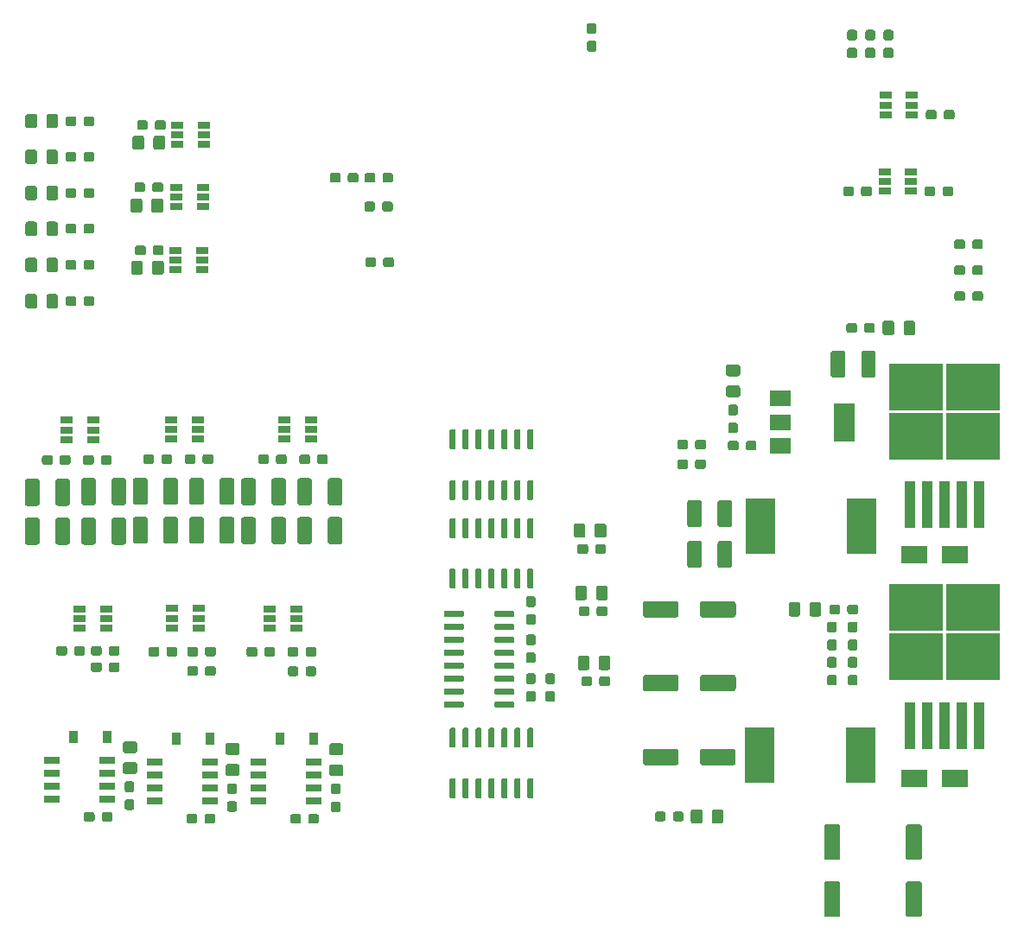
<source format=gbr>
G04 #@! TF.GenerationSoftware,KiCad,Pcbnew,(5.1.5)-3*
G04 #@! TF.CreationDate,2021-09-15T23:35:39+03:00*
G04 #@! TF.ProjectId,PowerPCB,506f7765-7250-4434-922e-6b696361645f,3 Under Design*
G04 #@! TF.SameCoordinates,PX6dac2c0PY8583b00*
G04 #@! TF.FileFunction,Paste,Top*
G04 #@! TF.FilePolarity,Positive*
%FSLAX46Y46*%
G04 Gerber Fmt 4.6, Leading zero omitted, Abs format (unit mm)*
G04 Created by KiCad (PCBNEW (5.1.5)-3) date 2021-09-15 23:35:39*
%MOMM*%
%LPD*%
G04 APERTURE LIST*
%ADD10C,0.100000*%
%ADD11R,2.500000X1.800000*%
%ADD12R,0.900000X1.200000*%
%ADD13R,1.525000X0.650000*%
%ADD14R,1.220000X0.650000*%
%ADD15R,2.900000X5.400000*%
%ADD16R,5.250000X4.550000*%
%ADD17R,1.100000X4.600000*%
%ADD18R,2.000000X1.500000*%
%ADD19R,2.000000X3.800000*%
G04 APERTURE END LIST*
D10*
G36*
X120923105Y62508396D02*
G01*
X120947373Y62504796D01*
X120971172Y62498835D01*
X120994271Y62490570D01*
X121016450Y62480080D01*
X121037493Y62467468D01*
X121057199Y62452853D01*
X121075377Y62436377D01*
X121091853Y62418199D01*
X121106468Y62398493D01*
X121119080Y62377450D01*
X121129570Y62355271D01*
X121137835Y62332172D01*
X121143796Y62308373D01*
X121147396Y62284105D01*
X121148600Y62259601D01*
X121148600Y61359599D01*
X121147396Y61335095D01*
X121143796Y61310827D01*
X121137835Y61287028D01*
X121129570Y61263929D01*
X121119080Y61241750D01*
X121106468Y61220707D01*
X121091853Y61201001D01*
X121075377Y61182823D01*
X121057199Y61166347D01*
X121037493Y61151732D01*
X121016450Y61139120D01*
X120994271Y61128630D01*
X120971172Y61120365D01*
X120947373Y61114404D01*
X120923105Y61110804D01*
X120898601Y61109600D01*
X120248599Y61109600D01*
X120224095Y61110804D01*
X120199827Y61114404D01*
X120176028Y61120365D01*
X120152929Y61128630D01*
X120130750Y61139120D01*
X120109707Y61151732D01*
X120090001Y61166347D01*
X120071823Y61182823D01*
X120055347Y61201001D01*
X120040732Y61220707D01*
X120028120Y61241750D01*
X120017630Y61263929D01*
X120009365Y61287028D01*
X120003404Y61310827D01*
X119999804Y61335095D01*
X119998600Y61359599D01*
X119998600Y62259601D01*
X119999804Y62284105D01*
X120003404Y62308373D01*
X120009365Y62332172D01*
X120017630Y62355271D01*
X120028120Y62377450D01*
X120040732Y62398493D01*
X120055347Y62418199D01*
X120071823Y62436377D01*
X120090001Y62452853D01*
X120109707Y62467468D01*
X120130750Y62480080D01*
X120152929Y62490570D01*
X120176028Y62498835D01*
X120199827Y62504796D01*
X120224095Y62508396D01*
X120248599Y62509600D01*
X120898601Y62509600D01*
X120923105Y62508396D01*
G37*
G36*
X118873105Y62508396D02*
G01*
X118897373Y62504796D01*
X118921172Y62498835D01*
X118944271Y62490570D01*
X118966450Y62480080D01*
X118987493Y62467468D01*
X119007199Y62452853D01*
X119025377Y62436377D01*
X119041853Y62418199D01*
X119056468Y62398493D01*
X119069080Y62377450D01*
X119079570Y62355271D01*
X119087835Y62332172D01*
X119093796Y62308373D01*
X119097396Y62284105D01*
X119098600Y62259601D01*
X119098600Y61359599D01*
X119097396Y61335095D01*
X119093796Y61310827D01*
X119087835Y61287028D01*
X119079570Y61263929D01*
X119069080Y61241750D01*
X119056468Y61220707D01*
X119041853Y61201001D01*
X119025377Y61182823D01*
X119007199Y61166347D01*
X118987493Y61151732D01*
X118966450Y61139120D01*
X118944271Y61128630D01*
X118921172Y61120365D01*
X118897373Y61114404D01*
X118873105Y61110804D01*
X118848601Y61109600D01*
X118198599Y61109600D01*
X118174095Y61110804D01*
X118149827Y61114404D01*
X118126028Y61120365D01*
X118102929Y61128630D01*
X118080750Y61139120D01*
X118059707Y61151732D01*
X118040001Y61166347D01*
X118021823Y61182823D01*
X118005347Y61201001D01*
X117990732Y61220707D01*
X117978120Y61241750D01*
X117967630Y61263929D01*
X117959365Y61287028D01*
X117953404Y61310827D01*
X117949804Y61335095D01*
X117948600Y61359599D01*
X117948600Y62259601D01*
X117949804Y62284105D01*
X117953404Y62308373D01*
X117959365Y62332172D01*
X117967630Y62355271D01*
X117978120Y62377450D01*
X117990732Y62398493D01*
X118005347Y62418199D01*
X118021823Y62436377D01*
X118040001Y62452853D01*
X118059707Y62467468D01*
X118080750Y62480080D01*
X118102929Y62490570D01*
X118126028Y62498835D01*
X118149827Y62504796D01*
X118174095Y62508396D01*
X118198599Y62509600D01*
X118848601Y62509600D01*
X118873105Y62508396D01*
G37*
G36*
X124616804Y40589896D02*
G01*
X124641073Y40586296D01*
X124664871Y40580335D01*
X124687971Y40572070D01*
X124710149Y40561580D01*
X124731193Y40548967D01*
X124750898Y40534353D01*
X124769077Y40517877D01*
X124785553Y40499698D01*
X124800167Y40479993D01*
X124812780Y40458949D01*
X124823270Y40436771D01*
X124831535Y40413671D01*
X124837496Y40389873D01*
X124841096Y40365604D01*
X124842300Y40341100D01*
X124842300Y38191100D01*
X124841096Y38166596D01*
X124837496Y38142327D01*
X124831535Y38118529D01*
X124823270Y38095429D01*
X124812780Y38073251D01*
X124800167Y38052207D01*
X124785553Y38032502D01*
X124769077Y38014323D01*
X124750898Y37997847D01*
X124731193Y37983233D01*
X124710149Y37970620D01*
X124687971Y37960130D01*
X124664871Y37951865D01*
X124641073Y37945904D01*
X124616804Y37942304D01*
X124592300Y37941100D01*
X123667300Y37941100D01*
X123642796Y37942304D01*
X123618527Y37945904D01*
X123594729Y37951865D01*
X123571629Y37960130D01*
X123549451Y37970620D01*
X123528407Y37983233D01*
X123508702Y37997847D01*
X123490523Y38014323D01*
X123474047Y38032502D01*
X123459433Y38052207D01*
X123446820Y38073251D01*
X123436330Y38095429D01*
X123428065Y38118529D01*
X123422104Y38142327D01*
X123418504Y38166596D01*
X123417300Y38191100D01*
X123417300Y40341100D01*
X123418504Y40365604D01*
X123422104Y40389873D01*
X123428065Y40413671D01*
X123436330Y40436771D01*
X123446820Y40458949D01*
X123459433Y40479993D01*
X123474047Y40499698D01*
X123490523Y40517877D01*
X123508702Y40534353D01*
X123528407Y40548967D01*
X123549451Y40561580D01*
X123571629Y40572070D01*
X123594729Y40580335D01*
X123618527Y40586296D01*
X123642796Y40589896D01*
X123667300Y40591100D01*
X124592300Y40591100D01*
X124616804Y40589896D01*
G37*
G36*
X127591804Y40589896D02*
G01*
X127616073Y40586296D01*
X127639871Y40580335D01*
X127662971Y40572070D01*
X127685149Y40561580D01*
X127706193Y40548967D01*
X127725898Y40534353D01*
X127744077Y40517877D01*
X127760553Y40499698D01*
X127775167Y40479993D01*
X127787780Y40458949D01*
X127798270Y40436771D01*
X127806535Y40413671D01*
X127812496Y40389873D01*
X127816096Y40365604D01*
X127817300Y40341100D01*
X127817300Y38191100D01*
X127816096Y38166596D01*
X127812496Y38142327D01*
X127806535Y38118529D01*
X127798270Y38095429D01*
X127787780Y38073251D01*
X127775167Y38052207D01*
X127760553Y38032502D01*
X127744077Y38014323D01*
X127725898Y37997847D01*
X127706193Y37983233D01*
X127685149Y37970620D01*
X127662971Y37960130D01*
X127639871Y37951865D01*
X127616073Y37945904D01*
X127591804Y37942304D01*
X127567300Y37941100D01*
X126642300Y37941100D01*
X126617796Y37942304D01*
X126593527Y37945904D01*
X126569729Y37951865D01*
X126546629Y37960130D01*
X126524451Y37970620D01*
X126503407Y37983233D01*
X126483702Y37997847D01*
X126465523Y38014323D01*
X126449047Y38032502D01*
X126434433Y38052207D01*
X126421820Y38073251D01*
X126411330Y38095429D01*
X126403065Y38118529D01*
X126397104Y38142327D01*
X126393504Y38166596D01*
X126392300Y38191100D01*
X126392300Y40341100D01*
X126393504Y40365604D01*
X126397104Y40389873D01*
X126403065Y40413671D01*
X126411330Y40436771D01*
X126421820Y40458949D01*
X126434433Y40479993D01*
X126449047Y40499698D01*
X126465523Y40517877D01*
X126483702Y40534353D01*
X126503407Y40548967D01*
X126524451Y40561580D01*
X126546629Y40572070D01*
X126569729Y40580335D01*
X126593527Y40586296D01*
X126617796Y40589896D01*
X126642300Y40591100D01*
X127567300Y40591100D01*
X127591804Y40589896D01*
G37*
G36*
X122076804Y40589896D02*
G01*
X122101073Y40586296D01*
X122124871Y40580335D01*
X122147971Y40572070D01*
X122170149Y40561580D01*
X122191193Y40548967D01*
X122210898Y40534353D01*
X122229077Y40517877D01*
X122245553Y40499698D01*
X122260167Y40479993D01*
X122272780Y40458949D01*
X122283270Y40436771D01*
X122291535Y40413671D01*
X122297496Y40389873D01*
X122301096Y40365604D01*
X122302300Y40341100D01*
X122302300Y38191100D01*
X122301096Y38166596D01*
X122297496Y38142327D01*
X122291535Y38118529D01*
X122283270Y38095429D01*
X122272780Y38073251D01*
X122260167Y38052207D01*
X122245553Y38032502D01*
X122229077Y38014323D01*
X122210898Y37997847D01*
X122191193Y37983233D01*
X122170149Y37970620D01*
X122147971Y37960130D01*
X122124871Y37951865D01*
X122101073Y37945904D01*
X122076804Y37942304D01*
X122052300Y37941100D01*
X121127300Y37941100D01*
X121102796Y37942304D01*
X121078527Y37945904D01*
X121054729Y37951865D01*
X121031629Y37960130D01*
X121009451Y37970620D01*
X120988407Y37983233D01*
X120968702Y37997847D01*
X120950523Y38014323D01*
X120934047Y38032502D01*
X120919433Y38052207D01*
X120906820Y38073251D01*
X120896330Y38095429D01*
X120888065Y38118529D01*
X120882104Y38142327D01*
X120878504Y38166596D01*
X120877300Y38191100D01*
X120877300Y40341100D01*
X120878504Y40365604D01*
X120882104Y40389873D01*
X120888065Y40413671D01*
X120896330Y40436771D01*
X120906820Y40458949D01*
X120919433Y40479993D01*
X120934047Y40499698D01*
X120950523Y40517877D01*
X120968702Y40534353D01*
X120988407Y40548967D01*
X121009451Y40561580D01*
X121031629Y40572070D01*
X121054729Y40580335D01*
X121078527Y40586296D01*
X121102796Y40589896D01*
X121127300Y40591100D01*
X122052300Y40591100D01*
X122076804Y40589896D01*
G37*
G36*
X119101804Y40589896D02*
G01*
X119126073Y40586296D01*
X119149871Y40580335D01*
X119172971Y40572070D01*
X119195149Y40561580D01*
X119216193Y40548967D01*
X119235898Y40534353D01*
X119254077Y40517877D01*
X119270553Y40499698D01*
X119285167Y40479993D01*
X119297780Y40458949D01*
X119308270Y40436771D01*
X119316535Y40413671D01*
X119322496Y40389873D01*
X119326096Y40365604D01*
X119327300Y40341100D01*
X119327300Y38191100D01*
X119326096Y38166596D01*
X119322496Y38142327D01*
X119316535Y38118529D01*
X119308270Y38095429D01*
X119297780Y38073251D01*
X119285167Y38052207D01*
X119270553Y38032502D01*
X119254077Y38014323D01*
X119235898Y37997847D01*
X119216193Y37983233D01*
X119195149Y37970620D01*
X119172971Y37960130D01*
X119149871Y37951865D01*
X119126073Y37945904D01*
X119101804Y37942304D01*
X119077300Y37941100D01*
X118152300Y37941100D01*
X118127796Y37942304D01*
X118103527Y37945904D01*
X118079729Y37951865D01*
X118056629Y37960130D01*
X118034451Y37970620D01*
X118013407Y37983233D01*
X117993702Y37997847D01*
X117975523Y38014323D01*
X117959047Y38032502D01*
X117944433Y38052207D01*
X117931820Y38073251D01*
X117921330Y38095429D01*
X117913065Y38118529D01*
X117907104Y38142327D01*
X117903504Y38166596D01*
X117902300Y38191100D01*
X117902300Y40341100D01*
X117903504Y40365604D01*
X117907104Y40389873D01*
X117913065Y40413671D01*
X117921330Y40436771D01*
X117931820Y40458949D01*
X117944433Y40479993D01*
X117959047Y40499698D01*
X117975523Y40517877D01*
X117993702Y40534353D01*
X118013407Y40548967D01*
X118034451Y40561580D01*
X118056629Y40572070D01*
X118079729Y40580335D01*
X118103527Y40586296D01*
X118127796Y40589896D01*
X118152300Y40591100D01*
X119077300Y40591100D01*
X119101804Y40589896D01*
G37*
G36*
X135208604Y44488796D02*
G01*
X135232873Y44485196D01*
X135256671Y44479235D01*
X135279771Y44470970D01*
X135301949Y44460480D01*
X135322993Y44447867D01*
X135342698Y44433253D01*
X135360877Y44416777D01*
X135377353Y44398598D01*
X135391967Y44378893D01*
X135404580Y44357849D01*
X135415070Y44335671D01*
X135423335Y44312571D01*
X135429296Y44288773D01*
X135432896Y44264504D01*
X135434100Y44240000D01*
X135434100Y42090000D01*
X135432896Y42065496D01*
X135429296Y42041227D01*
X135423335Y42017429D01*
X135415070Y41994329D01*
X135404580Y41972151D01*
X135391967Y41951107D01*
X135377353Y41931402D01*
X135360877Y41913223D01*
X135342698Y41896747D01*
X135322993Y41882133D01*
X135301949Y41869520D01*
X135279771Y41859030D01*
X135256671Y41850765D01*
X135232873Y41844804D01*
X135208604Y41841204D01*
X135184100Y41840000D01*
X134259100Y41840000D01*
X134234596Y41841204D01*
X134210327Y41844804D01*
X134186529Y41850765D01*
X134163429Y41859030D01*
X134141251Y41869520D01*
X134120207Y41882133D01*
X134100502Y41896747D01*
X134082323Y41913223D01*
X134065847Y41931402D01*
X134051233Y41951107D01*
X134038620Y41972151D01*
X134028130Y41994329D01*
X134019865Y42017429D01*
X134013904Y42041227D01*
X134010304Y42065496D01*
X134009100Y42090000D01*
X134009100Y44240000D01*
X134010304Y44264504D01*
X134013904Y44288773D01*
X134019865Y44312571D01*
X134028130Y44335671D01*
X134038620Y44357849D01*
X134051233Y44378893D01*
X134065847Y44398598D01*
X134082323Y44416777D01*
X134100502Y44433253D01*
X134120207Y44447867D01*
X134141251Y44460480D01*
X134163429Y44470970D01*
X134186529Y44479235D01*
X134210327Y44485196D01*
X134234596Y44488796D01*
X134259100Y44490000D01*
X135184100Y44490000D01*
X135208604Y44488796D01*
G37*
G36*
X138183604Y44488796D02*
G01*
X138207873Y44485196D01*
X138231671Y44479235D01*
X138254771Y44470970D01*
X138276949Y44460480D01*
X138297993Y44447867D01*
X138317698Y44433253D01*
X138335877Y44416777D01*
X138352353Y44398598D01*
X138366967Y44378893D01*
X138379580Y44357849D01*
X138390070Y44335671D01*
X138398335Y44312571D01*
X138404296Y44288773D01*
X138407896Y44264504D01*
X138409100Y44240000D01*
X138409100Y42090000D01*
X138407896Y42065496D01*
X138404296Y42041227D01*
X138398335Y42017429D01*
X138390070Y41994329D01*
X138379580Y41972151D01*
X138366967Y41951107D01*
X138352353Y41931402D01*
X138335877Y41913223D01*
X138317698Y41896747D01*
X138297993Y41882133D01*
X138276949Y41869520D01*
X138254771Y41859030D01*
X138231671Y41850765D01*
X138207873Y41844804D01*
X138183604Y41841204D01*
X138159100Y41840000D01*
X137234100Y41840000D01*
X137209596Y41841204D01*
X137185327Y41844804D01*
X137161529Y41850765D01*
X137138429Y41859030D01*
X137116251Y41869520D01*
X137095207Y41882133D01*
X137075502Y41896747D01*
X137057323Y41913223D01*
X137040847Y41931402D01*
X137026233Y41951107D01*
X137013620Y41972151D01*
X137003130Y41994329D01*
X136994865Y42017429D01*
X136988904Y42041227D01*
X136985304Y42065496D01*
X136984100Y42090000D01*
X136984100Y44240000D01*
X136985304Y44264504D01*
X136988904Y44288773D01*
X136994865Y44312571D01*
X137003130Y44335671D01*
X137013620Y44357849D01*
X137026233Y44378893D01*
X137040847Y44398598D01*
X137057323Y44416777D01*
X137075502Y44433253D01*
X137095207Y44447867D01*
X137116251Y44460480D01*
X137138429Y44470970D01*
X137161529Y44479235D01*
X137185327Y44485196D01*
X137209596Y44488796D01*
X137234100Y44490000D01*
X138159100Y44490000D01*
X138183604Y44488796D01*
G37*
G36*
X122076804Y44399896D02*
G01*
X122101073Y44396296D01*
X122124871Y44390335D01*
X122147971Y44382070D01*
X122170149Y44371580D01*
X122191193Y44358967D01*
X122210898Y44344353D01*
X122229077Y44327877D01*
X122245553Y44309698D01*
X122260167Y44289993D01*
X122272780Y44268949D01*
X122283270Y44246771D01*
X122291535Y44223671D01*
X122297496Y44199873D01*
X122301096Y44175604D01*
X122302300Y44151100D01*
X122302300Y42001100D01*
X122301096Y41976596D01*
X122297496Y41952327D01*
X122291535Y41928529D01*
X122283270Y41905429D01*
X122272780Y41883251D01*
X122260167Y41862207D01*
X122245553Y41842502D01*
X122229077Y41824323D01*
X122210898Y41807847D01*
X122191193Y41793233D01*
X122170149Y41780620D01*
X122147971Y41770130D01*
X122124871Y41761865D01*
X122101073Y41755904D01*
X122076804Y41752304D01*
X122052300Y41751100D01*
X121127300Y41751100D01*
X121102796Y41752304D01*
X121078527Y41755904D01*
X121054729Y41761865D01*
X121031629Y41770130D01*
X121009451Y41780620D01*
X120988407Y41793233D01*
X120968702Y41807847D01*
X120950523Y41824323D01*
X120934047Y41842502D01*
X120919433Y41862207D01*
X120906820Y41883251D01*
X120896330Y41905429D01*
X120888065Y41928529D01*
X120882104Y41952327D01*
X120878504Y41976596D01*
X120877300Y42001100D01*
X120877300Y44151100D01*
X120878504Y44175604D01*
X120882104Y44199873D01*
X120888065Y44223671D01*
X120896330Y44246771D01*
X120906820Y44268949D01*
X120919433Y44289993D01*
X120934047Y44309698D01*
X120950523Y44327877D01*
X120968702Y44344353D01*
X120988407Y44358967D01*
X121009451Y44371580D01*
X121031629Y44382070D01*
X121054729Y44390335D01*
X121078527Y44396296D01*
X121102796Y44399896D01*
X121127300Y44401100D01*
X122052300Y44401100D01*
X122076804Y44399896D01*
G37*
G36*
X119101804Y44399896D02*
G01*
X119126073Y44396296D01*
X119149871Y44390335D01*
X119172971Y44382070D01*
X119195149Y44371580D01*
X119216193Y44358967D01*
X119235898Y44344353D01*
X119254077Y44327877D01*
X119270553Y44309698D01*
X119285167Y44289993D01*
X119297780Y44268949D01*
X119308270Y44246771D01*
X119316535Y44223671D01*
X119322496Y44199873D01*
X119326096Y44175604D01*
X119327300Y44151100D01*
X119327300Y42001100D01*
X119326096Y41976596D01*
X119322496Y41952327D01*
X119316535Y41928529D01*
X119308270Y41905429D01*
X119297780Y41883251D01*
X119285167Y41862207D01*
X119270553Y41842502D01*
X119254077Y41824323D01*
X119235898Y41807847D01*
X119216193Y41793233D01*
X119195149Y41780620D01*
X119172971Y41770130D01*
X119149871Y41761865D01*
X119126073Y41755904D01*
X119101804Y41752304D01*
X119077300Y41751100D01*
X118152300Y41751100D01*
X118127796Y41752304D01*
X118103527Y41755904D01*
X118079729Y41761865D01*
X118056629Y41770130D01*
X118034451Y41780620D01*
X118013407Y41793233D01*
X117993702Y41807847D01*
X117975523Y41824323D01*
X117959047Y41842502D01*
X117944433Y41862207D01*
X117931820Y41883251D01*
X117921330Y41905429D01*
X117913065Y41928529D01*
X117907104Y41952327D01*
X117903504Y41976596D01*
X117902300Y42001100D01*
X117902300Y44151100D01*
X117903504Y44175604D01*
X117907104Y44199873D01*
X117913065Y44223671D01*
X117921330Y44246771D01*
X117931820Y44268949D01*
X117944433Y44289993D01*
X117959047Y44309698D01*
X117975523Y44327877D01*
X117993702Y44344353D01*
X118013407Y44358967D01*
X118034451Y44371580D01*
X118056629Y44382070D01*
X118079729Y44390335D01*
X118103527Y44396296D01*
X118127796Y44399896D01*
X118152300Y44401100D01*
X119077300Y44401100D01*
X119101804Y44399896D01*
G37*
G36*
X181731504Y32421796D02*
G01*
X181755773Y32418196D01*
X181779571Y32412235D01*
X181802671Y32403970D01*
X181824849Y32393480D01*
X181845893Y32380867D01*
X181865598Y32366253D01*
X181883777Y32349777D01*
X181900253Y32331598D01*
X181914867Y32311893D01*
X181927480Y32290849D01*
X181937970Y32268671D01*
X181946235Y32245571D01*
X181952196Y32221773D01*
X181955796Y32197504D01*
X181957000Y32173000D01*
X181957000Y31073000D01*
X181955796Y31048496D01*
X181952196Y31024227D01*
X181946235Y31000429D01*
X181937970Y30977329D01*
X181927480Y30955151D01*
X181914867Y30934107D01*
X181900253Y30914402D01*
X181883777Y30896223D01*
X181865598Y30879747D01*
X181845893Y30865133D01*
X181824849Y30852520D01*
X181802671Y30842030D01*
X181779571Y30833765D01*
X181755773Y30827804D01*
X181731504Y30824204D01*
X181707000Y30823000D01*
X178707000Y30823000D01*
X178682496Y30824204D01*
X178658227Y30827804D01*
X178634429Y30833765D01*
X178611329Y30842030D01*
X178589151Y30852520D01*
X178568107Y30865133D01*
X178548402Y30879747D01*
X178530223Y30896223D01*
X178513747Y30914402D01*
X178499133Y30934107D01*
X178486520Y30955151D01*
X178476030Y30977329D01*
X178467765Y31000429D01*
X178461804Y31024227D01*
X178458204Y31048496D01*
X178457000Y31073000D01*
X178457000Y32173000D01*
X178458204Y32197504D01*
X178461804Y32221773D01*
X178467765Y32245571D01*
X178476030Y32268671D01*
X178486520Y32290849D01*
X178499133Y32311893D01*
X178513747Y32331598D01*
X178530223Y32349777D01*
X178548402Y32366253D01*
X178568107Y32380867D01*
X178589151Y32393480D01*
X178611329Y32403970D01*
X178634429Y32412235D01*
X178658227Y32418196D01*
X178682496Y32421796D01*
X178707000Y32423000D01*
X181707000Y32423000D01*
X181731504Y32421796D01*
G37*
G36*
X187331504Y32421796D02*
G01*
X187355773Y32418196D01*
X187379571Y32412235D01*
X187402671Y32403970D01*
X187424849Y32393480D01*
X187445893Y32380867D01*
X187465598Y32366253D01*
X187483777Y32349777D01*
X187500253Y32331598D01*
X187514867Y32311893D01*
X187527480Y32290849D01*
X187537970Y32268671D01*
X187546235Y32245571D01*
X187552196Y32221773D01*
X187555796Y32197504D01*
X187557000Y32173000D01*
X187557000Y31073000D01*
X187555796Y31048496D01*
X187552196Y31024227D01*
X187546235Y31000429D01*
X187537970Y30977329D01*
X187527480Y30955151D01*
X187514867Y30934107D01*
X187500253Y30914402D01*
X187483777Y30896223D01*
X187465598Y30879747D01*
X187445893Y30865133D01*
X187424849Y30852520D01*
X187402671Y30842030D01*
X187379571Y30833765D01*
X187355773Y30827804D01*
X187331504Y30824204D01*
X187307000Y30823000D01*
X184307000Y30823000D01*
X184282496Y30824204D01*
X184258227Y30827804D01*
X184234429Y30833765D01*
X184211329Y30842030D01*
X184189151Y30852520D01*
X184168107Y30865133D01*
X184148402Y30879747D01*
X184130223Y30896223D01*
X184113747Y30914402D01*
X184099133Y30934107D01*
X184086520Y30955151D01*
X184076030Y30977329D01*
X184067765Y31000429D01*
X184061804Y31024227D01*
X184058204Y31048496D01*
X184057000Y31073000D01*
X184057000Y32173000D01*
X184058204Y32197504D01*
X184061804Y32221773D01*
X184067765Y32245571D01*
X184076030Y32268671D01*
X184086520Y32290849D01*
X184099133Y32311893D01*
X184113747Y32331598D01*
X184130223Y32349777D01*
X184148402Y32366253D01*
X184168107Y32380867D01*
X184189151Y32393480D01*
X184211329Y32403970D01*
X184234429Y32412235D01*
X184258227Y32418196D01*
X184282496Y32421796D01*
X184307000Y32423000D01*
X187307000Y32423000D01*
X187331504Y32421796D01*
G37*
G36*
X189374279Y48124856D02*
G01*
X189397334Y48121437D01*
X189419943Y48115773D01*
X189441887Y48107921D01*
X189462957Y48097956D01*
X189482948Y48085974D01*
X189501668Y48072090D01*
X189518938Y48056438D01*
X189534590Y48039168D01*
X189548474Y48020448D01*
X189560456Y48000457D01*
X189570421Y47979387D01*
X189578273Y47957443D01*
X189583937Y47934834D01*
X189587356Y47911779D01*
X189588500Y47888500D01*
X189588500Y47413500D01*
X189587356Y47390221D01*
X189583937Y47367166D01*
X189578273Y47344557D01*
X189570421Y47322613D01*
X189560456Y47301543D01*
X189548474Y47281552D01*
X189534590Y47262832D01*
X189518938Y47245562D01*
X189501668Y47229910D01*
X189482948Y47216026D01*
X189462957Y47204044D01*
X189441887Y47194079D01*
X189419943Y47186227D01*
X189397334Y47180563D01*
X189374279Y47177144D01*
X189351000Y47176000D01*
X188776000Y47176000D01*
X188752721Y47177144D01*
X188729666Y47180563D01*
X188707057Y47186227D01*
X188685113Y47194079D01*
X188664043Y47204044D01*
X188644052Y47216026D01*
X188625332Y47229910D01*
X188608062Y47245562D01*
X188592410Y47262832D01*
X188578526Y47281552D01*
X188566544Y47301543D01*
X188556579Y47322613D01*
X188548727Y47344557D01*
X188543063Y47367166D01*
X188539644Y47390221D01*
X188538500Y47413500D01*
X188538500Y47888500D01*
X188539644Y47911779D01*
X188543063Y47934834D01*
X188548727Y47957443D01*
X188556579Y47979387D01*
X188566544Y48000457D01*
X188578526Y48020448D01*
X188592410Y48039168D01*
X188608062Y48056438D01*
X188625332Y48072090D01*
X188644052Y48085974D01*
X188664043Y48097956D01*
X188685113Y48107921D01*
X188707057Y48115773D01*
X188729666Y48121437D01*
X188752721Y48124856D01*
X188776000Y48126000D01*
X189351000Y48126000D01*
X189374279Y48124856D01*
G37*
G36*
X187624279Y48124856D02*
G01*
X187647334Y48121437D01*
X187669943Y48115773D01*
X187691887Y48107921D01*
X187712957Y48097956D01*
X187732948Y48085974D01*
X187751668Y48072090D01*
X187768938Y48056438D01*
X187784590Y48039168D01*
X187798474Y48020448D01*
X187810456Y48000457D01*
X187820421Y47979387D01*
X187828273Y47957443D01*
X187833937Y47934834D01*
X187837356Y47911779D01*
X187838500Y47888500D01*
X187838500Y47413500D01*
X187837356Y47390221D01*
X187833937Y47367166D01*
X187828273Y47344557D01*
X187820421Y47322613D01*
X187810456Y47301543D01*
X187798474Y47281552D01*
X187784590Y47262832D01*
X187768938Y47245562D01*
X187751668Y47229910D01*
X187732948Y47216026D01*
X187712957Y47204044D01*
X187691887Y47194079D01*
X187669943Y47186227D01*
X187647334Y47180563D01*
X187624279Y47177144D01*
X187601000Y47176000D01*
X187026000Y47176000D01*
X187002721Y47177144D01*
X186979666Y47180563D01*
X186957057Y47186227D01*
X186935113Y47194079D01*
X186914043Y47204044D01*
X186894052Y47216026D01*
X186875332Y47229910D01*
X186858062Y47245562D01*
X186842410Y47262832D01*
X186828526Y47281552D01*
X186816544Y47301543D01*
X186806579Y47322613D01*
X186798727Y47344557D01*
X186793063Y47367166D01*
X186789644Y47390221D01*
X186788500Y47413500D01*
X186788500Y47888500D01*
X186789644Y47911779D01*
X186793063Y47934834D01*
X186798727Y47957443D01*
X186806579Y47979387D01*
X186816544Y48000457D01*
X186828526Y48020448D01*
X186842410Y48039168D01*
X186858062Y48056438D01*
X186875332Y48072090D01*
X186894052Y48085974D01*
X186914043Y48097956D01*
X186935113Y48107921D01*
X186957057Y48115773D01*
X186979666Y48121437D01*
X187002721Y48124856D01*
X187026000Y48126000D01*
X187601000Y48126000D01*
X187624279Y48124856D01*
G37*
G36*
X205574504Y4948796D02*
G01*
X205598773Y4945196D01*
X205622571Y4939235D01*
X205645671Y4930970D01*
X205667849Y4920480D01*
X205688893Y4907867D01*
X205708598Y4893253D01*
X205726777Y4876777D01*
X205743253Y4858598D01*
X205757867Y4838893D01*
X205770480Y4817849D01*
X205780970Y4795671D01*
X205789235Y4772571D01*
X205795196Y4748773D01*
X205798796Y4724504D01*
X205800000Y4700000D01*
X205800000Y1700000D01*
X205798796Y1675496D01*
X205795196Y1651227D01*
X205789235Y1627429D01*
X205780970Y1604329D01*
X205770480Y1582151D01*
X205757867Y1561107D01*
X205743253Y1541402D01*
X205726777Y1523223D01*
X205708598Y1506747D01*
X205688893Y1492133D01*
X205667849Y1479520D01*
X205645671Y1469030D01*
X205622571Y1460765D01*
X205598773Y1454804D01*
X205574504Y1451204D01*
X205550000Y1450000D01*
X204450000Y1450000D01*
X204425496Y1451204D01*
X204401227Y1454804D01*
X204377429Y1460765D01*
X204354329Y1469030D01*
X204332151Y1479520D01*
X204311107Y1492133D01*
X204291402Y1506747D01*
X204273223Y1523223D01*
X204256747Y1541402D01*
X204242133Y1561107D01*
X204229520Y1582151D01*
X204219030Y1604329D01*
X204210765Y1627429D01*
X204204804Y1651227D01*
X204201204Y1675496D01*
X204200000Y1700000D01*
X204200000Y4700000D01*
X204201204Y4724504D01*
X204204804Y4748773D01*
X204210765Y4772571D01*
X204219030Y4795671D01*
X204229520Y4817849D01*
X204242133Y4838893D01*
X204256747Y4858598D01*
X204273223Y4876777D01*
X204291402Y4893253D01*
X204311107Y4907867D01*
X204332151Y4920480D01*
X204354329Y4930970D01*
X204377429Y4939235D01*
X204401227Y4945196D01*
X204425496Y4948796D01*
X204450000Y4950000D01*
X205550000Y4950000D01*
X205574504Y4948796D01*
G37*
G36*
X205574504Y10548796D02*
G01*
X205598773Y10545196D01*
X205622571Y10539235D01*
X205645671Y10530970D01*
X205667849Y10520480D01*
X205688893Y10507867D01*
X205708598Y10493253D01*
X205726777Y10476777D01*
X205743253Y10458598D01*
X205757867Y10438893D01*
X205770480Y10417849D01*
X205780970Y10395671D01*
X205789235Y10372571D01*
X205795196Y10348773D01*
X205798796Y10324504D01*
X205800000Y10300000D01*
X205800000Y7300000D01*
X205798796Y7275496D01*
X205795196Y7251227D01*
X205789235Y7227429D01*
X205780970Y7204329D01*
X205770480Y7182151D01*
X205757867Y7161107D01*
X205743253Y7141402D01*
X205726777Y7123223D01*
X205708598Y7106747D01*
X205688893Y7092133D01*
X205667849Y7079520D01*
X205645671Y7069030D01*
X205622571Y7060765D01*
X205598773Y7054804D01*
X205574504Y7051204D01*
X205550000Y7050000D01*
X204450000Y7050000D01*
X204425496Y7051204D01*
X204401227Y7054804D01*
X204377429Y7060765D01*
X204354329Y7069030D01*
X204332151Y7079520D01*
X204311107Y7092133D01*
X204291402Y7106747D01*
X204273223Y7123223D01*
X204256747Y7141402D01*
X204242133Y7161107D01*
X204229520Y7182151D01*
X204219030Y7204329D01*
X204210765Y7227429D01*
X204204804Y7251227D01*
X204201204Y7275496D01*
X204200000Y7300000D01*
X204200000Y10300000D01*
X204201204Y10324504D01*
X204204804Y10348773D01*
X204210765Y10372571D01*
X204219030Y10395671D01*
X204229520Y10417849D01*
X204242133Y10438893D01*
X204256747Y10458598D01*
X204273223Y10476777D01*
X204291402Y10493253D01*
X204311107Y10507867D01*
X204332151Y10520480D01*
X204354329Y10530970D01*
X204377429Y10539235D01*
X204401227Y10545196D01*
X204425496Y10548796D01*
X204450000Y10550000D01*
X205550000Y10550000D01*
X205574504Y10548796D01*
G37*
G36*
X126963379Y26425156D02*
G01*
X126986434Y26421737D01*
X127009043Y26416073D01*
X127030987Y26408221D01*
X127052057Y26398256D01*
X127072048Y26386274D01*
X127090768Y26372390D01*
X127108038Y26356738D01*
X127123690Y26339468D01*
X127137574Y26320748D01*
X127149556Y26300757D01*
X127159521Y26279687D01*
X127167373Y26257743D01*
X127173037Y26235134D01*
X127176456Y26212079D01*
X127177600Y26188800D01*
X127177600Y25713800D01*
X127176456Y25690521D01*
X127173037Y25667466D01*
X127167373Y25644857D01*
X127159521Y25622913D01*
X127149556Y25601843D01*
X127137574Y25581852D01*
X127123690Y25563132D01*
X127108038Y25545862D01*
X127090768Y25530210D01*
X127072048Y25516326D01*
X127052057Y25504344D01*
X127030987Y25494379D01*
X127009043Y25486527D01*
X126986434Y25480863D01*
X126963379Y25477444D01*
X126940100Y25476300D01*
X126365100Y25476300D01*
X126341821Y25477444D01*
X126318766Y25480863D01*
X126296157Y25486527D01*
X126274213Y25494379D01*
X126253143Y25504344D01*
X126233152Y25516326D01*
X126214432Y25530210D01*
X126197162Y25545862D01*
X126181510Y25563132D01*
X126167626Y25581852D01*
X126155644Y25601843D01*
X126145679Y25622913D01*
X126137827Y25644857D01*
X126132163Y25667466D01*
X126128744Y25690521D01*
X126127600Y25713800D01*
X126127600Y26188800D01*
X126128744Y26212079D01*
X126132163Y26235134D01*
X126137827Y26257743D01*
X126145679Y26279687D01*
X126155644Y26300757D01*
X126167626Y26320748D01*
X126181510Y26339468D01*
X126197162Y26356738D01*
X126214432Y26372390D01*
X126233152Y26386274D01*
X126253143Y26398256D01*
X126274213Y26408221D01*
X126296157Y26416073D01*
X126318766Y26421737D01*
X126341821Y26425156D01*
X126365100Y26426300D01*
X126940100Y26426300D01*
X126963379Y26425156D01*
G37*
G36*
X125213379Y26425156D02*
G01*
X125236434Y26421737D01*
X125259043Y26416073D01*
X125280987Y26408221D01*
X125302057Y26398256D01*
X125322048Y26386274D01*
X125340768Y26372390D01*
X125358038Y26356738D01*
X125373690Y26339468D01*
X125387574Y26320748D01*
X125399556Y26300757D01*
X125409521Y26279687D01*
X125417373Y26257743D01*
X125423037Y26235134D01*
X125426456Y26212079D01*
X125427600Y26188800D01*
X125427600Y25713800D01*
X125426456Y25690521D01*
X125423037Y25667466D01*
X125417373Y25644857D01*
X125409521Y25622913D01*
X125399556Y25601843D01*
X125387574Y25581852D01*
X125373690Y25563132D01*
X125358038Y25545862D01*
X125340768Y25530210D01*
X125322048Y25516326D01*
X125302057Y25504344D01*
X125280987Y25494379D01*
X125259043Y25486527D01*
X125236434Y25480863D01*
X125213379Y25477444D01*
X125190100Y25476300D01*
X124615100Y25476300D01*
X124591821Y25477444D01*
X124568766Y25480863D01*
X124546157Y25486527D01*
X124524213Y25494379D01*
X124503143Y25504344D01*
X124483152Y25516326D01*
X124464432Y25530210D01*
X124447162Y25545862D01*
X124431510Y25563132D01*
X124417626Y25581852D01*
X124405644Y25601843D01*
X124395679Y25622913D01*
X124387827Y25644857D01*
X124382163Y25667466D01*
X124378744Y25690521D01*
X124377600Y25713800D01*
X124377600Y26188800D01*
X124378744Y26212079D01*
X124382163Y26235134D01*
X124387827Y26257743D01*
X124395679Y26279687D01*
X124405644Y26300757D01*
X124417626Y26320748D01*
X124431510Y26339468D01*
X124447162Y26356738D01*
X124464432Y26372390D01*
X124483152Y26386274D01*
X124503143Y26398256D01*
X124524213Y26408221D01*
X124546157Y26416073D01*
X124568766Y26421737D01*
X124591821Y26425156D01*
X124615100Y26426300D01*
X125190100Y26426300D01*
X125213379Y26425156D01*
G37*
G36*
X181724504Y17943796D02*
G01*
X181748773Y17940196D01*
X181772571Y17934235D01*
X181795671Y17925970D01*
X181817849Y17915480D01*
X181838893Y17902867D01*
X181858598Y17888253D01*
X181876777Y17871777D01*
X181893253Y17853598D01*
X181907867Y17833893D01*
X181920480Y17812849D01*
X181930970Y17790671D01*
X181939235Y17767571D01*
X181945196Y17743773D01*
X181948796Y17719504D01*
X181950000Y17695000D01*
X181950000Y16595000D01*
X181948796Y16570496D01*
X181945196Y16546227D01*
X181939235Y16522429D01*
X181930970Y16499329D01*
X181920480Y16477151D01*
X181907867Y16456107D01*
X181893253Y16436402D01*
X181876777Y16418223D01*
X181858598Y16401747D01*
X181838893Y16387133D01*
X181817849Y16374520D01*
X181795671Y16364030D01*
X181772571Y16355765D01*
X181748773Y16349804D01*
X181724504Y16346204D01*
X181700000Y16345000D01*
X178700000Y16345000D01*
X178675496Y16346204D01*
X178651227Y16349804D01*
X178627429Y16355765D01*
X178604329Y16364030D01*
X178582151Y16374520D01*
X178561107Y16387133D01*
X178541402Y16401747D01*
X178523223Y16418223D01*
X178506747Y16436402D01*
X178492133Y16456107D01*
X178479520Y16477151D01*
X178469030Y16499329D01*
X178460765Y16522429D01*
X178454804Y16546227D01*
X178451204Y16570496D01*
X178450000Y16595000D01*
X178450000Y17695000D01*
X178451204Y17719504D01*
X178454804Y17743773D01*
X178460765Y17767571D01*
X178469030Y17790671D01*
X178479520Y17812849D01*
X178492133Y17833893D01*
X178506747Y17853598D01*
X178523223Y17871777D01*
X178541402Y17888253D01*
X178561107Y17902867D01*
X178582151Y17915480D01*
X178604329Y17925970D01*
X178627429Y17934235D01*
X178651227Y17940196D01*
X178675496Y17943796D01*
X178700000Y17945000D01*
X181700000Y17945000D01*
X181724504Y17943796D01*
G37*
G36*
X187324504Y17943796D02*
G01*
X187348773Y17940196D01*
X187372571Y17934235D01*
X187395671Y17925970D01*
X187417849Y17915480D01*
X187438893Y17902867D01*
X187458598Y17888253D01*
X187476777Y17871777D01*
X187493253Y17853598D01*
X187507867Y17833893D01*
X187520480Y17812849D01*
X187530970Y17790671D01*
X187539235Y17767571D01*
X187545196Y17743773D01*
X187548796Y17719504D01*
X187550000Y17695000D01*
X187550000Y16595000D01*
X187548796Y16570496D01*
X187545196Y16546227D01*
X187539235Y16522429D01*
X187530970Y16499329D01*
X187520480Y16477151D01*
X187507867Y16456107D01*
X187493253Y16436402D01*
X187476777Y16418223D01*
X187458598Y16401747D01*
X187438893Y16387133D01*
X187417849Y16374520D01*
X187395671Y16364030D01*
X187372571Y16355765D01*
X187348773Y16349804D01*
X187324504Y16346204D01*
X187300000Y16345000D01*
X184300000Y16345000D01*
X184275496Y16346204D01*
X184251227Y16349804D01*
X184227429Y16355765D01*
X184204329Y16364030D01*
X184182151Y16374520D01*
X184161107Y16387133D01*
X184141402Y16401747D01*
X184123223Y16418223D01*
X184106747Y16436402D01*
X184092133Y16456107D01*
X184079520Y16477151D01*
X184069030Y16499329D01*
X184060765Y16522429D01*
X184054804Y16546227D01*
X184051204Y16570496D01*
X184050000Y16595000D01*
X184050000Y17695000D01*
X184051204Y17719504D01*
X184054804Y17743773D01*
X184060765Y17767571D01*
X184069030Y17790671D01*
X184079520Y17812849D01*
X184092133Y17833893D01*
X184106747Y17853598D01*
X184123223Y17871777D01*
X184141402Y17888253D01*
X184161107Y17902867D01*
X184182151Y17915480D01*
X184204329Y17925970D01*
X184227429Y17934235D01*
X184251227Y17940196D01*
X184275496Y17943796D01*
X184300000Y17945000D01*
X187300000Y17945000D01*
X187324504Y17943796D01*
G37*
G36*
X181731504Y25182796D02*
G01*
X181755773Y25179196D01*
X181779571Y25173235D01*
X181802671Y25164970D01*
X181824849Y25154480D01*
X181845893Y25141867D01*
X181865598Y25127253D01*
X181883777Y25110777D01*
X181900253Y25092598D01*
X181914867Y25072893D01*
X181927480Y25051849D01*
X181937970Y25029671D01*
X181946235Y25006571D01*
X181952196Y24982773D01*
X181955796Y24958504D01*
X181957000Y24934000D01*
X181957000Y23834000D01*
X181955796Y23809496D01*
X181952196Y23785227D01*
X181946235Y23761429D01*
X181937970Y23738329D01*
X181927480Y23716151D01*
X181914867Y23695107D01*
X181900253Y23675402D01*
X181883777Y23657223D01*
X181865598Y23640747D01*
X181845893Y23626133D01*
X181824849Y23613520D01*
X181802671Y23603030D01*
X181779571Y23594765D01*
X181755773Y23588804D01*
X181731504Y23585204D01*
X181707000Y23584000D01*
X178707000Y23584000D01*
X178682496Y23585204D01*
X178658227Y23588804D01*
X178634429Y23594765D01*
X178611329Y23603030D01*
X178589151Y23613520D01*
X178568107Y23626133D01*
X178548402Y23640747D01*
X178530223Y23657223D01*
X178513747Y23675402D01*
X178499133Y23695107D01*
X178486520Y23716151D01*
X178476030Y23738329D01*
X178467765Y23761429D01*
X178461804Y23785227D01*
X178458204Y23809496D01*
X178457000Y23834000D01*
X178457000Y24934000D01*
X178458204Y24958504D01*
X178461804Y24982773D01*
X178467765Y25006571D01*
X178476030Y25029671D01*
X178486520Y25051849D01*
X178499133Y25072893D01*
X178513747Y25092598D01*
X178530223Y25110777D01*
X178548402Y25127253D01*
X178568107Y25141867D01*
X178589151Y25154480D01*
X178611329Y25164970D01*
X178634429Y25173235D01*
X178658227Y25179196D01*
X178682496Y25182796D01*
X178707000Y25184000D01*
X181707000Y25184000D01*
X181731504Y25182796D01*
G37*
G36*
X187331504Y25182796D02*
G01*
X187355773Y25179196D01*
X187379571Y25173235D01*
X187402671Y25164970D01*
X187424849Y25154480D01*
X187445893Y25141867D01*
X187465598Y25127253D01*
X187483777Y25110777D01*
X187500253Y25092598D01*
X187514867Y25072893D01*
X187527480Y25051849D01*
X187537970Y25029671D01*
X187546235Y25006571D01*
X187552196Y24982773D01*
X187555796Y24958504D01*
X187557000Y24934000D01*
X187557000Y23834000D01*
X187555796Y23809496D01*
X187552196Y23785227D01*
X187546235Y23761429D01*
X187537970Y23738329D01*
X187527480Y23716151D01*
X187514867Y23695107D01*
X187500253Y23675402D01*
X187483777Y23657223D01*
X187465598Y23640747D01*
X187445893Y23626133D01*
X187424849Y23613520D01*
X187402671Y23603030D01*
X187379571Y23594765D01*
X187355773Y23588804D01*
X187331504Y23585204D01*
X187307000Y23584000D01*
X184307000Y23584000D01*
X184282496Y23585204D01*
X184258227Y23588804D01*
X184234429Y23594765D01*
X184211329Y23603030D01*
X184189151Y23613520D01*
X184168107Y23626133D01*
X184148402Y23640747D01*
X184130223Y23657223D01*
X184113747Y23675402D01*
X184099133Y23695107D01*
X184086520Y23716151D01*
X184076030Y23738329D01*
X184067765Y23761429D01*
X184061804Y23785227D01*
X184058204Y23809496D01*
X184057000Y23834000D01*
X184057000Y24934000D01*
X184058204Y24958504D01*
X184061804Y24982773D01*
X184067765Y25006571D01*
X184076030Y25029671D01*
X184086520Y25051849D01*
X184099133Y25072893D01*
X184113747Y25092598D01*
X184130223Y25110777D01*
X184148402Y25127253D01*
X184168107Y25141867D01*
X184189151Y25154480D01*
X184211329Y25164970D01*
X184234429Y25173235D01*
X184258227Y25179196D01*
X184282496Y25182796D01*
X184307000Y25184000D01*
X187307000Y25184000D01*
X187331504Y25182796D01*
G37*
G36*
X186974504Y42323796D02*
G01*
X186998773Y42320196D01*
X187022571Y42314235D01*
X187045671Y42305970D01*
X187067849Y42295480D01*
X187088893Y42282867D01*
X187108598Y42268253D01*
X187126777Y42251777D01*
X187143253Y42233598D01*
X187157867Y42213893D01*
X187170480Y42192849D01*
X187180970Y42170671D01*
X187189235Y42147571D01*
X187195196Y42123773D01*
X187198796Y42099504D01*
X187200000Y42075000D01*
X187200000Y39925000D01*
X187198796Y39900496D01*
X187195196Y39876227D01*
X187189235Y39852429D01*
X187180970Y39829329D01*
X187170480Y39807151D01*
X187157867Y39786107D01*
X187143253Y39766402D01*
X187126777Y39748223D01*
X187108598Y39731747D01*
X187088893Y39717133D01*
X187067849Y39704520D01*
X187045671Y39694030D01*
X187022571Y39685765D01*
X186998773Y39679804D01*
X186974504Y39676204D01*
X186950000Y39675000D01*
X186025000Y39675000D01*
X186000496Y39676204D01*
X185976227Y39679804D01*
X185952429Y39685765D01*
X185929329Y39694030D01*
X185907151Y39704520D01*
X185886107Y39717133D01*
X185866402Y39731747D01*
X185848223Y39748223D01*
X185831747Y39766402D01*
X185817133Y39786107D01*
X185804520Y39807151D01*
X185794030Y39829329D01*
X185785765Y39852429D01*
X185779804Y39876227D01*
X185776204Y39900496D01*
X185775000Y39925000D01*
X185775000Y42075000D01*
X185776204Y42099504D01*
X185779804Y42123773D01*
X185785765Y42147571D01*
X185794030Y42170671D01*
X185804520Y42192849D01*
X185817133Y42213893D01*
X185831747Y42233598D01*
X185848223Y42251777D01*
X185866402Y42268253D01*
X185886107Y42282867D01*
X185907151Y42295480D01*
X185929329Y42305970D01*
X185952429Y42314235D01*
X185976227Y42320196D01*
X186000496Y42323796D01*
X186025000Y42325000D01*
X186950000Y42325000D01*
X186974504Y42323796D01*
G37*
G36*
X183999504Y42323796D02*
G01*
X184023773Y42320196D01*
X184047571Y42314235D01*
X184070671Y42305970D01*
X184092849Y42295480D01*
X184113893Y42282867D01*
X184133598Y42268253D01*
X184151777Y42251777D01*
X184168253Y42233598D01*
X184182867Y42213893D01*
X184195480Y42192849D01*
X184205970Y42170671D01*
X184214235Y42147571D01*
X184220196Y42123773D01*
X184223796Y42099504D01*
X184225000Y42075000D01*
X184225000Y39925000D01*
X184223796Y39900496D01*
X184220196Y39876227D01*
X184214235Y39852429D01*
X184205970Y39829329D01*
X184195480Y39807151D01*
X184182867Y39786107D01*
X184168253Y39766402D01*
X184151777Y39748223D01*
X184133598Y39731747D01*
X184113893Y39717133D01*
X184092849Y39704520D01*
X184070671Y39694030D01*
X184047571Y39685765D01*
X184023773Y39679804D01*
X183999504Y39676204D01*
X183975000Y39675000D01*
X183050000Y39675000D01*
X183025496Y39676204D01*
X183001227Y39679804D01*
X182977429Y39685765D01*
X182954329Y39694030D01*
X182932151Y39704520D01*
X182911107Y39717133D01*
X182891402Y39731747D01*
X182873223Y39748223D01*
X182856747Y39766402D01*
X182842133Y39786107D01*
X182829520Y39807151D01*
X182819030Y39829329D01*
X182810765Y39852429D01*
X182804804Y39876227D01*
X182801204Y39900496D01*
X182800000Y39925000D01*
X182800000Y42075000D01*
X182801204Y42099504D01*
X182804804Y42123773D01*
X182810765Y42147571D01*
X182819030Y42170671D01*
X182829520Y42192849D01*
X182842133Y42213893D01*
X182856747Y42233598D01*
X182873223Y42251777D01*
X182891402Y42268253D01*
X182911107Y42282867D01*
X182932151Y42295480D01*
X182954329Y42305970D01*
X182977429Y42314235D01*
X183001227Y42320196D01*
X183025496Y42323796D01*
X183050000Y42325000D01*
X183975000Y42325000D01*
X183999504Y42323796D01*
G37*
G36*
X197574504Y4948796D02*
G01*
X197598773Y4945196D01*
X197622571Y4939235D01*
X197645671Y4930970D01*
X197667849Y4920480D01*
X197688893Y4907867D01*
X197708598Y4893253D01*
X197726777Y4876777D01*
X197743253Y4858598D01*
X197757867Y4838893D01*
X197770480Y4817849D01*
X197780970Y4795671D01*
X197789235Y4772571D01*
X197795196Y4748773D01*
X197798796Y4724504D01*
X197800000Y4700000D01*
X197800000Y1700000D01*
X197798796Y1675496D01*
X197795196Y1651227D01*
X197789235Y1627429D01*
X197780970Y1604329D01*
X197770480Y1582151D01*
X197757867Y1561107D01*
X197743253Y1541402D01*
X197726777Y1523223D01*
X197708598Y1506747D01*
X197688893Y1492133D01*
X197667849Y1479520D01*
X197645671Y1469030D01*
X197622571Y1460765D01*
X197598773Y1454804D01*
X197574504Y1451204D01*
X197550000Y1450000D01*
X196450000Y1450000D01*
X196425496Y1451204D01*
X196401227Y1454804D01*
X196377429Y1460765D01*
X196354329Y1469030D01*
X196332151Y1479520D01*
X196311107Y1492133D01*
X196291402Y1506747D01*
X196273223Y1523223D01*
X196256747Y1541402D01*
X196242133Y1561107D01*
X196229520Y1582151D01*
X196219030Y1604329D01*
X196210765Y1627429D01*
X196204804Y1651227D01*
X196201204Y1675496D01*
X196200000Y1700000D01*
X196200000Y4700000D01*
X196201204Y4724504D01*
X196204804Y4748773D01*
X196210765Y4772571D01*
X196219030Y4795671D01*
X196229520Y4817849D01*
X196242133Y4838893D01*
X196256747Y4858598D01*
X196273223Y4876777D01*
X196291402Y4893253D01*
X196311107Y4907867D01*
X196332151Y4920480D01*
X196354329Y4930970D01*
X196377429Y4939235D01*
X196401227Y4945196D01*
X196425496Y4948796D01*
X196450000Y4950000D01*
X197550000Y4950000D01*
X197574504Y4948796D01*
G37*
G36*
X197574504Y10548796D02*
G01*
X197598773Y10545196D01*
X197622571Y10539235D01*
X197645671Y10530970D01*
X197667849Y10520480D01*
X197688893Y10507867D01*
X197708598Y10493253D01*
X197726777Y10476777D01*
X197743253Y10458598D01*
X197757867Y10438893D01*
X197770480Y10417849D01*
X197780970Y10395671D01*
X197789235Y10372571D01*
X197795196Y10348773D01*
X197798796Y10324504D01*
X197800000Y10300000D01*
X197800000Y7300000D01*
X197798796Y7275496D01*
X197795196Y7251227D01*
X197789235Y7227429D01*
X197780970Y7204329D01*
X197770480Y7182151D01*
X197757867Y7161107D01*
X197743253Y7141402D01*
X197726777Y7123223D01*
X197708598Y7106747D01*
X197688893Y7092133D01*
X197667849Y7079520D01*
X197645671Y7069030D01*
X197622571Y7060765D01*
X197598773Y7054804D01*
X197574504Y7051204D01*
X197550000Y7050000D01*
X196450000Y7050000D01*
X196425496Y7051204D01*
X196401227Y7054804D01*
X196377429Y7060765D01*
X196354329Y7069030D01*
X196332151Y7079520D01*
X196311107Y7092133D01*
X196291402Y7106747D01*
X196273223Y7123223D01*
X196256747Y7141402D01*
X196242133Y7161107D01*
X196229520Y7182151D01*
X196219030Y7204329D01*
X196210765Y7227429D01*
X196204804Y7251227D01*
X196201204Y7275496D01*
X196200000Y7300000D01*
X196200000Y10300000D01*
X196201204Y10324504D01*
X196204804Y10348773D01*
X196210765Y10372571D01*
X196219030Y10395671D01*
X196229520Y10417849D01*
X196242133Y10438893D01*
X196256747Y10458598D01*
X196273223Y10476777D01*
X196291402Y10493253D01*
X196311107Y10507867D01*
X196332151Y10520480D01*
X196354329Y10530970D01*
X196377429Y10539235D01*
X196401227Y10545196D01*
X196425496Y10548796D01*
X196450000Y10550000D01*
X197550000Y10550000D01*
X197574504Y10548796D01*
G37*
G36*
X198063004Y56974796D02*
G01*
X198087273Y56971196D01*
X198111071Y56965235D01*
X198134171Y56956970D01*
X198156349Y56946480D01*
X198177393Y56933867D01*
X198197098Y56919253D01*
X198215277Y56902777D01*
X198231753Y56884598D01*
X198246367Y56864893D01*
X198258980Y56843849D01*
X198269470Y56821671D01*
X198277735Y56798571D01*
X198283696Y56774773D01*
X198287296Y56750504D01*
X198288500Y56726000D01*
X198288500Y54576000D01*
X198287296Y54551496D01*
X198283696Y54527227D01*
X198277735Y54503429D01*
X198269470Y54480329D01*
X198258980Y54458151D01*
X198246367Y54437107D01*
X198231753Y54417402D01*
X198215277Y54399223D01*
X198197098Y54382747D01*
X198177393Y54368133D01*
X198156349Y54355520D01*
X198134171Y54345030D01*
X198111071Y54336765D01*
X198087273Y54330804D01*
X198063004Y54327204D01*
X198038500Y54326000D01*
X197113500Y54326000D01*
X197088996Y54327204D01*
X197064727Y54330804D01*
X197040929Y54336765D01*
X197017829Y54345030D01*
X196995651Y54355520D01*
X196974607Y54368133D01*
X196954902Y54382747D01*
X196936723Y54399223D01*
X196920247Y54417402D01*
X196905633Y54437107D01*
X196893020Y54458151D01*
X196882530Y54480329D01*
X196874265Y54503429D01*
X196868304Y54527227D01*
X196864704Y54551496D01*
X196863500Y54576000D01*
X196863500Y56726000D01*
X196864704Y56750504D01*
X196868304Y56774773D01*
X196874265Y56798571D01*
X196882530Y56821671D01*
X196893020Y56843849D01*
X196905633Y56864893D01*
X196920247Y56884598D01*
X196936723Y56902777D01*
X196954902Y56919253D01*
X196974607Y56933867D01*
X196995651Y56946480D01*
X197017829Y56956970D01*
X197040929Y56965235D01*
X197064727Y56971196D01*
X197088996Y56974796D01*
X197113500Y56976000D01*
X198038500Y56976000D01*
X198063004Y56974796D01*
G37*
G36*
X201038004Y56974796D02*
G01*
X201062273Y56971196D01*
X201086071Y56965235D01*
X201109171Y56956970D01*
X201131349Y56946480D01*
X201152393Y56933867D01*
X201172098Y56919253D01*
X201190277Y56902777D01*
X201206753Y56884598D01*
X201221367Y56864893D01*
X201233980Y56843849D01*
X201244470Y56821671D01*
X201252735Y56798571D01*
X201258696Y56774773D01*
X201262296Y56750504D01*
X201263500Y56726000D01*
X201263500Y54576000D01*
X201262296Y54551496D01*
X201258696Y54527227D01*
X201252735Y54503429D01*
X201244470Y54480329D01*
X201233980Y54458151D01*
X201221367Y54437107D01*
X201206753Y54417402D01*
X201190277Y54399223D01*
X201172098Y54382747D01*
X201152393Y54368133D01*
X201131349Y54355520D01*
X201109171Y54345030D01*
X201086071Y54336765D01*
X201062273Y54330804D01*
X201038004Y54327204D01*
X201013500Y54326000D01*
X200088500Y54326000D01*
X200063996Y54327204D01*
X200039727Y54330804D01*
X200015929Y54336765D01*
X199992829Y54345030D01*
X199970651Y54355520D01*
X199949607Y54368133D01*
X199929902Y54382747D01*
X199911723Y54399223D01*
X199895247Y54417402D01*
X199880633Y54437107D01*
X199868020Y54458151D01*
X199857530Y54480329D01*
X199849265Y54503429D01*
X199843304Y54527227D01*
X199839704Y54551496D01*
X199838500Y54576000D01*
X199838500Y56726000D01*
X199839704Y56750504D01*
X199843304Y56774773D01*
X199849265Y56798571D01*
X199857530Y56821671D01*
X199868020Y56843849D01*
X199880633Y56864893D01*
X199895247Y56884598D01*
X199911723Y56902777D01*
X199929902Y56919253D01*
X199949607Y56933867D01*
X199970651Y56946480D01*
X199992829Y56956970D01*
X200015929Y56965235D01*
X200039727Y56971196D01*
X200063996Y56974796D01*
X200088500Y56976000D01*
X201013500Y56976000D01*
X201038004Y56974796D01*
G37*
G36*
X128669705Y16625196D02*
G01*
X128693973Y16621596D01*
X128717772Y16615635D01*
X128740871Y16607370D01*
X128763050Y16596880D01*
X128784093Y16584268D01*
X128803799Y16569653D01*
X128821977Y16553177D01*
X128838453Y16534999D01*
X128853068Y16515293D01*
X128865680Y16494250D01*
X128876170Y16472071D01*
X128884435Y16448972D01*
X128890396Y16425173D01*
X128893996Y16400905D01*
X128895200Y16376401D01*
X128895200Y15726399D01*
X128893996Y15701895D01*
X128890396Y15677627D01*
X128884435Y15653828D01*
X128876170Y15630729D01*
X128865680Y15608550D01*
X128853068Y15587507D01*
X128838453Y15567801D01*
X128821977Y15549623D01*
X128803799Y15533147D01*
X128784093Y15518532D01*
X128763050Y15505920D01*
X128740871Y15495430D01*
X128717772Y15487165D01*
X128693973Y15481204D01*
X128669705Y15477604D01*
X128645201Y15476400D01*
X127745199Y15476400D01*
X127720695Y15477604D01*
X127696427Y15481204D01*
X127672628Y15487165D01*
X127649529Y15495430D01*
X127627350Y15505920D01*
X127606307Y15518532D01*
X127586601Y15533147D01*
X127568423Y15549623D01*
X127551947Y15567801D01*
X127537332Y15587507D01*
X127524720Y15608550D01*
X127514230Y15630729D01*
X127505965Y15653828D01*
X127500004Y15677627D01*
X127496404Y15701895D01*
X127495200Y15726399D01*
X127495200Y16376401D01*
X127496404Y16400905D01*
X127500004Y16425173D01*
X127505965Y16448972D01*
X127514230Y16472071D01*
X127524720Y16494250D01*
X127537332Y16515293D01*
X127551947Y16534999D01*
X127568423Y16553177D01*
X127586601Y16569653D01*
X127606307Y16584268D01*
X127627350Y16596880D01*
X127649529Y16607370D01*
X127672628Y16615635D01*
X127696427Y16621596D01*
X127720695Y16625196D01*
X127745199Y16626400D01*
X128645201Y16626400D01*
X128669705Y16625196D01*
G37*
G36*
X128669705Y18675196D02*
G01*
X128693973Y18671596D01*
X128717772Y18665635D01*
X128740871Y18657370D01*
X128763050Y18646880D01*
X128784093Y18634268D01*
X128803799Y18619653D01*
X128821977Y18603177D01*
X128838453Y18584999D01*
X128853068Y18565293D01*
X128865680Y18544250D01*
X128876170Y18522071D01*
X128884435Y18498972D01*
X128890396Y18475173D01*
X128893996Y18450905D01*
X128895200Y18426401D01*
X128895200Y17776399D01*
X128893996Y17751895D01*
X128890396Y17727627D01*
X128884435Y17703828D01*
X128876170Y17680729D01*
X128865680Y17658550D01*
X128853068Y17637507D01*
X128838453Y17617801D01*
X128821977Y17599623D01*
X128803799Y17583147D01*
X128784093Y17568532D01*
X128763050Y17555920D01*
X128740871Y17545430D01*
X128717772Y17537165D01*
X128693973Y17531204D01*
X128669705Y17527604D01*
X128645201Y17526400D01*
X127745199Y17526400D01*
X127720695Y17527604D01*
X127696427Y17531204D01*
X127672628Y17537165D01*
X127649529Y17545430D01*
X127627350Y17555920D01*
X127606307Y17568532D01*
X127586601Y17583147D01*
X127568423Y17599623D01*
X127551947Y17617801D01*
X127537332Y17637507D01*
X127524720Y17658550D01*
X127514230Y17680729D01*
X127505965Y17703828D01*
X127500004Y17727627D01*
X127496404Y17751895D01*
X127495200Y17776399D01*
X127495200Y18426401D01*
X127496404Y18450905D01*
X127500004Y18475173D01*
X127505965Y18498972D01*
X127514230Y18522071D01*
X127524720Y18544250D01*
X127537332Y18565293D01*
X127551947Y18584999D01*
X127568423Y18603177D01*
X127586601Y18619653D01*
X127606307Y18634268D01*
X127627350Y18646880D01*
X127649529Y18657370D01*
X127672628Y18665635D01*
X127696427Y18671596D01*
X127720695Y18675196D01*
X127745199Y18676400D01*
X128645201Y18676400D01*
X128669705Y18675196D01*
G37*
G36*
X124616804Y44479296D02*
G01*
X124641073Y44475696D01*
X124664871Y44469735D01*
X124687971Y44461470D01*
X124710149Y44450980D01*
X124731193Y44438367D01*
X124750898Y44423753D01*
X124769077Y44407277D01*
X124785553Y44389098D01*
X124800167Y44369393D01*
X124812780Y44348349D01*
X124823270Y44326171D01*
X124831535Y44303071D01*
X124837496Y44279273D01*
X124841096Y44255004D01*
X124842300Y44230500D01*
X124842300Y42080500D01*
X124841096Y42055996D01*
X124837496Y42031727D01*
X124831535Y42007929D01*
X124823270Y41984829D01*
X124812780Y41962651D01*
X124800167Y41941607D01*
X124785553Y41921902D01*
X124769077Y41903723D01*
X124750898Y41887247D01*
X124731193Y41872633D01*
X124710149Y41860020D01*
X124687971Y41849530D01*
X124664871Y41841265D01*
X124641073Y41835304D01*
X124616804Y41831704D01*
X124592300Y41830500D01*
X123667300Y41830500D01*
X123642796Y41831704D01*
X123618527Y41835304D01*
X123594729Y41841265D01*
X123571629Y41849530D01*
X123549451Y41860020D01*
X123528407Y41872633D01*
X123508702Y41887247D01*
X123490523Y41903723D01*
X123474047Y41921902D01*
X123459433Y41941607D01*
X123446820Y41962651D01*
X123436330Y41984829D01*
X123428065Y42007929D01*
X123422104Y42031727D01*
X123418504Y42055996D01*
X123417300Y42080500D01*
X123417300Y44230500D01*
X123418504Y44255004D01*
X123422104Y44279273D01*
X123428065Y44303071D01*
X123436330Y44326171D01*
X123446820Y44348349D01*
X123459433Y44369393D01*
X123474047Y44389098D01*
X123490523Y44407277D01*
X123508702Y44423753D01*
X123528407Y44438367D01*
X123549451Y44450980D01*
X123571629Y44461470D01*
X123594729Y44469735D01*
X123618527Y44475696D01*
X123642796Y44479296D01*
X123667300Y44480500D01*
X124592300Y44480500D01*
X124616804Y44479296D01*
G37*
G36*
X127591804Y44479296D02*
G01*
X127616073Y44475696D01*
X127639871Y44469735D01*
X127662971Y44461470D01*
X127685149Y44450980D01*
X127706193Y44438367D01*
X127725898Y44423753D01*
X127744077Y44407277D01*
X127760553Y44389098D01*
X127775167Y44369393D01*
X127787780Y44348349D01*
X127798270Y44326171D01*
X127806535Y44303071D01*
X127812496Y44279273D01*
X127816096Y44255004D01*
X127817300Y44230500D01*
X127817300Y42080500D01*
X127816096Y42055996D01*
X127812496Y42031727D01*
X127806535Y42007929D01*
X127798270Y41984829D01*
X127787780Y41962651D01*
X127775167Y41941607D01*
X127760553Y41921902D01*
X127744077Y41903723D01*
X127725898Y41887247D01*
X127706193Y41872633D01*
X127685149Y41860020D01*
X127662971Y41849530D01*
X127639871Y41841265D01*
X127616073Y41835304D01*
X127591804Y41831704D01*
X127567300Y41830500D01*
X126642300Y41830500D01*
X126617796Y41831704D01*
X126593527Y41835304D01*
X126569729Y41841265D01*
X126546629Y41849530D01*
X126524451Y41860020D01*
X126503407Y41872633D01*
X126483702Y41887247D01*
X126465523Y41903723D01*
X126449047Y41921902D01*
X126434433Y41941607D01*
X126421820Y41962651D01*
X126411330Y41984829D01*
X126403065Y42007929D01*
X126397104Y42031727D01*
X126393504Y42055996D01*
X126392300Y42080500D01*
X126392300Y44230500D01*
X126393504Y44255004D01*
X126397104Y44279273D01*
X126403065Y44303071D01*
X126411330Y44326171D01*
X126421820Y44348349D01*
X126434433Y44369393D01*
X126449047Y44389098D01*
X126465523Y44407277D01*
X126483702Y44423753D01*
X126503407Y44438367D01*
X126524451Y44450980D01*
X126546629Y44461470D01*
X126569729Y44469735D01*
X126593527Y44475696D01*
X126617796Y44479296D01*
X126642300Y44480500D01*
X127567300Y44480500D01*
X127591804Y44479296D01*
G37*
G36*
X187761405Y53549196D02*
G01*
X187785673Y53545596D01*
X187809472Y53539635D01*
X187832571Y53531370D01*
X187854750Y53520880D01*
X187875793Y53508268D01*
X187895499Y53493653D01*
X187913677Y53477177D01*
X187930153Y53458999D01*
X187944768Y53439293D01*
X187957380Y53418250D01*
X187967870Y53396071D01*
X187976135Y53372972D01*
X187982096Y53349173D01*
X187985696Y53324905D01*
X187986900Y53300401D01*
X187986900Y52650399D01*
X187985696Y52625895D01*
X187982096Y52601627D01*
X187976135Y52577828D01*
X187967870Y52554729D01*
X187957380Y52532550D01*
X187944768Y52511507D01*
X187930153Y52491801D01*
X187913677Y52473623D01*
X187895499Y52457147D01*
X187875793Y52442532D01*
X187854750Y52429920D01*
X187832571Y52419430D01*
X187809472Y52411165D01*
X187785673Y52405204D01*
X187761405Y52401604D01*
X187736901Y52400400D01*
X186836899Y52400400D01*
X186812395Y52401604D01*
X186788127Y52405204D01*
X186764328Y52411165D01*
X186741229Y52419430D01*
X186719050Y52429920D01*
X186698007Y52442532D01*
X186678301Y52457147D01*
X186660123Y52473623D01*
X186643647Y52491801D01*
X186629032Y52511507D01*
X186616420Y52532550D01*
X186605930Y52554729D01*
X186597665Y52577828D01*
X186591704Y52601627D01*
X186588104Y52625895D01*
X186586900Y52650399D01*
X186586900Y53300401D01*
X186588104Y53324905D01*
X186591704Y53349173D01*
X186597665Y53372972D01*
X186605930Y53396071D01*
X186616420Y53418250D01*
X186629032Y53439293D01*
X186643647Y53458999D01*
X186660123Y53477177D01*
X186678301Y53493653D01*
X186698007Y53508268D01*
X186719050Y53520880D01*
X186741229Y53531370D01*
X186764328Y53539635D01*
X186788127Y53545596D01*
X186812395Y53549196D01*
X186836899Y53550400D01*
X187736901Y53550400D01*
X187761405Y53549196D01*
G37*
G36*
X187761405Y55599196D02*
G01*
X187785673Y55595596D01*
X187809472Y55589635D01*
X187832571Y55581370D01*
X187854750Y55570880D01*
X187875793Y55558268D01*
X187895499Y55543653D01*
X187913677Y55527177D01*
X187930153Y55508999D01*
X187944768Y55489293D01*
X187957380Y55468250D01*
X187967870Y55446071D01*
X187976135Y55422972D01*
X187982096Y55399173D01*
X187985696Y55374905D01*
X187986900Y55350401D01*
X187986900Y54700399D01*
X187985696Y54675895D01*
X187982096Y54651627D01*
X187976135Y54627828D01*
X187967870Y54604729D01*
X187957380Y54582550D01*
X187944768Y54561507D01*
X187930153Y54541801D01*
X187913677Y54523623D01*
X187895499Y54507147D01*
X187875793Y54492532D01*
X187854750Y54479920D01*
X187832571Y54469430D01*
X187809472Y54461165D01*
X187785673Y54455204D01*
X187761405Y54451604D01*
X187736901Y54450400D01*
X186836899Y54450400D01*
X186812395Y54451604D01*
X186788127Y54455204D01*
X186764328Y54461165D01*
X186741229Y54469430D01*
X186719050Y54479920D01*
X186698007Y54492532D01*
X186678301Y54507147D01*
X186660123Y54523623D01*
X186643647Y54541801D01*
X186629032Y54561507D01*
X186616420Y54582550D01*
X186605930Y54604729D01*
X186597665Y54627828D01*
X186591704Y54651627D01*
X186588104Y54675895D01*
X186586900Y54700399D01*
X186586900Y55350401D01*
X186588104Y55374905D01*
X186591704Y55399173D01*
X186597665Y55422972D01*
X186605930Y55446071D01*
X186616420Y55468250D01*
X186629032Y55489293D01*
X186643647Y55508999D01*
X186660123Y55527177D01*
X186678301Y55543653D01*
X186698007Y55558268D01*
X186719050Y55570880D01*
X186741229Y55581370D01*
X186764328Y55589635D01*
X186788127Y55595596D01*
X186812395Y55599196D01*
X186836899Y55600400D01*
X187736901Y55600400D01*
X187761405Y55599196D01*
G37*
G36*
X202860905Y59886096D02*
G01*
X202885173Y59882496D01*
X202908972Y59876535D01*
X202932071Y59868270D01*
X202954250Y59857780D01*
X202975293Y59845168D01*
X202994999Y59830553D01*
X203013177Y59814077D01*
X203029653Y59795899D01*
X203044268Y59776193D01*
X203056880Y59755150D01*
X203067370Y59732971D01*
X203075635Y59709872D01*
X203081596Y59686073D01*
X203085196Y59661805D01*
X203086400Y59637301D01*
X203086400Y58737299D01*
X203085196Y58712795D01*
X203081596Y58688527D01*
X203075635Y58664728D01*
X203067370Y58641629D01*
X203056880Y58619450D01*
X203044268Y58598407D01*
X203029653Y58578701D01*
X203013177Y58560523D01*
X202994999Y58544047D01*
X202975293Y58529432D01*
X202954250Y58516820D01*
X202932071Y58506330D01*
X202908972Y58498065D01*
X202885173Y58492104D01*
X202860905Y58488504D01*
X202836401Y58487300D01*
X202186399Y58487300D01*
X202161895Y58488504D01*
X202137627Y58492104D01*
X202113828Y58498065D01*
X202090729Y58506330D01*
X202068550Y58516820D01*
X202047507Y58529432D01*
X202027801Y58544047D01*
X202009623Y58560523D01*
X201993147Y58578701D01*
X201978532Y58598407D01*
X201965920Y58619450D01*
X201955430Y58641629D01*
X201947165Y58664728D01*
X201941204Y58688527D01*
X201937604Y58712795D01*
X201936400Y58737299D01*
X201936400Y59637301D01*
X201937604Y59661805D01*
X201941204Y59686073D01*
X201947165Y59709872D01*
X201955430Y59732971D01*
X201965920Y59755150D01*
X201978532Y59776193D01*
X201993147Y59795899D01*
X202009623Y59814077D01*
X202027801Y59830553D01*
X202047507Y59845168D01*
X202068550Y59857780D01*
X202090729Y59868270D01*
X202113828Y59876535D01*
X202137627Y59882496D01*
X202161895Y59886096D01*
X202186399Y59887300D01*
X202836401Y59887300D01*
X202860905Y59886096D01*
G37*
G36*
X204910905Y59886096D02*
G01*
X204935173Y59882496D01*
X204958972Y59876535D01*
X204982071Y59868270D01*
X205004250Y59857780D01*
X205025293Y59845168D01*
X205044999Y59830553D01*
X205063177Y59814077D01*
X205079653Y59795899D01*
X205094268Y59776193D01*
X205106880Y59755150D01*
X205117370Y59732971D01*
X205125635Y59709872D01*
X205131596Y59686073D01*
X205135196Y59661805D01*
X205136400Y59637301D01*
X205136400Y58737299D01*
X205135196Y58712795D01*
X205131596Y58688527D01*
X205125635Y58664728D01*
X205117370Y58641629D01*
X205106880Y58619450D01*
X205094268Y58598407D01*
X205079653Y58578701D01*
X205063177Y58560523D01*
X205044999Y58544047D01*
X205025293Y58529432D01*
X205004250Y58516820D01*
X204982071Y58506330D01*
X204958972Y58498065D01*
X204935173Y58492104D01*
X204910905Y58488504D01*
X204886401Y58487300D01*
X204236399Y58487300D01*
X204211895Y58488504D01*
X204187627Y58492104D01*
X204163828Y58498065D01*
X204140729Y58506330D01*
X204118550Y58516820D01*
X204097507Y58529432D01*
X204077801Y58544047D01*
X204059623Y58560523D01*
X204043147Y58578701D01*
X204028532Y58598407D01*
X204015920Y58619450D01*
X204005430Y58641629D01*
X203997165Y58664728D01*
X203991204Y58688527D01*
X203987604Y58712795D01*
X203986400Y58737299D01*
X203986400Y59637301D01*
X203987604Y59661805D01*
X203991204Y59686073D01*
X203997165Y59709872D01*
X204005430Y59732971D01*
X204015920Y59755150D01*
X204028532Y59776193D01*
X204043147Y59795899D01*
X204059623Y59814077D01*
X204077801Y59830553D01*
X204097507Y59845168D01*
X204118550Y59857780D01*
X204140729Y59868270D01*
X204163828Y59876535D01*
X204187627Y59882496D01*
X204211895Y59886096D01*
X204236399Y59887300D01*
X204886401Y59887300D01*
X204910905Y59886096D01*
G37*
G36*
X143260404Y44463396D02*
G01*
X143284673Y44459796D01*
X143308471Y44453835D01*
X143331571Y44445570D01*
X143353749Y44435080D01*
X143374793Y44422467D01*
X143394498Y44407853D01*
X143412677Y44391377D01*
X143429153Y44373198D01*
X143443767Y44353493D01*
X143456380Y44332449D01*
X143466870Y44310271D01*
X143475135Y44287171D01*
X143481096Y44263373D01*
X143484696Y44239104D01*
X143485900Y44214600D01*
X143485900Y42064600D01*
X143484696Y42040096D01*
X143481096Y42015827D01*
X143475135Y41992029D01*
X143466870Y41968929D01*
X143456380Y41946751D01*
X143443767Y41925707D01*
X143429153Y41906002D01*
X143412677Y41887823D01*
X143394498Y41871347D01*
X143374793Y41856733D01*
X143353749Y41844120D01*
X143331571Y41833630D01*
X143308471Y41825365D01*
X143284673Y41819404D01*
X143260404Y41815804D01*
X143235900Y41814600D01*
X142310900Y41814600D01*
X142286396Y41815804D01*
X142262127Y41819404D01*
X142238329Y41825365D01*
X142215229Y41833630D01*
X142193051Y41844120D01*
X142172007Y41856733D01*
X142152302Y41871347D01*
X142134123Y41887823D01*
X142117647Y41906002D01*
X142103033Y41925707D01*
X142090420Y41946751D01*
X142079930Y41968929D01*
X142071665Y41992029D01*
X142065704Y42015827D01*
X142062104Y42040096D01*
X142060900Y42064600D01*
X142060900Y44214600D01*
X142062104Y44239104D01*
X142065704Y44263373D01*
X142071665Y44287171D01*
X142079930Y44310271D01*
X142090420Y44332449D01*
X142103033Y44353493D01*
X142117647Y44373198D01*
X142134123Y44391377D01*
X142152302Y44407853D01*
X142172007Y44422467D01*
X142193051Y44435080D01*
X142215229Y44445570D01*
X142238329Y44453835D01*
X142262127Y44459796D01*
X142286396Y44463396D01*
X142310900Y44464600D01*
X143235900Y44464600D01*
X143260404Y44463396D01*
G37*
G36*
X140285404Y44463396D02*
G01*
X140309673Y44459796D01*
X140333471Y44453835D01*
X140356571Y44445570D01*
X140378749Y44435080D01*
X140399793Y44422467D01*
X140419498Y44407853D01*
X140437677Y44391377D01*
X140454153Y44373198D01*
X140468767Y44353493D01*
X140481380Y44332449D01*
X140491870Y44310271D01*
X140500135Y44287171D01*
X140506096Y44263373D01*
X140509696Y44239104D01*
X140510900Y44214600D01*
X140510900Y42064600D01*
X140509696Y42040096D01*
X140506096Y42015827D01*
X140500135Y41992029D01*
X140491870Y41968929D01*
X140481380Y41946751D01*
X140468767Y41925707D01*
X140454153Y41906002D01*
X140437677Y41887823D01*
X140419498Y41871347D01*
X140399793Y41856733D01*
X140378749Y41844120D01*
X140356571Y41833630D01*
X140333471Y41825365D01*
X140309673Y41819404D01*
X140285404Y41815804D01*
X140260900Y41814600D01*
X139335900Y41814600D01*
X139311396Y41815804D01*
X139287127Y41819404D01*
X139263329Y41825365D01*
X139240229Y41833630D01*
X139218051Y41844120D01*
X139197007Y41856733D01*
X139177302Y41871347D01*
X139159123Y41887823D01*
X139142647Y41906002D01*
X139128033Y41925707D01*
X139115420Y41946751D01*
X139104930Y41968929D01*
X139096665Y41992029D01*
X139090704Y42015827D01*
X139087104Y42040096D01*
X139085900Y42064600D01*
X139085900Y44214600D01*
X139087104Y44239104D01*
X139090704Y44263373D01*
X139096665Y44287171D01*
X139104930Y44310271D01*
X139115420Y44332449D01*
X139128033Y44353493D01*
X139142647Y44373198D01*
X139159123Y44391377D01*
X139177302Y44407853D01*
X139197007Y44422467D01*
X139218051Y44435080D01*
X139240229Y44445570D01*
X139263329Y44453835D01*
X139287127Y44459796D01*
X139311396Y44463396D01*
X139335900Y44464600D01*
X140260900Y44464600D01*
X140285404Y44463396D01*
G37*
G36*
X132668604Y40678796D02*
G01*
X132692873Y40675196D01*
X132716671Y40669235D01*
X132739771Y40660970D01*
X132761949Y40650480D01*
X132782993Y40637867D01*
X132802698Y40623253D01*
X132820877Y40606777D01*
X132837353Y40588598D01*
X132851967Y40568893D01*
X132864580Y40547849D01*
X132875070Y40525671D01*
X132883335Y40502571D01*
X132889296Y40478773D01*
X132892896Y40454504D01*
X132894100Y40430000D01*
X132894100Y38280000D01*
X132892896Y38255496D01*
X132889296Y38231227D01*
X132883335Y38207429D01*
X132875070Y38184329D01*
X132864580Y38162151D01*
X132851967Y38141107D01*
X132837353Y38121402D01*
X132820877Y38103223D01*
X132802698Y38086747D01*
X132782993Y38072133D01*
X132761949Y38059520D01*
X132739771Y38049030D01*
X132716671Y38040765D01*
X132692873Y38034804D01*
X132668604Y38031204D01*
X132644100Y38030000D01*
X131719100Y38030000D01*
X131694596Y38031204D01*
X131670327Y38034804D01*
X131646529Y38040765D01*
X131623429Y38049030D01*
X131601251Y38059520D01*
X131580207Y38072133D01*
X131560502Y38086747D01*
X131542323Y38103223D01*
X131525847Y38121402D01*
X131511233Y38141107D01*
X131498620Y38162151D01*
X131488130Y38184329D01*
X131479865Y38207429D01*
X131473904Y38231227D01*
X131470304Y38255496D01*
X131469100Y38280000D01*
X131469100Y40430000D01*
X131470304Y40454504D01*
X131473904Y40478773D01*
X131479865Y40502571D01*
X131488130Y40525671D01*
X131498620Y40547849D01*
X131511233Y40568893D01*
X131525847Y40588598D01*
X131542323Y40606777D01*
X131560502Y40623253D01*
X131580207Y40637867D01*
X131601251Y40650480D01*
X131623429Y40660970D01*
X131646529Y40669235D01*
X131670327Y40675196D01*
X131694596Y40678796D01*
X131719100Y40680000D01*
X132644100Y40680000D01*
X132668604Y40678796D01*
G37*
G36*
X129693604Y40678796D02*
G01*
X129717873Y40675196D01*
X129741671Y40669235D01*
X129764771Y40660970D01*
X129786949Y40650480D01*
X129807993Y40637867D01*
X129827698Y40623253D01*
X129845877Y40606777D01*
X129862353Y40588598D01*
X129876967Y40568893D01*
X129889580Y40547849D01*
X129900070Y40525671D01*
X129908335Y40502571D01*
X129914296Y40478773D01*
X129917896Y40454504D01*
X129919100Y40430000D01*
X129919100Y38280000D01*
X129917896Y38255496D01*
X129914296Y38231227D01*
X129908335Y38207429D01*
X129900070Y38184329D01*
X129889580Y38162151D01*
X129876967Y38141107D01*
X129862353Y38121402D01*
X129845877Y38103223D01*
X129827698Y38086747D01*
X129807993Y38072133D01*
X129786949Y38059520D01*
X129764771Y38049030D01*
X129741671Y38040765D01*
X129717873Y38034804D01*
X129693604Y38031204D01*
X129669100Y38030000D01*
X128744100Y38030000D01*
X128719596Y38031204D01*
X128695327Y38034804D01*
X128671529Y38040765D01*
X128648429Y38049030D01*
X128626251Y38059520D01*
X128605207Y38072133D01*
X128585502Y38086747D01*
X128567323Y38103223D01*
X128550847Y38121402D01*
X128536233Y38141107D01*
X128523620Y38162151D01*
X128513130Y38184329D01*
X128504865Y38207429D01*
X128498904Y38231227D01*
X128495304Y38255496D01*
X128494100Y38280000D01*
X128494100Y40430000D01*
X128495304Y40454504D01*
X128498904Y40478773D01*
X128504865Y40502571D01*
X128513130Y40525671D01*
X128523620Y40547849D01*
X128536233Y40568893D01*
X128550847Y40588598D01*
X128567323Y40606777D01*
X128585502Y40623253D01*
X128605207Y40637867D01*
X128626251Y40650480D01*
X128648429Y40660970D01*
X128671529Y40669235D01*
X128695327Y40675196D01*
X128719596Y40678796D01*
X128744100Y40680000D01*
X129669100Y40680000D01*
X129693604Y40678796D01*
G37*
G36*
X132668604Y44488796D02*
G01*
X132692873Y44485196D01*
X132716671Y44479235D01*
X132739771Y44470970D01*
X132761949Y44460480D01*
X132782993Y44447867D01*
X132802698Y44433253D01*
X132820877Y44416777D01*
X132837353Y44398598D01*
X132851967Y44378893D01*
X132864580Y44357849D01*
X132875070Y44335671D01*
X132883335Y44312571D01*
X132889296Y44288773D01*
X132892896Y44264504D01*
X132894100Y44240000D01*
X132894100Y42090000D01*
X132892896Y42065496D01*
X132889296Y42041227D01*
X132883335Y42017429D01*
X132875070Y41994329D01*
X132864580Y41972151D01*
X132851967Y41951107D01*
X132837353Y41931402D01*
X132820877Y41913223D01*
X132802698Y41896747D01*
X132782993Y41882133D01*
X132761949Y41869520D01*
X132739771Y41859030D01*
X132716671Y41850765D01*
X132692873Y41844804D01*
X132668604Y41841204D01*
X132644100Y41840000D01*
X131719100Y41840000D01*
X131694596Y41841204D01*
X131670327Y41844804D01*
X131646529Y41850765D01*
X131623429Y41859030D01*
X131601251Y41869520D01*
X131580207Y41882133D01*
X131560502Y41896747D01*
X131542323Y41913223D01*
X131525847Y41931402D01*
X131511233Y41951107D01*
X131498620Y41972151D01*
X131488130Y41994329D01*
X131479865Y42017429D01*
X131473904Y42041227D01*
X131470304Y42065496D01*
X131469100Y42090000D01*
X131469100Y44240000D01*
X131470304Y44264504D01*
X131473904Y44288773D01*
X131479865Y44312571D01*
X131488130Y44335671D01*
X131498620Y44357849D01*
X131511233Y44378893D01*
X131525847Y44398598D01*
X131542323Y44416777D01*
X131560502Y44433253D01*
X131580207Y44447867D01*
X131601251Y44460480D01*
X131623429Y44470970D01*
X131646529Y44479235D01*
X131670327Y44485196D01*
X131694596Y44488796D01*
X131719100Y44490000D01*
X132644100Y44490000D01*
X132668604Y44488796D01*
G37*
G36*
X129693604Y44488796D02*
G01*
X129717873Y44485196D01*
X129741671Y44479235D01*
X129764771Y44470970D01*
X129786949Y44460480D01*
X129807993Y44447867D01*
X129827698Y44433253D01*
X129845877Y44416777D01*
X129862353Y44398598D01*
X129876967Y44378893D01*
X129889580Y44357849D01*
X129900070Y44335671D01*
X129908335Y44312571D01*
X129914296Y44288773D01*
X129917896Y44264504D01*
X129919100Y44240000D01*
X129919100Y42090000D01*
X129917896Y42065496D01*
X129914296Y42041227D01*
X129908335Y42017429D01*
X129900070Y41994329D01*
X129889580Y41972151D01*
X129876967Y41951107D01*
X129862353Y41931402D01*
X129845877Y41913223D01*
X129827698Y41896747D01*
X129807993Y41882133D01*
X129786949Y41869520D01*
X129764771Y41859030D01*
X129741671Y41850765D01*
X129717873Y41844804D01*
X129693604Y41841204D01*
X129669100Y41840000D01*
X128744100Y41840000D01*
X128719596Y41841204D01*
X128695327Y41844804D01*
X128671529Y41850765D01*
X128648429Y41859030D01*
X128626251Y41869520D01*
X128605207Y41882133D01*
X128585502Y41896747D01*
X128567323Y41913223D01*
X128550847Y41931402D01*
X128536233Y41951107D01*
X128523620Y41972151D01*
X128513130Y41994329D01*
X128504865Y42017429D01*
X128498904Y42041227D01*
X128495304Y42065496D01*
X128494100Y42090000D01*
X128494100Y44240000D01*
X128495304Y44264504D01*
X128498904Y44288773D01*
X128504865Y44312571D01*
X128513130Y44335671D01*
X128523620Y44357849D01*
X128536233Y44378893D01*
X128550847Y44398598D01*
X128567323Y44416777D01*
X128585502Y44433253D01*
X128605207Y44447867D01*
X128626251Y44460480D01*
X128648429Y44470970D01*
X128671529Y44479235D01*
X128695327Y44485196D01*
X128719596Y44488796D01*
X128744100Y44490000D01*
X129669100Y44490000D01*
X129693604Y44488796D01*
G37*
D11*
X209000000Y15000000D03*
X205000000Y15000000D03*
D10*
G36*
X200984279Y86657856D02*
G01*
X201007334Y86654437D01*
X201029943Y86648773D01*
X201051887Y86640921D01*
X201072957Y86630956D01*
X201092948Y86618974D01*
X201111668Y86605090D01*
X201128938Y86589438D01*
X201144590Y86572168D01*
X201158474Y86553448D01*
X201170456Y86533457D01*
X201180421Y86512387D01*
X201188273Y86490443D01*
X201193937Y86467834D01*
X201197356Y86444779D01*
X201198500Y86421500D01*
X201198500Y85846500D01*
X201197356Y85823221D01*
X201193937Y85800166D01*
X201188273Y85777557D01*
X201180421Y85755613D01*
X201170456Y85734543D01*
X201158474Y85714552D01*
X201144590Y85695832D01*
X201128938Y85678562D01*
X201111668Y85662910D01*
X201092948Y85649026D01*
X201072957Y85637044D01*
X201051887Y85627079D01*
X201029943Y85619227D01*
X201007334Y85613563D01*
X200984279Y85610144D01*
X200961000Y85609000D01*
X200486000Y85609000D01*
X200462721Y85610144D01*
X200439666Y85613563D01*
X200417057Y85619227D01*
X200395113Y85627079D01*
X200374043Y85637044D01*
X200354052Y85649026D01*
X200335332Y85662910D01*
X200318062Y85678562D01*
X200302410Y85695832D01*
X200288526Y85714552D01*
X200276544Y85734543D01*
X200266579Y85755613D01*
X200258727Y85777557D01*
X200253063Y85800166D01*
X200249644Y85823221D01*
X200248500Y85846500D01*
X200248500Y86421500D01*
X200249644Y86444779D01*
X200253063Y86467834D01*
X200258727Y86490443D01*
X200266579Y86512387D01*
X200276544Y86533457D01*
X200288526Y86553448D01*
X200302410Y86572168D01*
X200318062Y86589438D01*
X200335332Y86605090D01*
X200354052Y86618974D01*
X200374043Y86630956D01*
X200395113Y86640921D01*
X200417057Y86648773D01*
X200439666Y86654437D01*
X200462721Y86657856D01*
X200486000Y86659000D01*
X200961000Y86659000D01*
X200984279Y86657856D01*
G37*
G36*
X200984279Y88407856D02*
G01*
X201007334Y88404437D01*
X201029943Y88398773D01*
X201051887Y88390921D01*
X201072957Y88380956D01*
X201092948Y88368974D01*
X201111668Y88355090D01*
X201128938Y88339438D01*
X201144590Y88322168D01*
X201158474Y88303448D01*
X201170456Y88283457D01*
X201180421Y88262387D01*
X201188273Y88240443D01*
X201193937Y88217834D01*
X201197356Y88194779D01*
X201198500Y88171500D01*
X201198500Y87596500D01*
X201197356Y87573221D01*
X201193937Y87550166D01*
X201188273Y87527557D01*
X201180421Y87505613D01*
X201170456Y87484543D01*
X201158474Y87464552D01*
X201144590Y87445832D01*
X201128938Y87428562D01*
X201111668Y87412910D01*
X201092948Y87399026D01*
X201072957Y87387044D01*
X201051887Y87377079D01*
X201029943Y87369227D01*
X201007334Y87363563D01*
X200984279Y87360144D01*
X200961000Y87359000D01*
X200486000Y87359000D01*
X200462721Y87360144D01*
X200439666Y87363563D01*
X200417057Y87369227D01*
X200395113Y87377079D01*
X200374043Y87387044D01*
X200354052Y87399026D01*
X200335332Y87412910D01*
X200318062Y87428562D01*
X200302410Y87445832D01*
X200288526Y87464552D01*
X200276544Y87484543D01*
X200266579Y87505613D01*
X200258727Y87527557D01*
X200253063Y87550166D01*
X200249644Y87573221D01*
X200248500Y87596500D01*
X200248500Y88171500D01*
X200249644Y88194779D01*
X200253063Y88217834D01*
X200258727Y88240443D01*
X200266579Y88262387D01*
X200276544Y88283457D01*
X200288526Y88303448D01*
X200302410Y88322168D01*
X200318062Y88339438D01*
X200335332Y88355090D01*
X200354052Y88368974D01*
X200374043Y88380956D01*
X200395113Y88390921D01*
X200417057Y88398773D01*
X200439666Y88404437D01*
X200462721Y88407856D01*
X200486000Y88409000D01*
X200961000Y88409000D01*
X200984279Y88407856D01*
G37*
G36*
X184064905Y12016196D02*
G01*
X184089173Y12012596D01*
X184112972Y12006635D01*
X184136071Y11998370D01*
X184158250Y11987880D01*
X184179293Y11975268D01*
X184198999Y11960653D01*
X184217177Y11944177D01*
X184233653Y11925999D01*
X184248268Y11906293D01*
X184260880Y11885250D01*
X184271370Y11863071D01*
X184279635Y11839972D01*
X184285596Y11816173D01*
X184289196Y11791905D01*
X184290400Y11767401D01*
X184290400Y10867399D01*
X184289196Y10842895D01*
X184285596Y10818627D01*
X184279635Y10794828D01*
X184271370Y10771729D01*
X184260880Y10749550D01*
X184248268Y10728507D01*
X184233653Y10708801D01*
X184217177Y10690623D01*
X184198999Y10674147D01*
X184179293Y10659532D01*
X184158250Y10646920D01*
X184136071Y10636430D01*
X184112972Y10628165D01*
X184089173Y10622204D01*
X184064905Y10618604D01*
X184040401Y10617400D01*
X183390399Y10617400D01*
X183365895Y10618604D01*
X183341627Y10622204D01*
X183317828Y10628165D01*
X183294729Y10636430D01*
X183272550Y10646920D01*
X183251507Y10659532D01*
X183231801Y10674147D01*
X183213623Y10690623D01*
X183197147Y10708801D01*
X183182532Y10728507D01*
X183169920Y10749550D01*
X183159430Y10771729D01*
X183151165Y10794828D01*
X183145204Y10818627D01*
X183141604Y10842895D01*
X183140400Y10867399D01*
X183140400Y11767401D01*
X183141604Y11791905D01*
X183145204Y11816173D01*
X183151165Y11839972D01*
X183159430Y11863071D01*
X183169920Y11885250D01*
X183182532Y11906293D01*
X183197147Y11925999D01*
X183213623Y11944177D01*
X183231801Y11960653D01*
X183251507Y11975268D01*
X183272550Y11987880D01*
X183294729Y11998370D01*
X183317828Y12006635D01*
X183341627Y12012596D01*
X183365895Y12016196D01*
X183390399Y12017400D01*
X184040401Y12017400D01*
X184064905Y12016196D01*
G37*
G36*
X186114905Y12016196D02*
G01*
X186139173Y12012596D01*
X186162972Y12006635D01*
X186186071Y11998370D01*
X186208250Y11987880D01*
X186229293Y11975268D01*
X186248999Y11960653D01*
X186267177Y11944177D01*
X186283653Y11925999D01*
X186298268Y11906293D01*
X186310880Y11885250D01*
X186321370Y11863071D01*
X186329635Y11839972D01*
X186335596Y11816173D01*
X186339196Y11791905D01*
X186340400Y11767401D01*
X186340400Y10867399D01*
X186339196Y10842895D01*
X186335596Y10818627D01*
X186329635Y10794828D01*
X186321370Y10771729D01*
X186310880Y10749550D01*
X186298268Y10728507D01*
X186283653Y10708801D01*
X186267177Y10690623D01*
X186248999Y10674147D01*
X186229293Y10659532D01*
X186208250Y10646920D01*
X186186071Y10636430D01*
X186162972Y10628165D01*
X186139173Y10622204D01*
X186114905Y10618604D01*
X186090401Y10617400D01*
X185440399Y10617400D01*
X185415895Y10618604D01*
X185391627Y10622204D01*
X185367828Y10628165D01*
X185344729Y10636430D01*
X185322550Y10646920D01*
X185301507Y10659532D01*
X185281801Y10674147D01*
X185263623Y10690623D01*
X185247147Y10708801D01*
X185232532Y10728507D01*
X185219920Y10749550D01*
X185209430Y10771729D01*
X185201165Y10794828D01*
X185195204Y10818627D01*
X185191604Y10842895D01*
X185190400Y10867399D01*
X185190400Y11767401D01*
X185191604Y11791905D01*
X185195204Y11816173D01*
X185201165Y11839972D01*
X185209430Y11863071D01*
X185219920Y11885250D01*
X185232532Y11906293D01*
X185247147Y11925999D01*
X185263623Y11944177D01*
X185281801Y11960653D01*
X185301507Y11975268D01*
X185322550Y11987880D01*
X185344729Y11998370D01*
X185367828Y12006635D01*
X185391627Y12012596D01*
X185415895Y12016196D01*
X185440399Y12017400D01*
X186090401Y12017400D01*
X186114905Y12016196D01*
G37*
G36*
X135208604Y40678796D02*
G01*
X135232873Y40675196D01*
X135256671Y40669235D01*
X135279771Y40660970D01*
X135301949Y40650480D01*
X135322993Y40637867D01*
X135342698Y40623253D01*
X135360877Y40606777D01*
X135377353Y40588598D01*
X135391967Y40568893D01*
X135404580Y40547849D01*
X135415070Y40525671D01*
X135423335Y40502571D01*
X135429296Y40478773D01*
X135432896Y40454504D01*
X135434100Y40430000D01*
X135434100Y38280000D01*
X135432896Y38255496D01*
X135429296Y38231227D01*
X135423335Y38207429D01*
X135415070Y38184329D01*
X135404580Y38162151D01*
X135391967Y38141107D01*
X135377353Y38121402D01*
X135360877Y38103223D01*
X135342698Y38086747D01*
X135322993Y38072133D01*
X135301949Y38059520D01*
X135279771Y38049030D01*
X135256671Y38040765D01*
X135232873Y38034804D01*
X135208604Y38031204D01*
X135184100Y38030000D01*
X134259100Y38030000D01*
X134234596Y38031204D01*
X134210327Y38034804D01*
X134186529Y38040765D01*
X134163429Y38049030D01*
X134141251Y38059520D01*
X134120207Y38072133D01*
X134100502Y38086747D01*
X134082323Y38103223D01*
X134065847Y38121402D01*
X134051233Y38141107D01*
X134038620Y38162151D01*
X134028130Y38184329D01*
X134019865Y38207429D01*
X134013904Y38231227D01*
X134010304Y38255496D01*
X134009100Y38280000D01*
X134009100Y40430000D01*
X134010304Y40454504D01*
X134013904Y40478773D01*
X134019865Y40502571D01*
X134028130Y40525671D01*
X134038620Y40547849D01*
X134051233Y40568893D01*
X134065847Y40588598D01*
X134082323Y40606777D01*
X134100502Y40623253D01*
X134120207Y40637867D01*
X134141251Y40650480D01*
X134163429Y40660970D01*
X134186529Y40669235D01*
X134210327Y40675196D01*
X134234596Y40678796D01*
X134259100Y40680000D01*
X135184100Y40680000D01*
X135208604Y40678796D01*
G37*
G36*
X138183604Y40678796D02*
G01*
X138207873Y40675196D01*
X138231671Y40669235D01*
X138254771Y40660970D01*
X138276949Y40650480D01*
X138297993Y40637867D01*
X138317698Y40623253D01*
X138335877Y40606777D01*
X138352353Y40588598D01*
X138366967Y40568893D01*
X138379580Y40547849D01*
X138390070Y40525671D01*
X138398335Y40502571D01*
X138404296Y40478773D01*
X138407896Y40454504D01*
X138409100Y40430000D01*
X138409100Y38280000D01*
X138407896Y38255496D01*
X138404296Y38231227D01*
X138398335Y38207429D01*
X138390070Y38184329D01*
X138379580Y38162151D01*
X138366967Y38141107D01*
X138352353Y38121402D01*
X138335877Y38103223D01*
X138317698Y38086747D01*
X138297993Y38072133D01*
X138276949Y38059520D01*
X138254771Y38049030D01*
X138231671Y38040765D01*
X138207873Y38034804D01*
X138183604Y38031204D01*
X138159100Y38030000D01*
X137234100Y38030000D01*
X137209596Y38031204D01*
X137185327Y38034804D01*
X137161529Y38040765D01*
X137138429Y38049030D01*
X137116251Y38059520D01*
X137095207Y38072133D01*
X137075502Y38086747D01*
X137057323Y38103223D01*
X137040847Y38121402D01*
X137026233Y38141107D01*
X137013620Y38162151D01*
X137003130Y38184329D01*
X136994865Y38207429D01*
X136988904Y38231227D01*
X136985304Y38255496D01*
X136984100Y38280000D01*
X136984100Y40430000D01*
X136985304Y40454504D01*
X136988904Y40478773D01*
X136994865Y40502571D01*
X137003130Y40525671D01*
X137013620Y40547849D01*
X137026233Y40568893D01*
X137040847Y40588598D01*
X137057323Y40606777D01*
X137075502Y40623253D01*
X137095207Y40637867D01*
X137116251Y40650480D01*
X137138429Y40660970D01*
X137161529Y40669235D01*
X137185327Y40675196D01*
X137209596Y40678796D01*
X137234100Y40680000D01*
X138159100Y40680000D01*
X138183604Y40678796D01*
G37*
G36*
X143260404Y40653396D02*
G01*
X143284673Y40649796D01*
X143308471Y40643835D01*
X143331571Y40635570D01*
X143353749Y40625080D01*
X143374793Y40612467D01*
X143394498Y40597853D01*
X143412677Y40581377D01*
X143429153Y40563198D01*
X143443767Y40543493D01*
X143456380Y40522449D01*
X143466870Y40500271D01*
X143475135Y40477171D01*
X143481096Y40453373D01*
X143484696Y40429104D01*
X143485900Y40404600D01*
X143485900Y38254600D01*
X143484696Y38230096D01*
X143481096Y38205827D01*
X143475135Y38182029D01*
X143466870Y38158929D01*
X143456380Y38136751D01*
X143443767Y38115707D01*
X143429153Y38096002D01*
X143412677Y38077823D01*
X143394498Y38061347D01*
X143374793Y38046733D01*
X143353749Y38034120D01*
X143331571Y38023630D01*
X143308471Y38015365D01*
X143284673Y38009404D01*
X143260404Y38005804D01*
X143235900Y38004600D01*
X142310900Y38004600D01*
X142286396Y38005804D01*
X142262127Y38009404D01*
X142238329Y38015365D01*
X142215229Y38023630D01*
X142193051Y38034120D01*
X142172007Y38046733D01*
X142152302Y38061347D01*
X142134123Y38077823D01*
X142117647Y38096002D01*
X142103033Y38115707D01*
X142090420Y38136751D01*
X142079930Y38158929D01*
X142071665Y38182029D01*
X142065704Y38205827D01*
X142062104Y38230096D01*
X142060900Y38254600D01*
X142060900Y40404600D01*
X142062104Y40429104D01*
X142065704Y40453373D01*
X142071665Y40477171D01*
X142079930Y40500271D01*
X142090420Y40522449D01*
X142103033Y40543493D01*
X142117647Y40563198D01*
X142134123Y40581377D01*
X142152302Y40597853D01*
X142172007Y40612467D01*
X142193051Y40625080D01*
X142215229Y40635570D01*
X142238329Y40643835D01*
X142262127Y40649796D01*
X142286396Y40653396D01*
X142310900Y40654600D01*
X143235900Y40654600D01*
X143260404Y40653396D01*
G37*
G36*
X140285404Y40653396D02*
G01*
X140309673Y40649796D01*
X140333471Y40643835D01*
X140356571Y40635570D01*
X140378749Y40625080D01*
X140399793Y40612467D01*
X140419498Y40597853D01*
X140437677Y40581377D01*
X140454153Y40563198D01*
X140468767Y40543493D01*
X140481380Y40522449D01*
X140491870Y40500271D01*
X140500135Y40477171D01*
X140506096Y40453373D01*
X140509696Y40429104D01*
X140510900Y40404600D01*
X140510900Y38254600D01*
X140509696Y38230096D01*
X140506096Y38205827D01*
X140500135Y38182029D01*
X140491870Y38158929D01*
X140481380Y38136751D01*
X140468767Y38115707D01*
X140454153Y38096002D01*
X140437677Y38077823D01*
X140419498Y38061347D01*
X140399793Y38046733D01*
X140378749Y38034120D01*
X140356571Y38023630D01*
X140333471Y38015365D01*
X140309673Y38009404D01*
X140285404Y38005804D01*
X140260900Y38004600D01*
X139335900Y38004600D01*
X139311396Y38005804D01*
X139287127Y38009404D01*
X139263329Y38015365D01*
X139240229Y38023630D01*
X139218051Y38034120D01*
X139197007Y38046733D01*
X139177302Y38061347D01*
X139159123Y38077823D01*
X139142647Y38096002D01*
X139128033Y38115707D01*
X139115420Y38136751D01*
X139104930Y38158929D01*
X139096665Y38182029D01*
X139090704Y38205827D01*
X139087104Y38230096D01*
X139085900Y38254600D01*
X139085900Y40404600D01*
X139087104Y40429104D01*
X139090704Y40453373D01*
X139096665Y40477171D01*
X139104930Y40500271D01*
X139115420Y40522449D01*
X139128033Y40543493D01*
X139142647Y40563198D01*
X139159123Y40581377D01*
X139177302Y40597853D01*
X139197007Y40612467D01*
X139218051Y40625080D01*
X139240229Y40635570D01*
X139263329Y40643835D01*
X139287127Y40649796D01*
X139311396Y40653396D01*
X139335900Y40654600D01*
X140260900Y40654600D01*
X140285404Y40653396D01*
G37*
D12*
X122684400Y19099400D03*
X125984400Y19099400D03*
D10*
G36*
X195702905Y32307396D02*
G01*
X195727173Y32303796D01*
X195750972Y32297835D01*
X195774071Y32289570D01*
X195796250Y32279080D01*
X195817293Y32266468D01*
X195836999Y32251853D01*
X195855177Y32235377D01*
X195871653Y32217199D01*
X195886268Y32197493D01*
X195898880Y32176450D01*
X195909370Y32154271D01*
X195917635Y32131172D01*
X195923596Y32107373D01*
X195927196Y32083105D01*
X195928400Y32058601D01*
X195928400Y31158599D01*
X195927196Y31134095D01*
X195923596Y31109827D01*
X195917635Y31086028D01*
X195909370Y31062929D01*
X195898880Y31040750D01*
X195886268Y31019707D01*
X195871653Y31000001D01*
X195855177Y30981823D01*
X195836999Y30965347D01*
X195817293Y30950732D01*
X195796250Y30938120D01*
X195774071Y30927630D01*
X195750972Y30919365D01*
X195727173Y30913404D01*
X195702905Y30909804D01*
X195678401Y30908600D01*
X195028399Y30908600D01*
X195003895Y30909804D01*
X194979627Y30913404D01*
X194955828Y30919365D01*
X194932729Y30927630D01*
X194910550Y30938120D01*
X194889507Y30950732D01*
X194869801Y30965347D01*
X194851623Y30981823D01*
X194835147Y31000001D01*
X194820532Y31019707D01*
X194807920Y31040750D01*
X194797430Y31062929D01*
X194789165Y31086028D01*
X194783204Y31109827D01*
X194779604Y31134095D01*
X194778400Y31158599D01*
X194778400Y32058601D01*
X194779604Y32083105D01*
X194783204Y32107373D01*
X194789165Y32131172D01*
X194797430Y32154271D01*
X194807920Y32176450D01*
X194820532Y32197493D01*
X194835147Y32217199D01*
X194851623Y32235377D01*
X194869801Y32251853D01*
X194889507Y32266468D01*
X194910550Y32279080D01*
X194932729Y32289570D01*
X194955828Y32297835D01*
X194979627Y32303796D01*
X195003895Y32307396D01*
X195028399Y32308600D01*
X195678401Y32308600D01*
X195702905Y32307396D01*
G37*
G36*
X193652905Y32307396D02*
G01*
X193677173Y32303796D01*
X193700972Y32297835D01*
X193724071Y32289570D01*
X193746250Y32279080D01*
X193767293Y32266468D01*
X193786999Y32251853D01*
X193805177Y32235377D01*
X193821653Y32217199D01*
X193836268Y32197493D01*
X193848880Y32176450D01*
X193859370Y32154271D01*
X193867635Y32131172D01*
X193873596Y32107373D01*
X193877196Y32083105D01*
X193878400Y32058601D01*
X193878400Y31158599D01*
X193877196Y31134095D01*
X193873596Y31109827D01*
X193867635Y31086028D01*
X193859370Y31062929D01*
X193848880Y31040750D01*
X193836268Y31019707D01*
X193821653Y31000001D01*
X193805177Y30981823D01*
X193786999Y30965347D01*
X193767293Y30950732D01*
X193746250Y30938120D01*
X193724071Y30927630D01*
X193700972Y30919365D01*
X193677173Y30913404D01*
X193652905Y30909804D01*
X193628401Y30908600D01*
X192978399Y30908600D01*
X192953895Y30909804D01*
X192929627Y30913404D01*
X192905828Y30919365D01*
X192882729Y30927630D01*
X192860550Y30938120D01*
X192839507Y30950732D01*
X192819801Y30965347D01*
X192801623Y30981823D01*
X192785147Y31000001D01*
X192770532Y31019707D01*
X192757920Y31040750D01*
X192747430Y31062929D01*
X192739165Y31086028D01*
X192733204Y31109827D01*
X192729604Y31134095D01*
X192728400Y31158599D01*
X192728400Y32058601D01*
X192729604Y32083105D01*
X192733204Y32107373D01*
X192739165Y32131172D01*
X192747430Y32154271D01*
X192757920Y32176450D01*
X192770532Y32197493D01*
X192785147Y32217199D01*
X192801623Y32235377D01*
X192819801Y32251853D01*
X192839507Y32266468D01*
X192860550Y32279080D01*
X192882729Y32289570D01*
X192905828Y32297835D01*
X192929627Y32303796D01*
X192953895Y32307396D01*
X192978399Y32308600D01*
X193628401Y32308600D01*
X193652905Y32307396D01*
G37*
G36*
X145800404Y40653396D02*
G01*
X145824673Y40649796D01*
X145848471Y40643835D01*
X145871571Y40635570D01*
X145893749Y40625080D01*
X145914793Y40612467D01*
X145934498Y40597853D01*
X145952677Y40581377D01*
X145969153Y40563198D01*
X145983767Y40543493D01*
X145996380Y40522449D01*
X146006870Y40500271D01*
X146015135Y40477171D01*
X146021096Y40453373D01*
X146024696Y40429104D01*
X146025900Y40404600D01*
X146025900Y38254600D01*
X146024696Y38230096D01*
X146021096Y38205827D01*
X146015135Y38182029D01*
X146006870Y38158929D01*
X145996380Y38136751D01*
X145983767Y38115707D01*
X145969153Y38096002D01*
X145952677Y38077823D01*
X145934498Y38061347D01*
X145914793Y38046733D01*
X145893749Y38034120D01*
X145871571Y38023630D01*
X145848471Y38015365D01*
X145824673Y38009404D01*
X145800404Y38005804D01*
X145775900Y38004600D01*
X144850900Y38004600D01*
X144826396Y38005804D01*
X144802127Y38009404D01*
X144778329Y38015365D01*
X144755229Y38023630D01*
X144733051Y38034120D01*
X144712007Y38046733D01*
X144692302Y38061347D01*
X144674123Y38077823D01*
X144657647Y38096002D01*
X144643033Y38115707D01*
X144630420Y38136751D01*
X144619930Y38158929D01*
X144611665Y38182029D01*
X144605704Y38205827D01*
X144602104Y38230096D01*
X144600900Y38254600D01*
X144600900Y40404600D01*
X144602104Y40429104D01*
X144605704Y40453373D01*
X144611665Y40477171D01*
X144619930Y40500271D01*
X144630420Y40522449D01*
X144643033Y40543493D01*
X144657647Y40563198D01*
X144674123Y40581377D01*
X144692302Y40597853D01*
X144712007Y40612467D01*
X144733051Y40625080D01*
X144755229Y40635570D01*
X144778329Y40643835D01*
X144802127Y40649796D01*
X144826396Y40653396D01*
X144850900Y40654600D01*
X145775900Y40654600D01*
X145800404Y40653396D01*
G37*
G36*
X148775404Y40653396D02*
G01*
X148799673Y40649796D01*
X148823471Y40643835D01*
X148846571Y40635570D01*
X148868749Y40625080D01*
X148889793Y40612467D01*
X148909498Y40597853D01*
X148927677Y40581377D01*
X148944153Y40563198D01*
X148958767Y40543493D01*
X148971380Y40522449D01*
X148981870Y40500271D01*
X148990135Y40477171D01*
X148996096Y40453373D01*
X148999696Y40429104D01*
X149000900Y40404600D01*
X149000900Y38254600D01*
X148999696Y38230096D01*
X148996096Y38205827D01*
X148990135Y38182029D01*
X148981870Y38158929D01*
X148971380Y38136751D01*
X148958767Y38115707D01*
X148944153Y38096002D01*
X148927677Y38077823D01*
X148909498Y38061347D01*
X148889793Y38046733D01*
X148868749Y38034120D01*
X148846571Y38023630D01*
X148823471Y38015365D01*
X148799673Y38009404D01*
X148775404Y38005804D01*
X148750900Y38004600D01*
X147825900Y38004600D01*
X147801396Y38005804D01*
X147777127Y38009404D01*
X147753329Y38015365D01*
X147730229Y38023630D01*
X147708051Y38034120D01*
X147687007Y38046733D01*
X147667302Y38061347D01*
X147649123Y38077823D01*
X147632647Y38096002D01*
X147618033Y38115707D01*
X147605420Y38136751D01*
X147594930Y38158929D01*
X147586665Y38182029D01*
X147580704Y38205827D01*
X147577104Y38230096D01*
X147575900Y38254600D01*
X147575900Y40404600D01*
X147577104Y40429104D01*
X147580704Y40453373D01*
X147586665Y40477171D01*
X147594930Y40500271D01*
X147605420Y40522449D01*
X147618033Y40543493D01*
X147632647Y40563198D01*
X147649123Y40581377D01*
X147667302Y40597853D01*
X147687007Y40612467D01*
X147708051Y40625080D01*
X147730229Y40635570D01*
X147753329Y40643835D01*
X147777127Y40649796D01*
X147801396Y40653396D01*
X147825900Y40654600D01*
X148750900Y40654600D01*
X148775404Y40653396D01*
G37*
G36*
X146241979Y26018756D02*
G01*
X146265034Y26015337D01*
X146287643Y26009673D01*
X146309587Y26001821D01*
X146330657Y25991856D01*
X146350648Y25979874D01*
X146369368Y25965990D01*
X146386638Y25950338D01*
X146402290Y25933068D01*
X146416174Y25914348D01*
X146428156Y25894357D01*
X146438121Y25873287D01*
X146445973Y25851343D01*
X146451637Y25828734D01*
X146455056Y25805679D01*
X146456200Y25782400D01*
X146456200Y25307400D01*
X146455056Y25284121D01*
X146451637Y25261066D01*
X146445973Y25238457D01*
X146438121Y25216513D01*
X146428156Y25195443D01*
X146416174Y25175452D01*
X146402290Y25156732D01*
X146386638Y25139462D01*
X146369368Y25123810D01*
X146350648Y25109926D01*
X146330657Y25097944D01*
X146309587Y25087979D01*
X146287643Y25080127D01*
X146265034Y25074463D01*
X146241979Y25071044D01*
X146218700Y25069900D01*
X145643700Y25069900D01*
X145620421Y25071044D01*
X145597366Y25074463D01*
X145574757Y25080127D01*
X145552813Y25087979D01*
X145531743Y25097944D01*
X145511752Y25109926D01*
X145493032Y25123810D01*
X145475762Y25139462D01*
X145460110Y25156732D01*
X145446226Y25175452D01*
X145434244Y25195443D01*
X145424279Y25216513D01*
X145416427Y25238457D01*
X145410763Y25261066D01*
X145407344Y25284121D01*
X145406200Y25307400D01*
X145406200Y25782400D01*
X145407344Y25805679D01*
X145410763Y25828734D01*
X145416427Y25851343D01*
X145424279Y25873287D01*
X145434244Y25894357D01*
X145446226Y25914348D01*
X145460110Y25933068D01*
X145475762Y25950338D01*
X145493032Y25965990D01*
X145511752Y25979874D01*
X145531743Y25991856D01*
X145552813Y26001821D01*
X145574757Y26009673D01*
X145597366Y26015337D01*
X145620421Y26018756D01*
X145643700Y26019900D01*
X146218700Y26019900D01*
X146241979Y26018756D01*
G37*
G36*
X144491979Y26018756D02*
G01*
X144515034Y26015337D01*
X144537643Y26009673D01*
X144559587Y26001821D01*
X144580657Y25991856D01*
X144600648Y25979874D01*
X144619368Y25965990D01*
X144636638Y25950338D01*
X144652290Y25933068D01*
X144666174Y25914348D01*
X144678156Y25894357D01*
X144688121Y25873287D01*
X144695973Y25851343D01*
X144701637Y25828734D01*
X144705056Y25805679D01*
X144706200Y25782400D01*
X144706200Y25307400D01*
X144705056Y25284121D01*
X144701637Y25261066D01*
X144695973Y25238457D01*
X144688121Y25216513D01*
X144678156Y25195443D01*
X144666174Y25175452D01*
X144652290Y25156732D01*
X144636638Y25139462D01*
X144619368Y25123810D01*
X144600648Y25109926D01*
X144580657Y25097944D01*
X144559587Y25087979D01*
X144537643Y25080127D01*
X144515034Y25074463D01*
X144491979Y25071044D01*
X144468700Y25069900D01*
X143893700Y25069900D01*
X143870421Y25071044D01*
X143847366Y25074463D01*
X143824757Y25080127D01*
X143802813Y25087979D01*
X143781743Y25097944D01*
X143761752Y25109926D01*
X143743032Y25123810D01*
X143725762Y25139462D01*
X143710110Y25156732D01*
X143696226Y25175452D01*
X143684244Y25195443D01*
X143674279Y25216513D01*
X143666427Y25238457D01*
X143660763Y25261066D01*
X143657344Y25284121D01*
X143656200Y25307400D01*
X143656200Y25782400D01*
X143657344Y25805679D01*
X143660763Y25828734D01*
X143666427Y25851343D01*
X143674279Y25873287D01*
X143684244Y25894357D01*
X143696226Y25914348D01*
X143710110Y25933068D01*
X143725762Y25950338D01*
X143743032Y25965990D01*
X143761752Y25979874D01*
X143781743Y25991856D01*
X143802813Y26001821D01*
X143824757Y26009673D01*
X143847366Y26015337D01*
X143870421Y26018756D01*
X143893700Y26019900D01*
X144468700Y26019900D01*
X144491979Y26018756D01*
G37*
G36*
X145800404Y44463396D02*
G01*
X145824673Y44459796D01*
X145848471Y44453835D01*
X145871571Y44445570D01*
X145893749Y44435080D01*
X145914793Y44422467D01*
X145934498Y44407853D01*
X145952677Y44391377D01*
X145969153Y44373198D01*
X145983767Y44353493D01*
X145996380Y44332449D01*
X146006870Y44310271D01*
X146015135Y44287171D01*
X146021096Y44263373D01*
X146024696Y44239104D01*
X146025900Y44214600D01*
X146025900Y42064600D01*
X146024696Y42040096D01*
X146021096Y42015827D01*
X146015135Y41992029D01*
X146006870Y41968929D01*
X145996380Y41946751D01*
X145983767Y41925707D01*
X145969153Y41906002D01*
X145952677Y41887823D01*
X145934498Y41871347D01*
X145914793Y41856733D01*
X145893749Y41844120D01*
X145871571Y41833630D01*
X145848471Y41825365D01*
X145824673Y41819404D01*
X145800404Y41815804D01*
X145775900Y41814600D01*
X144850900Y41814600D01*
X144826396Y41815804D01*
X144802127Y41819404D01*
X144778329Y41825365D01*
X144755229Y41833630D01*
X144733051Y41844120D01*
X144712007Y41856733D01*
X144692302Y41871347D01*
X144674123Y41887823D01*
X144657647Y41906002D01*
X144643033Y41925707D01*
X144630420Y41946751D01*
X144619930Y41968929D01*
X144611665Y41992029D01*
X144605704Y42015827D01*
X144602104Y42040096D01*
X144600900Y42064600D01*
X144600900Y44214600D01*
X144602104Y44239104D01*
X144605704Y44263373D01*
X144611665Y44287171D01*
X144619930Y44310271D01*
X144630420Y44332449D01*
X144643033Y44353493D01*
X144657647Y44373198D01*
X144674123Y44391377D01*
X144692302Y44407853D01*
X144712007Y44422467D01*
X144733051Y44435080D01*
X144755229Y44445570D01*
X144778329Y44453835D01*
X144802127Y44459796D01*
X144826396Y44463396D01*
X144850900Y44464600D01*
X145775900Y44464600D01*
X145800404Y44463396D01*
G37*
G36*
X148775404Y44463396D02*
G01*
X148799673Y44459796D01*
X148823471Y44453835D01*
X148846571Y44445570D01*
X148868749Y44435080D01*
X148889793Y44422467D01*
X148909498Y44407853D01*
X148927677Y44391377D01*
X148944153Y44373198D01*
X148958767Y44353493D01*
X148971380Y44332449D01*
X148981870Y44310271D01*
X148990135Y44287171D01*
X148996096Y44263373D01*
X148999696Y44239104D01*
X149000900Y44214600D01*
X149000900Y42064600D01*
X148999696Y42040096D01*
X148996096Y42015827D01*
X148990135Y41992029D01*
X148981870Y41968929D01*
X148971380Y41946751D01*
X148958767Y41925707D01*
X148944153Y41906002D01*
X148927677Y41887823D01*
X148909498Y41871347D01*
X148889793Y41856733D01*
X148868749Y41844120D01*
X148846571Y41833630D01*
X148823471Y41825365D01*
X148799673Y41819404D01*
X148775404Y41815804D01*
X148750900Y41814600D01*
X147825900Y41814600D01*
X147801396Y41815804D01*
X147777127Y41819404D01*
X147753329Y41825365D01*
X147730229Y41833630D01*
X147708051Y41844120D01*
X147687007Y41856733D01*
X147667302Y41871347D01*
X147649123Y41887823D01*
X147632647Y41906002D01*
X147618033Y41925707D01*
X147605420Y41946751D01*
X147594930Y41968929D01*
X147586665Y41992029D01*
X147580704Y42015827D01*
X147577104Y42040096D01*
X147575900Y42064600D01*
X147575900Y44214600D01*
X147577104Y44239104D01*
X147580704Y44263373D01*
X147586665Y44287171D01*
X147594930Y44310271D01*
X147605420Y44332449D01*
X147618033Y44353493D01*
X147632647Y44373198D01*
X147649123Y44391377D01*
X147667302Y44407853D01*
X147687007Y44422467D01*
X147708051Y44435080D01*
X147730229Y44445570D01*
X147753329Y44453835D01*
X147777127Y44459796D01*
X147801396Y44463396D01*
X147825900Y44464600D01*
X148750900Y44464600D01*
X148775404Y44463396D01*
G37*
G36*
X136386779Y26044156D02*
G01*
X136409834Y26040737D01*
X136432443Y26035073D01*
X136454387Y26027221D01*
X136475457Y26017256D01*
X136495448Y26005274D01*
X136514168Y25991390D01*
X136531438Y25975738D01*
X136547090Y25958468D01*
X136560974Y25939748D01*
X136572956Y25919757D01*
X136582921Y25898687D01*
X136590773Y25876743D01*
X136596437Y25854134D01*
X136599856Y25831079D01*
X136601000Y25807800D01*
X136601000Y25332800D01*
X136599856Y25309521D01*
X136596437Y25286466D01*
X136590773Y25263857D01*
X136582921Y25241913D01*
X136572956Y25220843D01*
X136560974Y25200852D01*
X136547090Y25182132D01*
X136531438Y25164862D01*
X136514168Y25149210D01*
X136495448Y25135326D01*
X136475457Y25123344D01*
X136454387Y25113379D01*
X136432443Y25105527D01*
X136409834Y25099863D01*
X136386779Y25096444D01*
X136363500Y25095300D01*
X135788500Y25095300D01*
X135765221Y25096444D01*
X135742166Y25099863D01*
X135719557Y25105527D01*
X135697613Y25113379D01*
X135676543Y25123344D01*
X135656552Y25135326D01*
X135637832Y25149210D01*
X135620562Y25164862D01*
X135604910Y25182132D01*
X135591026Y25200852D01*
X135579044Y25220843D01*
X135569079Y25241913D01*
X135561227Y25263857D01*
X135555563Y25286466D01*
X135552144Y25309521D01*
X135551000Y25332800D01*
X135551000Y25807800D01*
X135552144Y25831079D01*
X135555563Y25854134D01*
X135561227Y25876743D01*
X135569079Y25898687D01*
X135579044Y25919757D01*
X135591026Y25939748D01*
X135604910Y25958468D01*
X135620562Y25975738D01*
X135637832Y25991390D01*
X135656552Y26005274D01*
X135676543Y26017256D01*
X135697613Y26027221D01*
X135719557Y26035073D01*
X135742166Y26040737D01*
X135765221Y26044156D01*
X135788500Y26045300D01*
X136363500Y26045300D01*
X136386779Y26044156D01*
G37*
G36*
X134636779Y26044156D02*
G01*
X134659834Y26040737D01*
X134682443Y26035073D01*
X134704387Y26027221D01*
X134725457Y26017256D01*
X134745448Y26005274D01*
X134764168Y25991390D01*
X134781438Y25975738D01*
X134797090Y25958468D01*
X134810974Y25939748D01*
X134822956Y25919757D01*
X134832921Y25898687D01*
X134840773Y25876743D01*
X134846437Y25854134D01*
X134849856Y25831079D01*
X134851000Y25807800D01*
X134851000Y25332800D01*
X134849856Y25309521D01*
X134846437Y25286466D01*
X134840773Y25263857D01*
X134832921Y25241913D01*
X134822956Y25220843D01*
X134810974Y25200852D01*
X134797090Y25182132D01*
X134781438Y25164862D01*
X134764168Y25149210D01*
X134745448Y25135326D01*
X134725457Y25123344D01*
X134704387Y25113379D01*
X134682443Y25105527D01*
X134659834Y25099863D01*
X134636779Y25096444D01*
X134613500Y25095300D01*
X134038500Y25095300D01*
X134015221Y25096444D01*
X133992166Y25099863D01*
X133969557Y25105527D01*
X133947613Y25113379D01*
X133926543Y25123344D01*
X133906552Y25135326D01*
X133887832Y25149210D01*
X133870562Y25164862D01*
X133854910Y25182132D01*
X133841026Y25200852D01*
X133829044Y25220843D01*
X133819079Y25241913D01*
X133811227Y25263857D01*
X133805563Y25286466D01*
X133802144Y25309521D01*
X133801000Y25332800D01*
X133801000Y25807800D01*
X133802144Y25831079D01*
X133805563Y25854134D01*
X133811227Y25876743D01*
X133819079Y25898687D01*
X133829044Y25919757D01*
X133841026Y25939748D01*
X133854910Y25958468D01*
X133870562Y25975738D01*
X133887832Y25991390D01*
X133906552Y26005274D01*
X133926543Y26017256D01*
X133947613Y26027221D01*
X133969557Y26035073D01*
X133992166Y26040737D01*
X134015221Y26044156D01*
X134038500Y26045300D01*
X134613500Y26045300D01*
X134636779Y26044156D01*
G37*
D11*
X209000000Y37000000D03*
X205000000Y37000000D03*
D10*
G36*
X199314179Y32082456D02*
G01*
X199337234Y32079037D01*
X199359843Y32073373D01*
X199381787Y32065521D01*
X199402857Y32055556D01*
X199422848Y32043574D01*
X199441568Y32029690D01*
X199458838Y32014038D01*
X199474490Y31996768D01*
X199488374Y31978048D01*
X199500356Y31958057D01*
X199510321Y31936987D01*
X199518173Y31915043D01*
X199523837Y31892434D01*
X199527256Y31869379D01*
X199528400Y31846100D01*
X199528400Y31371100D01*
X199527256Y31347821D01*
X199523837Y31324766D01*
X199518173Y31302157D01*
X199510321Y31280213D01*
X199500356Y31259143D01*
X199488374Y31239152D01*
X199474490Y31220432D01*
X199458838Y31203162D01*
X199441568Y31187510D01*
X199422848Y31173626D01*
X199402857Y31161644D01*
X199381787Y31151679D01*
X199359843Y31143827D01*
X199337234Y31138163D01*
X199314179Y31134744D01*
X199290900Y31133600D01*
X198715900Y31133600D01*
X198692621Y31134744D01*
X198669566Y31138163D01*
X198646957Y31143827D01*
X198625013Y31151679D01*
X198603943Y31161644D01*
X198583952Y31173626D01*
X198565232Y31187510D01*
X198547962Y31203162D01*
X198532310Y31220432D01*
X198518426Y31239152D01*
X198506444Y31259143D01*
X198496479Y31280213D01*
X198488627Y31302157D01*
X198482963Y31324766D01*
X198479544Y31347821D01*
X198478400Y31371100D01*
X198478400Y31846100D01*
X198479544Y31869379D01*
X198482963Y31892434D01*
X198488627Y31915043D01*
X198496479Y31936987D01*
X198506444Y31958057D01*
X198518426Y31978048D01*
X198532310Y31996768D01*
X198547962Y32014038D01*
X198565232Y32029690D01*
X198583952Y32043574D01*
X198603943Y32055556D01*
X198625013Y32065521D01*
X198646957Y32073373D01*
X198669566Y32079037D01*
X198692621Y32082456D01*
X198715900Y32083600D01*
X199290900Y32083600D01*
X199314179Y32082456D01*
G37*
G36*
X197564179Y32082456D02*
G01*
X197587234Y32079037D01*
X197609843Y32073373D01*
X197631787Y32065521D01*
X197652857Y32055556D01*
X197672848Y32043574D01*
X197691568Y32029690D01*
X197708838Y32014038D01*
X197724490Y31996768D01*
X197738374Y31978048D01*
X197750356Y31958057D01*
X197760321Y31936987D01*
X197768173Y31915043D01*
X197773837Y31892434D01*
X197777256Y31869379D01*
X197778400Y31846100D01*
X197778400Y31371100D01*
X197777256Y31347821D01*
X197773837Y31324766D01*
X197768173Y31302157D01*
X197760321Y31280213D01*
X197750356Y31259143D01*
X197738374Y31239152D01*
X197724490Y31220432D01*
X197708838Y31203162D01*
X197691568Y31187510D01*
X197672848Y31173626D01*
X197652857Y31161644D01*
X197631787Y31151679D01*
X197609843Y31143827D01*
X197587234Y31138163D01*
X197564179Y31134744D01*
X197540900Y31133600D01*
X196965900Y31133600D01*
X196942621Y31134744D01*
X196919566Y31138163D01*
X196896957Y31143827D01*
X196875013Y31151679D01*
X196853943Y31161644D01*
X196833952Y31173626D01*
X196815232Y31187510D01*
X196797962Y31203162D01*
X196782310Y31220432D01*
X196768426Y31239152D01*
X196756444Y31259143D01*
X196746479Y31280213D01*
X196738627Y31302157D01*
X196732963Y31324766D01*
X196729544Y31347821D01*
X196728400Y31371100D01*
X196728400Y31846100D01*
X196729544Y31869379D01*
X196732963Y31892434D01*
X196738627Y31915043D01*
X196746479Y31936987D01*
X196756444Y31958057D01*
X196768426Y31978048D01*
X196782310Y31996768D01*
X196797962Y32014038D01*
X196815232Y32029690D01*
X196833952Y32043574D01*
X196853943Y32055556D01*
X196875013Y32065521D01*
X196896957Y32073373D01*
X196919566Y32079037D01*
X196942621Y32082456D01*
X196965900Y32083600D01*
X197540900Y32083600D01*
X197564179Y32082456D01*
G37*
G36*
X199269779Y28648856D02*
G01*
X199292834Y28645437D01*
X199315443Y28639773D01*
X199337387Y28631921D01*
X199358457Y28621956D01*
X199378448Y28609974D01*
X199397168Y28596090D01*
X199414438Y28580438D01*
X199430090Y28563168D01*
X199443974Y28544448D01*
X199455956Y28524457D01*
X199465921Y28503387D01*
X199473773Y28481443D01*
X199479437Y28458834D01*
X199482856Y28435779D01*
X199484000Y28412500D01*
X199484000Y27837500D01*
X199482856Y27814221D01*
X199479437Y27791166D01*
X199473773Y27768557D01*
X199465921Y27746613D01*
X199455956Y27725543D01*
X199443974Y27705552D01*
X199430090Y27686832D01*
X199414438Y27669562D01*
X199397168Y27653910D01*
X199378448Y27640026D01*
X199358457Y27628044D01*
X199337387Y27618079D01*
X199315443Y27610227D01*
X199292834Y27604563D01*
X199269779Y27601144D01*
X199246500Y27600000D01*
X198771500Y27600000D01*
X198748221Y27601144D01*
X198725166Y27604563D01*
X198702557Y27610227D01*
X198680613Y27618079D01*
X198659543Y27628044D01*
X198639552Y27640026D01*
X198620832Y27653910D01*
X198603562Y27669562D01*
X198587910Y27686832D01*
X198574026Y27705552D01*
X198562044Y27725543D01*
X198552079Y27746613D01*
X198544227Y27768557D01*
X198538563Y27791166D01*
X198535144Y27814221D01*
X198534000Y27837500D01*
X198534000Y28412500D01*
X198535144Y28435779D01*
X198538563Y28458834D01*
X198544227Y28481443D01*
X198552079Y28503387D01*
X198562044Y28524457D01*
X198574026Y28544448D01*
X198587910Y28563168D01*
X198603562Y28580438D01*
X198620832Y28596090D01*
X198639552Y28609974D01*
X198659543Y28621956D01*
X198680613Y28631921D01*
X198702557Y28639773D01*
X198725166Y28645437D01*
X198748221Y28648856D01*
X198771500Y28650000D01*
X199246500Y28650000D01*
X199269779Y28648856D01*
G37*
G36*
X199269779Y30398856D02*
G01*
X199292834Y30395437D01*
X199315443Y30389773D01*
X199337387Y30381921D01*
X199358457Y30371956D01*
X199378448Y30359974D01*
X199397168Y30346090D01*
X199414438Y30330438D01*
X199430090Y30313168D01*
X199443974Y30294448D01*
X199455956Y30274457D01*
X199465921Y30253387D01*
X199473773Y30231443D01*
X199479437Y30208834D01*
X199482856Y30185779D01*
X199484000Y30162500D01*
X199484000Y29587500D01*
X199482856Y29564221D01*
X199479437Y29541166D01*
X199473773Y29518557D01*
X199465921Y29496613D01*
X199455956Y29475543D01*
X199443974Y29455552D01*
X199430090Y29436832D01*
X199414438Y29419562D01*
X199397168Y29403910D01*
X199378448Y29390026D01*
X199358457Y29378044D01*
X199337387Y29368079D01*
X199315443Y29360227D01*
X199292834Y29354563D01*
X199269779Y29351144D01*
X199246500Y29350000D01*
X198771500Y29350000D01*
X198748221Y29351144D01*
X198725166Y29354563D01*
X198702557Y29360227D01*
X198680613Y29368079D01*
X198659543Y29378044D01*
X198639552Y29390026D01*
X198620832Y29403910D01*
X198603562Y29419562D01*
X198587910Y29436832D01*
X198574026Y29455552D01*
X198562044Y29475543D01*
X198552079Y29496613D01*
X198544227Y29518557D01*
X198538563Y29541166D01*
X198535144Y29564221D01*
X198534000Y29587500D01*
X198534000Y30162500D01*
X198535144Y30185779D01*
X198538563Y30208834D01*
X198544227Y30231443D01*
X198552079Y30253387D01*
X198562044Y30274457D01*
X198574026Y30294448D01*
X198587910Y30313168D01*
X198603562Y30330438D01*
X198620832Y30346090D01*
X198639552Y30359974D01*
X198659543Y30371956D01*
X198680613Y30381921D01*
X198702557Y30389773D01*
X198725166Y30395437D01*
X198748221Y30398856D01*
X198771500Y30400000D01*
X199246500Y30400000D01*
X199269779Y30398856D01*
G37*
G36*
X197237779Y28648856D02*
G01*
X197260834Y28645437D01*
X197283443Y28639773D01*
X197305387Y28631921D01*
X197326457Y28621956D01*
X197346448Y28609974D01*
X197365168Y28596090D01*
X197382438Y28580438D01*
X197398090Y28563168D01*
X197411974Y28544448D01*
X197423956Y28524457D01*
X197433921Y28503387D01*
X197441773Y28481443D01*
X197447437Y28458834D01*
X197450856Y28435779D01*
X197452000Y28412500D01*
X197452000Y27837500D01*
X197450856Y27814221D01*
X197447437Y27791166D01*
X197441773Y27768557D01*
X197433921Y27746613D01*
X197423956Y27725543D01*
X197411974Y27705552D01*
X197398090Y27686832D01*
X197382438Y27669562D01*
X197365168Y27653910D01*
X197346448Y27640026D01*
X197326457Y27628044D01*
X197305387Y27618079D01*
X197283443Y27610227D01*
X197260834Y27604563D01*
X197237779Y27601144D01*
X197214500Y27600000D01*
X196739500Y27600000D01*
X196716221Y27601144D01*
X196693166Y27604563D01*
X196670557Y27610227D01*
X196648613Y27618079D01*
X196627543Y27628044D01*
X196607552Y27640026D01*
X196588832Y27653910D01*
X196571562Y27669562D01*
X196555910Y27686832D01*
X196542026Y27705552D01*
X196530044Y27725543D01*
X196520079Y27746613D01*
X196512227Y27768557D01*
X196506563Y27791166D01*
X196503144Y27814221D01*
X196502000Y27837500D01*
X196502000Y28412500D01*
X196503144Y28435779D01*
X196506563Y28458834D01*
X196512227Y28481443D01*
X196520079Y28503387D01*
X196530044Y28524457D01*
X196542026Y28544448D01*
X196555910Y28563168D01*
X196571562Y28580438D01*
X196588832Y28596090D01*
X196607552Y28609974D01*
X196627543Y28621956D01*
X196648613Y28631921D01*
X196670557Y28639773D01*
X196693166Y28645437D01*
X196716221Y28648856D01*
X196739500Y28650000D01*
X197214500Y28650000D01*
X197237779Y28648856D01*
G37*
G36*
X197237779Y30398856D02*
G01*
X197260834Y30395437D01*
X197283443Y30389773D01*
X197305387Y30381921D01*
X197326457Y30371956D01*
X197346448Y30359974D01*
X197365168Y30346090D01*
X197382438Y30330438D01*
X197398090Y30313168D01*
X197411974Y30294448D01*
X197423956Y30274457D01*
X197433921Y30253387D01*
X197441773Y30231443D01*
X197447437Y30208834D01*
X197450856Y30185779D01*
X197452000Y30162500D01*
X197452000Y29587500D01*
X197450856Y29564221D01*
X197447437Y29541166D01*
X197441773Y29518557D01*
X197433921Y29496613D01*
X197423956Y29475543D01*
X197411974Y29455552D01*
X197398090Y29436832D01*
X197382438Y29419562D01*
X197365168Y29403910D01*
X197346448Y29390026D01*
X197326457Y29378044D01*
X197305387Y29368079D01*
X197283443Y29360227D01*
X197260834Y29354563D01*
X197237779Y29351144D01*
X197214500Y29350000D01*
X196739500Y29350000D01*
X196716221Y29351144D01*
X196693166Y29354563D01*
X196670557Y29360227D01*
X196648613Y29368079D01*
X196627543Y29378044D01*
X196607552Y29390026D01*
X196588832Y29403910D01*
X196571562Y29419562D01*
X196555910Y29436832D01*
X196542026Y29455552D01*
X196530044Y29475543D01*
X196520079Y29496613D01*
X196512227Y29518557D01*
X196506563Y29541166D01*
X196503144Y29564221D01*
X196502000Y29587500D01*
X196502000Y30162500D01*
X196503144Y30185779D01*
X196506563Y30208834D01*
X196512227Y30231443D01*
X196520079Y30253387D01*
X196530044Y30274457D01*
X196542026Y30294448D01*
X196555910Y30313168D01*
X196571562Y30330438D01*
X196588832Y30346090D01*
X196607552Y30359974D01*
X196627543Y30371956D01*
X196648613Y30381921D01*
X196670557Y30389773D01*
X196693166Y30395437D01*
X196716221Y30398856D01*
X196739500Y30400000D01*
X197214500Y30400000D01*
X197237779Y30398856D01*
G37*
G36*
X121812379Y28025356D02*
G01*
X121835434Y28021937D01*
X121858043Y28016273D01*
X121879987Y28008421D01*
X121901057Y27998456D01*
X121921048Y27986474D01*
X121939768Y27972590D01*
X121957038Y27956938D01*
X121972690Y27939668D01*
X121986574Y27920948D01*
X121998556Y27900957D01*
X122008521Y27879887D01*
X122016373Y27857943D01*
X122022037Y27835334D01*
X122025456Y27812279D01*
X122026600Y27789000D01*
X122026600Y27314000D01*
X122025456Y27290721D01*
X122022037Y27267666D01*
X122016373Y27245057D01*
X122008521Y27223113D01*
X121998556Y27202043D01*
X121986574Y27182052D01*
X121972690Y27163332D01*
X121957038Y27146062D01*
X121939768Y27130410D01*
X121921048Y27116526D01*
X121901057Y27104544D01*
X121879987Y27094579D01*
X121858043Y27086727D01*
X121835434Y27081063D01*
X121812379Y27077644D01*
X121789100Y27076500D01*
X121214100Y27076500D01*
X121190821Y27077644D01*
X121167766Y27081063D01*
X121145157Y27086727D01*
X121123213Y27094579D01*
X121102143Y27104544D01*
X121082152Y27116526D01*
X121063432Y27130410D01*
X121046162Y27146062D01*
X121030510Y27163332D01*
X121016626Y27182052D01*
X121004644Y27202043D01*
X120994679Y27223113D01*
X120986827Y27245057D01*
X120981163Y27267666D01*
X120977744Y27290721D01*
X120976600Y27314000D01*
X120976600Y27789000D01*
X120977744Y27812279D01*
X120981163Y27835334D01*
X120986827Y27857943D01*
X120994679Y27879887D01*
X121004644Y27900957D01*
X121016626Y27920948D01*
X121030510Y27939668D01*
X121046162Y27956938D01*
X121063432Y27972590D01*
X121082152Y27986474D01*
X121102143Y27998456D01*
X121123213Y28008421D01*
X121145157Y28016273D01*
X121167766Y28021937D01*
X121190821Y28025356D01*
X121214100Y28026500D01*
X121789100Y28026500D01*
X121812379Y28025356D01*
G37*
G36*
X123562379Y28025356D02*
G01*
X123585434Y28021937D01*
X123608043Y28016273D01*
X123629987Y28008421D01*
X123651057Y27998456D01*
X123671048Y27986474D01*
X123689768Y27972590D01*
X123707038Y27956938D01*
X123722690Y27939668D01*
X123736574Y27920948D01*
X123748556Y27900957D01*
X123758521Y27879887D01*
X123766373Y27857943D01*
X123772037Y27835334D01*
X123775456Y27812279D01*
X123776600Y27789000D01*
X123776600Y27314000D01*
X123775456Y27290721D01*
X123772037Y27267666D01*
X123766373Y27245057D01*
X123758521Y27223113D01*
X123748556Y27202043D01*
X123736574Y27182052D01*
X123722690Y27163332D01*
X123707038Y27146062D01*
X123689768Y27130410D01*
X123671048Y27116526D01*
X123651057Y27104544D01*
X123629987Y27094579D01*
X123608043Y27086727D01*
X123585434Y27081063D01*
X123562379Y27077644D01*
X123539100Y27076500D01*
X122964100Y27076500D01*
X122940821Y27077644D01*
X122917766Y27081063D01*
X122895157Y27086727D01*
X122873213Y27094579D01*
X122852143Y27104544D01*
X122832152Y27116526D01*
X122813432Y27130410D01*
X122796162Y27146062D01*
X122780510Y27163332D01*
X122766626Y27182052D01*
X122754644Y27202043D01*
X122744679Y27223113D01*
X122736827Y27245057D01*
X122731163Y27267666D01*
X122727744Y27290721D01*
X122726600Y27314000D01*
X122726600Y27789000D01*
X122727744Y27812279D01*
X122731163Y27835334D01*
X122736827Y27857943D01*
X122744679Y27879887D01*
X122754644Y27900957D01*
X122766626Y27920948D01*
X122780510Y27939668D01*
X122796162Y27956938D01*
X122813432Y27972590D01*
X122832152Y27986474D01*
X122852143Y27998456D01*
X122873213Y28008421D01*
X122895157Y28016273D01*
X122917766Y28021937D01*
X122940821Y28025356D01*
X122964100Y28026500D01*
X123539100Y28026500D01*
X123562379Y28025356D01*
G37*
G36*
X125213379Y28025356D02*
G01*
X125236434Y28021937D01*
X125259043Y28016273D01*
X125280987Y28008421D01*
X125302057Y27998456D01*
X125322048Y27986474D01*
X125340768Y27972590D01*
X125358038Y27956938D01*
X125373690Y27939668D01*
X125387574Y27920948D01*
X125399556Y27900957D01*
X125409521Y27879887D01*
X125417373Y27857943D01*
X125423037Y27835334D01*
X125426456Y27812279D01*
X125427600Y27789000D01*
X125427600Y27314000D01*
X125426456Y27290721D01*
X125423037Y27267666D01*
X125417373Y27245057D01*
X125409521Y27223113D01*
X125399556Y27202043D01*
X125387574Y27182052D01*
X125373690Y27163332D01*
X125358038Y27146062D01*
X125340768Y27130410D01*
X125322048Y27116526D01*
X125302057Y27104544D01*
X125280987Y27094579D01*
X125259043Y27086727D01*
X125236434Y27081063D01*
X125213379Y27077644D01*
X125190100Y27076500D01*
X124615100Y27076500D01*
X124591821Y27077644D01*
X124568766Y27081063D01*
X124546157Y27086727D01*
X124524213Y27094579D01*
X124503143Y27104544D01*
X124483152Y27116526D01*
X124464432Y27130410D01*
X124447162Y27146062D01*
X124431510Y27163332D01*
X124417626Y27182052D01*
X124405644Y27202043D01*
X124395679Y27223113D01*
X124387827Y27245057D01*
X124382163Y27267666D01*
X124378744Y27290721D01*
X124377600Y27314000D01*
X124377600Y27789000D01*
X124378744Y27812279D01*
X124382163Y27835334D01*
X124387827Y27857943D01*
X124395679Y27879887D01*
X124405644Y27900957D01*
X124417626Y27920948D01*
X124431510Y27939668D01*
X124447162Y27956938D01*
X124464432Y27972590D01*
X124483152Y27986474D01*
X124503143Y27998456D01*
X124524213Y28008421D01*
X124546157Y28016273D01*
X124568766Y28021937D01*
X124591821Y28025356D01*
X124615100Y28026500D01*
X125190100Y28026500D01*
X125213379Y28025356D01*
G37*
G36*
X126963379Y28025356D02*
G01*
X126986434Y28021937D01*
X127009043Y28016273D01*
X127030987Y28008421D01*
X127052057Y27998456D01*
X127072048Y27986474D01*
X127090768Y27972590D01*
X127108038Y27956938D01*
X127123690Y27939668D01*
X127137574Y27920948D01*
X127149556Y27900957D01*
X127159521Y27879887D01*
X127167373Y27857943D01*
X127173037Y27835334D01*
X127176456Y27812279D01*
X127177600Y27789000D01*
X127177600Y27314000D01*
X127176456Y27290721D01*
X127173037Y27267666D01*
X127167373Y27245057D01*
X127159521Y27223113D01*
X127149556Y27202043D01*
X127137574Y27182052D01*
X127123690Y27163332D01*
X127108038Y27146062D01*
X127090768Y27130410D01*
X127072048Y27116526D01*
X127052057Y27104544D01*
X127030987Y27094579D01*
X127009043Y27086727D01*
X126986434Y27081063D01*
X126963379Y27077644D01*
X126940100Y27076500D01*
X126365100Y27076500D01*
X126341821Y27077644D01*
X126318766Y27081063D01*
X126296157Y27086727D01*
X126274213Y27094579D01*
X126253143Y27104544D01*
X126233152Y27116526D01*
X126214432Y27130410D01*
X126197162Y27146062D01*
X126181510Y27163332D01*
X126167626Y27182052D01*
X126155644Y27202043D01*
X126145679Y27223113D01*
X126137827Y27245057D01*
X126132163Y27267666D01*
X126128744Y27290721D01*
X126127600Y27314000D01*
X126127600Y27789000D01*
X126128744Y27812279D01*
X126132163Y27835334D01*
X126137827Y27857943D01*
X126145679Y27879887D01*
X126155644Y27900957D01*
X126167626Y27920948D01*
X126181510Y27939668D01*
X126197162Y27956938D01*
X126214432Y27972590D01*
X126233152Y27986474D01*
X126253143Y27998456D01*
X126274213Y28008421D01*
X126296157Y28016273D01*
X126318766Y28021937D01*
X126341821Y28025356D01*
X126365100Y28026500D01*
X126940100Y28026500D01*
X126963379Y28025356D01*
G37*
G36*
X140455979Y27923756D02*
G01*
X140479034Y27920337D01*
X140501643Y27914673D01*
X140523587Y27906821D01*
X140544657Y27896856D01*
X140564648Y27884874D01*
X140583368Y27870990D01*
X140600638Y27855338D01*
X140616290Y27838068D01*
X140630174Y27819348D01*
X140642156Y27799357D01*
X140652121Y27778287D01*
X140659973Y27756343D01*
X140665637Y27733734D01*
X140669056Y27710679D01*
X140670200Y27687400D01*
X140670200Y27212400D01*
X140669056Y27189121D01*
X140665637Y27166066D01*
X140659973Y27143457D01*
X140652121Y27121513D01*
X140642156Y27100443D01*
X140630174Y27080452D01*
X140616290Y27061732D01*
X140600638Y27044462D01*
X140583368Y27028810D01*
X140564648Y27014926D01*
X140544657Y27002944D01*
X140523587Y26992979D01*
X140501643Y26985127D01*
X140479034Y26979463D01*
X140455979Y26976044D01*
X140432700Y26974900D01*
X139857700Y26974900D01*
X139834421Y26976044D01*
X139811366Y26979463D01*
X139788757Y26985127D01*
X139766813Y26992979D01*
X139745743Y27002944D01*
X139725752Y27014926D01*
X139707032Y27028810D01*
X139689762Y27044462D01*
X139674110Y27061732D01*
X139660226Y27080452D01*
X139648244Y27100443D01*
X139638279Y27121513D01*
X139630427Y27143457D01*
X139624763Y27166066D01*
X139621344Y27189121D01*
X139620200Y27212400D01*
X139620200Y27687400D01*
X139621344Y27710679D01*
X139624763Y27733734D01*
X139630427Y27756343D01*
X139638279Y27778287D01*
X139648244Y27799357D01*
X139660226Y27819348D01*
X139674110Y27838068D01*
X139689762Y27855338D01*
X139707032Y27870990D01*
X139725752Y27884874D01*
X139745743Y27896856D01*
X139766813Y27906821D01*
X139788757Y27914673D01*
X139811366Y27920337D01*
X139834421Y27923756D01*
X139857700Y27924900D01*
X140432700Y27924900D01*
X140455979Y27923756D01*
G37*
G36*
X142205979Y27923756D02*
G01*
X142229034Y27920337D01*
X142251643Y27914673D01*
X142273587Y27906821D01*
X142294657Y27896856D01*
X142314648Y27884874D01*
X142333368Y27870990D01*
X142350638Y27855338D01*
X142366290Y27838068D01*
X142380174Y27819348D01*
X142392156Y27799357D01*
X142402121Y27778287D01*
X142409973Y27756343D01*
X142415637Y27733734D01*
X142419056Y27710679D01*
X142420200Y27687400D01*
X142420200Y27212400D01*
X142419056Y27189121D01*
X142415637Y27166066D01*
X142409973Y27143457D01*
X142402121Y27121513D01*
X142392156Y27100443D01*
X142380174Y27080452D01*
X142366290Y27061732D01*
X142350638Y27044462D01*
X142333368Y27028810D01*
X142314648Y27014926D01*
X142294657Y27002944D01*
X142273587Y26992979D01*
X142251643Y26985127D01*
X142229034Y26979463D01*
X142205979Y26976044D01*
X142182700Y26974900D01*
X141607700Y26974900D01*
X141584421Y26976044D01*
X141561366Y26979463D01*
X141538757Y26985127D01*
X141516813Y26992979D01*
X141495743Y27002944D01*
X141475752Y27014926D01*
X141457032Y27028810D01*
X141439762Y27044462D01*
X141424110Y27061732D01*
X141410226Y27080452D01*
X141398244Y27100443D01*
X141388279Y27121513D01*
X141380427Y27143457D01*
X141374763Y27166066D01*
X141371344Y27189121D01*
X141370200Y27212400D01*
X141370200Y27687400D01*
X141371344Y27710679D01*
X141374763Y27733734D01*
X141380427Y27756343D01*
X141388279Y27778287D01*
X141398244Y27799357D01*
X141410226Y27819348D01*
X141424110Y27838068D01*
X141439762Y27855338D01*
X141457032Y27870990D01*
X141475752Y27884874D01*
X141495743Y27896856D01*
X141516813Y27906821D01*
X141538757Y27914673D01*
X141561366Y27920337D01*
X141584421Y27923756D01*
X141607700Y27924900D01*
X142182700Y27924900D01*
X142205979Y27923756D01*
G37*
G36*
X180476179Y11791256D02*
G01*
X180499234Y11787837D01*
X180521843Y11782173D01*
X180543787Y11774321D01*
X180564857Y11764356D01*
X180584848Y11752374D01*
X180603568Y11738490D01*
X180620838Y11722838D01*
X180636490Y11705568D01*
X180650374Y11686848D01*
X180662356Y11666857D01*
X180672321Y11645787D01*
X180680173Y11623843D01*
X180685837Y11601234D01*
X180689256Y11578179D01*
X180690400Y11554900D01*
X180690400Y11079900D01*
X180689256Y11056621D01*
X180685837Y11033566D01*
X180680173Y11010957D01*
X180672321Y10989013D01*
X180662356Y10967943D01*
X180650374Y10947952D01*
X180636490Y10929232D01*
X180620838Y10911962D01*
X180603568Y10896310D01*
X180584848Y10882426D01*
X180564857Y10870444D01*
X180543787Y10860479D01*
X180521843Y10852627D01*
X180499234Y10846963D01*
X180476179Y10843544D01*
X180452900Y10842400D01*
X179877900Y10842400D01*
X179854621Y10843544D01*
X179831566Y10846963D01*
X179808957Y10852627D01*
X179787013Y10860479D01*
X179765943Y10870444D01*
X179745952Y10882426D01*
X179727232Y10896310D01*
X179709962Y10911962D01*
X179694310Y10929232D01*
X179680426Y10947952D01*
X179668444Y10967943D01*
X179658479Y10989013D01*
X179650627Y11010957D01*
X179644963Y11033566D01*
X179641544Y11056621D01*
X179640400Y11079900D01*
X179640400Y11554900D01*
X179641544Y11578179D01*
X179644963Y11601234D01*
X179650627Y11623843D01*
X179658479Y11645787D01*
X179668444Y11666857D01*
X179680426Y11686848D01*
X179694310Y11705568D01*
X179709962Y11722838D01*
X179727232Y11738490D01*
X179745952Y11752374D01*
X179765943Y11764356D01*
X179787013Y11774321D01*
X179808957Y11782173D01*
X179831566Y11787837D01*
X179854621Y11791256D01*
X179877900Y11792400D01*
X180452900Y11792400D01*
X180476179Y11791256D01*
G37*
G36*
X182226179Y11791256D02*
G01*
X182249234Y11787837D01*
X182271843Y11782173D01*
X182293787Y11774321D01*
X182314857Y11764356D01*
X182334848Y11752374D01*
X182353568Y11738490D01*
X182370838Y11722838D01*
X182386490Y11705568D01*
X182400374Y11686848D01*
X182412356Y11666857D01*
X182422321Y11645787D01*
X182430173Y11623843D01*
X182435837Y11601234D01*
X182439256Y11578179D01*
X182440400Y11554900D01*
X182440400Y11079900D01*
X182439256Y11056621D01*
X182435837Y11033566D01*
X182430173Y11010957D01*
X182422321Y10989013D01*
X182412356Y10967943D01*
X182400374Y10947952D01*
X182386490Y10929232D01*
X182370838Y10911962D01*
X182353568Y10896310D01*
X182334848Y10882426D01*
X182314857Y10870444D01*
X182293787Y10860479D01*
X182271843Y10852627D01*
X182249234Y10846963D01*
X182226179Y10843544D01*
X182202900Y10842400D01*
X181627900Y10842400D01*
X181604621Y10843544D01*
X181581566Y10846963D01*
X181558957Y10852627D01*
X181537013Y10860479D01*
X181515943Y10870444D01*
X181495952Y10882426D01*
X181477232Y10896310D01*
X181459962Y10911962D01*
X181444310Y10929232D01*
X181430426Y10947952D01*
X181418444Y10967943D01*
X181408479Y10989013D01*
X181400627Y11010957D01*
X181394963Y11033566D01*
X181391544Y11056621D01*
X181390400Y11079900D01*
X181390400Y11554900D01*
X181391544Y11578179D01*
X181394963Y11601234D01*
X181400627Y11623843D01*
X181408479Y11645787D01*
X181418444Y11666857D01*
X181430426Y11686848D01*
X181444310Y11705568D01*
X181459962Y11722838D01*
X181477232Y11738490D01*
X181495952Y11752374D01*
X181515943Y11764356D01*
X181537013Y11774321D01*
X181558957Y11782173D01*
X181581566Y11787837D01*
X181604621Y11791256D01*
X181627900Y11792400D01*
X182202900Y11792400D01*
X182226179Y11791256D01*
G37*
G36*
X199222179Y59661156D02*
G01*
X199245234Y59657737D01*
X199267843Y59652073D01*
X199289787Y59644221D01*
X199310857Y59634256D01*
X199330848Y59622274D01*
X199349568Y59608390D01*
X199366838Y59592738D01*
X199382490Y59575468D01*
X199396374Y59556748D01*
X199408356Y59536757D01*
X199418321Y59515687D01*
X199426173Y59493743D01*
X199431837Y59471134D01*
X199435256Y59448079D01*
X199436400Y59424800D01*
X199436400Y58949800D01*
X199435256Y58926521D01*
X199431837Y58903466D01*
X199426173Y58880857D01*
X199418321Y58858913D01*
X199408356Y58837843D01*
X199396374Y58817852D01*
X199382490Y58799132D01*
X199366838Y58781862D01*
X199349568Y58766210D01*
X199330848Y58752326D01*
X199310857Y58740344D01*
X199289787Y58730379D01*
X199267843Y58722527D01*
X199245234Y58716863D01*
X199222179Y58713444D01*
X199198900Y58712300D01*
X198623900Y58712300D01*
X198600621Y58713444D01*
X198577566Y58716863D01*
X198554957Y58722527D01*
X198533013Y58730379D01*
X198511943Y58740344D01*
X198491952Y58752326D01*
X198473232Y58766210D01*
X198455962Y58781862D01*
X198440310Y58799132D01*
X198426426Y58817852D01*
X198414444Y58837843D01*
X198404479Y58858913D01*
X198396627Y58880857D01*
X198390963Y58903466D01*
X198387544Y58926521D01*
X198386400Y58949800D01*
X198386400Y59424800D01*
X198387544Y59448079D01*
X198390963Y59471134D01*
X198396627Y59493743D01*
X198404479Y59515687D01*
X198414444Y59536757D01*
X198426426Y59556748D01*
X198440310Y59575468D01*
X198455962Y59592738D01*
X198473232Y59608390D01*
X198491952Y59622274D01*
X198511943Y59634256D01*
X198533013Y59644221D01*
X198554957Y59652073D01*
X198577566Y59657737D01*
X198600621Y59661156D01*
X198623900Y59662300D01*
X199198900Y59662300D01*
X199222179Y59661156D01*
G37*
G36*
X200972179Y59661156D02*
G01*
X200995234Y59657737D01*
X201017843Y59652073D01*
X201039787Y59644221D01*
X201060857Y59634256D01*
X201080848Y59622274D01*
X201099568Y59608390D01*
X201116838Y59592738D01*
X201132490Y59575468D01*
X201146374Y59556748D01*
X201158356Y59536757D01*
X201168321Y59515687D01*
X201176173Y59493743D01*
X201181837Y59471134D01*
X201185256Y59448079D01*
X201186400Y59424800D01*
X201186400Y58949800D01*
X201185256Y58926521D01*
X201181837Y58903466D01*
X201176173Y58880857D01*
X201168321Y58858913D01*
X201158356Y58837843D01*
X201146374Y58817852D01*
X201132490Y58799132D01*
X201116838Y58781862D01*
X201099568Y58766210D01*
X201080848Y58752326D01*
X201060857Y58740344D01*
X201039787Y58730379D01*
X201017843Y58722527D01*
X200995234Y58716863D01*
X200972179Y58713444D01*
X200948900Y58712300D01*
X200373900Y58712300D01*
X200350621Y58713444D01*
X200327566Y58716863D01*
X200304957Y58722527D01*
X200283013Y58730379D01*
X200261943Y58740344D01*
X200241952Y58752326D01*
X200223232Y58766210D01*
X200205962Y58781862D01*
X200190310Y58799132D01*
X200176426Y58817852D01*
X200164444Y58837843D01*
X200154479Y58858913D01*
X200146627Y58880857D01*
X200140963Y58903466D01*
X200137544Y58926521D01*
X200136400Y58949800D01*
X200136400Y59424800D01*
X200137544Y59448079D01*
X200140963Y59471134D01*
X200146627Y59493743D01*
X200154479Y59515687D01*
X200164444Y59536757D01*
X200176426Y59556748D01*
X200190310Y59575468D01*
X200205962Y59592738D01*
X200223232Y59608390D01*
X200241952Y59622274D01*
X200261943Y59634256D01*
X200283013Y59644221D01*
X200304957Y59652073D01*
X200327566Y59657737D01*
X200350621Y59661156D01*
X200373900Y59662300D01*
X200948900Y59662300D01*
X200972179Y59661156D01*
G37*
G36*
X144491979Y27923756D02*
G01*
X144515034Y27920337D01*
X144537643Y27914673D01*
X144559587Y27906821D01*
X144580657Y27896856D01*
X144600648Y27884874D01*
X144619368Y27870990D01*
X144636638Y27855338D01*
X144652290Y27838068D01*
X144666174Y27819348D01*
X144678156Y27799357D01*
X144688121Y27778287D01*
X144695973Y27756343D01*
X144701637Y27733734D01*
X144705056Y27710679D01*
X144706200Y27687400D01*
X144706200Y27212400D01*
X144705056Y27189121D01*
X144701637Y27166066D01*
X144695973Y27143457D01*
X144688121Y27121513D01*
X144678156Y27100443D01*
X144666174Y27080452D01*
X144652290Y27061732D01*
X144636638Y27044462D01*
X144619368Y27028810D01*
X144600648Y27014926D01*
X144580657Y27002944D01*
X144559587Y26992979D01*
X144537643Y26985127D01*
X144515034Y26979463D01*
X144491979Y26976044D01*
X144468700Y26974900D01*
X143893700Y26974900D01*
X143870421Y26976044D01*
X143847366Y26979463D01*
X143824757Y26985127D01*
X143802813Y26992979D01*
X143781743Y27002944D01*
X143761752Y27014926D01*
X143743032Y27028810D01*
X143725762Y27044462D01*
X143710110Y27061732D01*
X143696226Y27080452D01*
X143684244Y27100443D01*
X143674279Y27121513D01*
X143666427Y27143457D01*
X143660763Y27166066D01*
X143657344Y27189121D01*
X143656200Y27212400D01*
X143656200Y27687400D01*
X143657344Y27710679D01*
X143660763Y27733734D01*
X143666427Y27756343D01*
X143674279Y27778287D01*
X143684244Y27799357D01*
X143696226Y27819348D01*
X143710110Y27838068D01*
X143725762Y27855338D01*
X143743032Y27870990D01*
X143761752Y27884874D01*
X143781743Y27896856D01*
X143802813Y27906821D01*
X143824757Y27914673D01*
X143847366Y27920337D01*
X143870421Y27923756D01*
X143893700Y27924900D01*
X144468700Y27924900D01*
X144491979Y27923756D01*
G37*
G36*
X146241979Y27923756D02*
G01*
X146265034Y27920337D01*
X146287643Y27914673D01*
X146309587Y27906821D01*
X146330657Y27896856D01*
X146350648Y27884874D01*
X146369368Y27870990D01*
X146386638Y27855338D01*
X146402290Y27838068D01*
X146416174Y27819348D01*
X146428156Y27799357D01*
X146438121Y27778287D01*
X146445973Y27756343D01*
X146451637Y27733734D01*
X146455056Y27710679D01*
X146456200Y27687400D01*
X146456200Y27212400D01*
X146455056Y27189121D01*
X146451637Y27166066D01*
X146445973Y27143457D01*
X146438121Y27121513D01*
X146428156Y27100443D01*
X146416174Y27080452D01*
X146402290Y27061732D01*
X146386638Y27044462D01*
X146369368Y27028810D01*
X146350648Y27014926D01*
X146330657Y27002944D01*
X146309587Y26992979D01*
X146287643Y26985127D01*
X146265034Y26979463D01*
X146241979Y26976044D01*
X146218700Y26974900D01*
X145643700Y26974900D01*
X145620421Y26976044D01*
X145597366Y26979463D01*
X145574757Y26985127D01*
X145552813Y26992979D01*
X145531743Y27002944D01*
X145511752Y27014926D01*
X145493032Y27028810D01*
X145475762Y27044462D01*
X145460110Y27061732D01*
X145446226Y27080452D01*
X145434244Y27100443D01*
X145424279Y27121513D01*
X145416427Y27143457D01*
X145410763Y27166066D01*
X145407344Y27189121D01*
X145406200Y27212400D01*
X145406200Y27687400D01*
X145407344Y27710679D01*
X145410763Y27733734D01*
X145416427Y27756343D01*
X145424279Y27778287D01*
X145434244Y27799357D01*
X145446226Y27819348D01*
X145460110Y27838068D01*
X145475762Y27855338D01*
X145493032Y27870990D01*
X145511752Y27884874D01*
X145531743Y27896856D01*
X145552813Y27906821D01*
X145574757Y27914673D01*
X145597366Y27920337D01*
X145620421Y27923756D01*
X145643700Y27924900D01*
X146218700Y27924900D01*
X146241979Y27923756D01*
G37*
G36*
X187547679Y49915456D02*
G01*
X187570734Y49912037D01*
X187593343Y49906373D01*
X187615287Y49898521D01*
X187636357Y49888556D01*
X187656348Y49876574D01*
X187675068Y49862690D01*
X187692338Y49847038D01*
X187707990Y49829768D01*
X187721874Y49811048D01*
X187733856Y49791057D01*
X187743821Y49769987D01*
X187751673Y49748043D01*
X187757337Y49725434D01*
X187760756Y49702379D01*
X187761900Y49679100D01*
X187761900Y49104100D01*
X187760756Y49080821D01*
X187757337Y49057766D01*
X187751673Y49035157D01*
X187743821Y49013213D01*
X187733856Y48992143D01*
X187721874Y48972152D01*
X187707990Y48953432D01*
X187692338Y48936162D01*
X187675068Y48920510D01*
X187656348Y48906626D01*
X187636357Y48894644D01*
X187615287Y48884679D01*
X187593343Y48876827D01*
X187570734Y48871163D01*
X187547679Y48867744D01*
X187524400Y48866600D01*
X187049400Y48866600D01*
X187026121Y48867744D01*
X187003066Y48871163D01*
X186980457Y48876827D01*
X186958513Y48884679D01*
X186937443Y48894644D01*
X186917452Y48906626D01*
X186898732Y48920510D01*
X186881462Y48936162D01*
X186865810Y48953432D01*
X186851926Y48972152D01*
X186839944Y48992143D01*
X186829979Y49013213D01*
X186822127Y49035157D01*
X186816463Y49057766D01*
X186813044Y49080821D01*
X186811900Y49104100D01*
X186811900Y49679100D01*
X186813044Y49702379D01*
X186816463Y49725434D01*
X186822127Y49748043D01*
X186829979Y49769987D01*
X186839944Y49791057D01*
X186851926Y49811048D01*
X186865810Y49829768D01*
X186881462Y49847038D01*
X186898732Y49862690D01*
X186917452Y49876574D01*
X186937443Y49888556D01*
X186958513Y49898521D01*
X186980457Y49906373D01*
X187003066Y49912037D01*
X187026121Y49915456D01*
X187049400Y49916600D01*
X187524400Y49916600D01*
X187547679Y49915456D01*
G37*
G36*
X187547679Y51665456D02*
G01*
X187570734Y51662037D01*
X187593343Y51656373D01*
X187615287Y51648521D01*
X187636357Y51638556D01*
X187656348Y51626574D01*
X187675068Y51612690D01*
X187692338Y51597038D01*
X187707990Y51579768D01*
X187721874Y51561048D01*
X187733856Y51541057D01*
X187743821Y51519987D01*
X187751673Y51498043D01*
X187757337Y51475434D01*
X187760756Y51452379D01*
X187761900Y51429100D01*
X187761900Y50854100D01*
X187760756Y50830821D01*
X187757337Y50807766D01*
X187751673Y50785157D01*
X187743821Y50763213D01*
X187733856Y50742143D01*
X187721874Y50722152D01*
X187707990Y50703432D01*
X187692338Y50686162D01*
X187675068Y50670510D01*
X187656348Y50656626D01*
X187636357Y50644644D01*
X187615287Y50634679D01*
X187593343Y50626827D01*
X187570734Y50621163D01*
X187547679Y50617744D01*
X187524400Y50616600D01*
X187049400Y50616600D01*
X187026121Y50617744D01*
X187003066Y50621163D01*
X186980457Y50626827D01*
X186958513Y50634679D01*
X186937443Y50644644D01*
X186917452Y50656626D01*
X186898732Y50670510D01*
X186881462Y50686162D01*
X186865810Y50703432D01*
X186851926Y50722152D01*
X186839944Y50742143D01*
X186829979Y50763213D01*
X186822127Y50785157D01*
X186816463Y50807766D01*
X186813044Y50830821D01*
X186811900Y50854100D01*
X186811900Y51429100D01*
X186813044Y51452379D01*
X186816463Y51475434D01*
X186822127Y51498043D01*
X186829979Y51519987D01*
X186839944Y51541057D01*
X186851926Y51561048D01*
X186865810Y51579768D01*
X186881462Y51597038D01*
X186898732Y51612690D01*
X186917452Y51626574D01*
X186937443Y51638556D01*
X186958513Y51648521D01*
X186980457Y51656373D01*
X187003066Y51662037D01*
X187026121Y51665456D01*
X187049400Y51666600D01*
X187524400Y51666600D01*
X187547679Y51665456D01*
G37*
G36*
X209797279Y67847356D02*
G01*
X209820334Y67843937D01*
X209842943Y67838273D01*
X209864887Y67830421D01*
X209885957Y67820456D01*
X209905948Y67808474D01*
X209924668Y67794590D01*
X209941938Y67778938D01*
X209957590Y67761668D01*
X209971474Y67742948D01*
X209983456Y67722957D01*
X209993421Y67701887D01*
X210001273Y67679943D01*
X210006937Y67657334D01*
X210010356Y67634279D01*
X210011500Y67611000D01*
X210011500Y67136000D01*
X210010356Y67112721D01*
X210006937Y67089666D01*
X210001273Y67067057D01*
X209993421Y67045113D01*
X209983456Y67024043D01*
X209971474Y67004052D01*
X209957590Y66985332D01*
X209941938Y66968062D01*
X209924668Y66952410D01*
X209905948Y66938526D01*
X209885957Y66926544D01*
X209864887Y66916579D01*
X209842943Y66908727D01*
X209820334Y66903063D01*
X209797279Y66899644D01*
X209774000Y66898500D01*
X209199000Y66898500D01*
X209175721Y66899644D01*
X209152666Y66903063D01*
X209130057Y66908727D01*
X209108113Y66916579D01*
X209087043Y66926544D01*
X209067052Y66938526D01*
X209048332Y66952410D01*
X209031062Y66968062D01*
X209015410Y66985332D01*
X209001526Y67004052D01*
X208989544Y67024043D01*
X208979579Y67045113D01*
X208971727Y67067057D01*
X208966063Y67089666D01*
X208962644Y67112721D01*
X208961500Y67136000D01*
X208961500Y67611000D01*
X208962644Y67634279D01*
X208966063Y67657334D01*
X208971727Y67679943D01*
X208979579Y67701887D01*
X208989544Y67722957D01*
X209001526Y67742948D01*
X209015410Y67761668D01*
X209031062Y67778938D01*
X209048332Y67794590D01*
X209067052Y67808474D01*
X209087043Y67820456D01*
X209108113Y67830421D01*
X209130057Y67838273D01*
X209152666Y67843937D01*
X209175721Y67847356D01*
X209199000Y67848500D01*
X209774000Y67848500D01*
X209797279Y67847356D01*
G37*
G36*
X211547279Y67847356D02*
G01*
X211570334Y67843937D01*
X211592943Y67838273D01*
X211614887Y67830421D01*
X211635957Y67820456D01*
X211655948Y67808474D01*
X211674668Y67794590D01*
X211691938Y67778938D01*
X211707590Y67761668D01*
X211721474Y67742948D01*
X211733456Y67722957D01*
X211743421Y67701887D01*
X211751273Y67679943D01*
X211756937Y67657334D01*
X211760356Y67634279D01*
X211761500Y67611000D01*
X211761500Y67136000D01*
X211760356Y67112721D01*
X211756937Y67089666D01*
X211751273Y67067057D01*
X211743421Y67045113D01*
X211733456Y67024043D01*
X211721474Y67004052D01*
X211707590Y66985332D01*
X211691938Y66968062D01*
X211674668Y66952410D01*
X211655948Y66938526D01*
X211635957Y66926544D01*
X211614887Y66916579D01*
X211592943Y66908727D01*
X211570334Y66903063D01*
X211547279Y66899644D01*
X211524000Y66898500D01*
X210949000Y66898500D01*
X210925721Y66899644D01*
X210902666Y66903063D01*
X210880057Y66908727D01*
X210858113Y66916579D01*
X210837043Y66926544D01*
X210817052Y66938526D01*
X210798332Y66952410D01*
X210781062Y66968062D01*
X210765410Y66985332D01*
X210751526Y67004052D01*
X210739544Y67024043D01*
X210729579Y67045113D01*
X210721727Y67067057D01*
X210716063Y67089666D01*
X210712644Y67112721D01*
X210711500Y67136000D01*
X210711500Y67611000D01*
X210712644Y67634279D01*
X210716063Y67657334D01*
X210721727Y67679943D01*
X210729579Y67701887D01*
X210739544Y67722957D01*
X210751526Y67742948D01*
X210765410Y67761668D01*
X210781062Y67778938D01*
X210798332Y67794590D01*
X210817052Y67808474D01*
X210837043Y67820456D01*
X210858113Y67830421D01*
X210880057Y67838273D01*
X210902666Y67843937D01*
X210925721Y67847356D01*
X210949000Y67848500D01*
X211524000Y67848500D01*
X211547279Y67847356D01*
G37*
G36*
X209797279Y65307356D02*
G01*
X209820334Y65303937D01*
X209842943Y65298273D01*
X209864887Y65290421D01*
X209885957Y65280456D01*
X209905948Y65268474D01*
X209924668Y65254590D01*
X209941938Y65238938D01*
X209957590Y65221668D01*
X209971474Y65202948D01*
X209983456Y65182957D01*
X209993421Y65161887D01*
X210001273Y65139943D01*
X210006937Y65117334D01*
X210010356Y65094279D01*
X210011500Y65071000D01*
X210011500Y64596000D01*
X210010356Y64572721D01*
X210006937Y64549666D01*
X210001273Y64527057D01*
X209993421Y64505113D01*
X209983456Y64484043D01*
X209971474Y64464052D01*
X209957590Y64445332D01*
X209941938Y64428062D01*
X209924668Y64412410D01*
X209905948Y64398526D01*
X209885957Y64386544D01*
X209864887Y64376579D01*
X209842943Y64368727D01*
X209820334Y64363063D01*
X209797279Y64359644D01*
X209774000Y64358500D01*
X209199000Y64358500D01*
X209175721Y64359644D01*
X209152666Y64363063D01*
X209130057Y64368727D01*
X209108113Y64376579D01*
X209087043Y64386544D01*
X209067052Y64398526D01*
X209048332Y64412410D01*
X209031062Y64428062D01*
X209015410Y64445332D01*
X209001526Y64464052D01*
X208989544Y64484043D01*
X208979579Y64505113D01*
X208971727Y64527057D01*
X208966063Y64549666D01*
X208962644Y64572721D01*
X208961500Y64596000D01*
X208961500Y65071000D01*
X208962644Y65094279D01*
X208966063Y65117334D01*
X208971727Y65139943D01*
X208979579Y65161887D01*
X208989544Y65182957D01*
X209001526Y65202948D01*
X209015410Y65221668D01*
X209031062Y65238938D01*
X209048332Y65254590D01*
X209067052Y65268474D01*
X209087043Y65280456D01*
X209108113Y65290421D01*
X209130057Y65298273D01*
X209152666Y65303937D01*
X209175721Y65307356D01*
X209199000Y65308500D01*
X209774000Y65308500D01*
X209797279Y65307356D01*
G37*
G36*
X211547279Y65307356D02*
G01*
X211570334Y65303937D01*
X211592943Y65298273D01*
X211614887Y65290421D01*
X211635957Y65280456D01*
X211655948Y65268474D01*
X211674668Y65254590D01*
X211691938Y65238938D01*
X211707590Y65221668D01*
X211721474Y65202948D01*
X211733456Y65182957D01*
X211743421Y65161887D01*
X211751273Y65139943D01*
X211756937Y65117334D01*
X211760356Y65094279D01*
X211761500Y65071000D01*
X211761500Y64596000D01*
X211760356Y64572721D01*
X211756937Y64549666D01*
X211751273Y64527057D01*
X211743421Y64505113D01*
X211733456Y64484043D01*
X211721474Y64464052D01*
X211707590Y64445332D01*
X211691938Y64428062D01*
X211674668Y64412410D01*
X211655948Y64398526D01*
X211635957Y64386544D01*
X211614887Y64376579D01*
X211592943Y64368727D01*
X211570334Y64363063D01*
X211547279Y64359644D01*
X211524000Y64358500D01*
X210949000Y64358500D01*
X210925721Y64359644D01*
X210902666Y64363063D01*
X210880057Y64368727D01*
X210858113Y64376579D01*
X210837043Y64386544D01*
X210817052Y64398526D01*
X210798332Y64412410D01*
X210781062Y64428062D01*
X210765410Y64445332D01*
X210751526Y64464052D01*
X210739544Y64484043D01*
X210729579Y64505113D01*
X210721727Y64527057D01*
X210716063Y64549666D01*
X210712644Y64572721D01*
X210711500Y64596000D01*
X210711500Y65071000D01*
X210712644Y65094279D01*
X210716063Y65117334D01*
X210721727Y65139943D01*
X210729579Y65161887D01*
X210739544Y65182957D01*
X210751526Y65202948D01*
X210765410Y65221668D01*
X210781062Y65238938D01*
X210798332Y65254590D01*
X210817052Y65268474D01*
X210837043Y65280456D01*
X210858113Y65290421D01*
X210880057Y65298273D01*
X210902666Y65303937D01*
X210925721Y65307356D01*
X210949000Y65308500D01*
X211524000Y65308500D01*
X211547279Y65307356D01*
G37*
G36*
X136147379Y46813856D02*
G01*
X136170434Y46810437D01*
X136193043Y46804773D01*
X136214987Y46796921D01*
X136236057Y46786956D01*
X136256048Y46774974D01*
X136274768Y46761090D01*
X136292038Y46745438D01*
X136307690Y46728168D01*
X136321574Y46709448D01*
X136333556Y46689457D01*
X136343521Y46668387D01*
X136351373Y46646443D01*
X136357037Y46623834D01*
X136360456Y46600779D01*
X136361600Y46577500D01*
X136361600Y46102500D01*
X136360456Y46079221D01*
X136357037Y46056166D01*
X136351373Y46033557D01*
X136343521Y46011613D01*
X136333556Y45990543D01*
X136321574Y45970552D01*
X136307690Y45951832D01*
X136292038Y45934562D01*
X136274768Y45918910D01*
X136256048Y45905026D01*
X136236057Y45893044D01*
X136214987Y45883079D01*
X136193043Y45875227D01*
X136170434Y45869563D01*
X136147379Y45866144D01*
X136124100Y45865000D01*
X135549100Y45865000D01*
X135525821Y45866144D01*
X135502766Y45869563D01*
X135480157Y45875227D01*
X135458213Y45883079D01*
X135437143Y45893044D01*
X135417152Y45905026D01*
X135398432Y45918910D01*
X135381162Y45934562D01*
X135365510Y45951832D01*
X135351626Y45970552D01*
X135339644Y45990543D01*
X135329679Y46011613D01*
X135321827Y46033557D01*
X135316163Y46056166D01*
X135312744Y46079221D01*
X135311600Y46102500D01*
X135311600Y46577500D01*
X135312744Y46600779D01*
X135316163Y46623834D01*
X135321827Y46646443D01*
X135329679Y46668387D01*
X135339644Y46689457D01*
X135351626Y46709448D01*
X135365510Y46728168D01*
X135381162Y46745438D01*
X135398432Y46761090D01*
X135417152Y46774974D01*
X135437143Y46786956D01*
X135458213Y46796921D01*
X135480157Y46804773D01*
X135502766Y46810437D01*
X135525821Y46813856D01*
X135549100Y46815000D01*
X136124100Y46815000D01*
X136147379Y46813856D01*
G37*
G36*
X134397379Y46813856D02*
G01*
X134420434Y46810437D01*
X134443043Y46804773D01*
X134464987Y46796921D01*
X134486057Y46786956D01*
X134506048Y46774974D01*
X134524768Y46761090D01*
X134542038Y46745438D01*
X134557690Y46728168D01*
X134571574Y46709448D01*
X134583556Y46689457D01*
X134593521Y46668387D01*
X134601373Y46646443D01*
X134607037Y46623834D01*
X134610456Y46600779D01*
X134611600Y46577500D01*
X134611600Y46102500D01*
X134610456Y46079221D01*
X134607037Y46056166D01*
X134601373Y46033557D01*
X134593521Y46011613D01*
X134583556Y45990543D01*
X134571574Y45970552D01*
X134557690Y45951832D01*
X134542038Y45934562D01*
X134524768Y45918910D01*
X134506048Y45905026D01*
X134486057Y45893044D01*
X134464987Y45883079D01*
X134443043Y45875227D01*
X134420434Y45869563D01*
X134397379Y45866144D01*
X134374100Y45865000D01*
X133799100Y45865000D01*
X133775821Y45866144D01*
X133752766Y45869563D01*
X133730157Y45875227D01*
X133708213Y45883079D01*
X133687143Y45893044D01*
X133667152Y45905026D01*
X133648432Y45918910D01*
X133631162Y45934562D01*
X133615510Y45951832D01*
X133601626Y45970552D01*
X133589644Y45990543D01*
X133579679Y46011613D01*
X133571827Y46033557D01*
X133566163Y46056166D01*
X133562744Y46079221D01*
X133561600Y46102500D01*
X133561600Y46577500D01*
X133562744Y46600779D01*
X133566163Y46623834D01*
X133571827Y46646443D01*
X133579679Y46668387D01*
X133589644Y46689457D01*
X133601626Y46709448D01*
X133615510Y46728168D01*
X133631162Y46745438D01*
X133648432Y46761090D01*
X133667152Y46774974D01*
X133687143Y46786956D01*
X133708213Y46796921D01*
X133730157Y46804773D01*
X133752766Y46810437D01*
X133775821Y46813856D01*
X133799100Y46815000D01*
X134374100Y46815000D01*
X134397379Y46813856D01*
G37*
G36*
X148624979Y74378456D02*
G01*
X148648034Y74375037D01*
X148670643Y74369373D01*
X148692587Y74361521D01*
X148713657Y74351556D01*
X148733648Y74339574D01*
X148752368Y74325690D01*
X148769638Y74310038D01*
X148785290Y74292768D01*
X148799174Y74274048D01*
X148811156Y74254057D01*
X148821121Y74232987D01*
X148828973Y74211043D01*
X148834637Y74188434D01*
X148838056Y74165379D01*
X148839200Y74142100D01*
X148839200Y73667100D01*
X148838056Y73643821D01*
X148834637Y73620766D01*
X148828973Y73598157D01*
X148821121Y73576213D01*
X148811156Y73555143D01*
X148799174Y73535152D01*
X148785290Y73516432D01*
X148769638Y73499162D01*
X148752368Y73483510D01*
X148733648Y73469626D01*
X148713657Y73457644D01*
X148692587Y73447679D01*
X148670643Y73439827D01*
X148648034Y73434163D01*
X148624979Y73430744D01*
X148601700Y73429600D01*
X148026700Y73429600D01*
X148003421Y73430744D01*
X147980366Y73434163D01*
X147957757Y73439827D01*
X147935813Y73447679D01*
X147914743Y73457644D01*
X147894752Y73469626D01*
X147876032Y73483510D01*
X147858762Y73499162D01*
X147843110Y73516432D01*
X147829226Y73535152D01*
X147817244Y73555143D01*
X147807279Y73576213D01*
X147799427Y73598157D01*
X147793763Y73620766D01*
X147790344Y73643821D01*
X147789200Y73667100D01*
X147789200Y74142100D01*
X147790344Y74165379D01*
X147793763Y74188434D01*
X147799427Y74211043D01*
X147807279Y74232987D01*
X147817244Y74254057D01*
X147829226Y74274048D01*
X147843110Y74292768D01*
X147858762Y74310038D01*
X147876032Y74325690D01*
X147894752Y74339574D01*
X147914743Y74351556D01*
X147935813Y74361521D01*
X147957757Y74369373D01*
X147980366Y74375037D01*
X148003421Y74378456D01*
X148026700Y74379600D01*
X148601700Y74379600D01*
X148624979Y74378456D01*
G37*
G36*
X150374979Y74378456D02*
G01*
X150398034Y74375037D01*
X150420643Y74369373D01*
X150442587Y74361521D01*
X150463657Y74351556D01*
X150483648Y74339574D01*
X150502368Y74325690D01*
X150519638Y74310038D01*
X150535290Y74292768D01*
X150549174Y74274048D01*
X150561156Y74254057D01*
X150571121Y74232987D01*
X150578973Y74211043D01*
X150584637Y74188434D01*
X150588056Y74165379D01*
X150589200Y74142100D01*
X150589200Y73667100D01*
X150588056Y73643821D01*
X150584637Y73620766D01*
X150578973Y73598157D01*
X150571121Y73576213D01*
X150561156Y73555143D01*
X150549174Y73535152D01*
X150535290Y73516432D01*
X150519638Y73499162D01*
X150502368Y73483510D01*
X150483648Y73469626D01*
X150463657Y73457644D01*
X150442587Y73447679D01*
X150420643Y73439827D01*
X150398034Y73434163D01*
X150374979Y73430744D01*
X150351700Y73429600D01*
X149776700Y73429600D01*
X149753421Y73430744D01*
X149730366Y73434163D01*
X149707757Y73439827D01*
X149685813Y73447679D01*
X149664743Y73457644D01*
X149644752Y73469626D01*
X149626032Y73483510D01*
X149608762Y73499162D01*
X149593110Y73516432D01*
X149579226Y73535152D01*
X149567244Y73555143D01*
X149557279Y73576213D01*
X149549427Y73598157D01*
X149543763Y73620766D01*
X149540344Y73643821D01*
X149539200Y73667100D01*
X149539200Y74142100D01*
X149540344Y74165379D01*
X149543763Y74188434D01*
X149549427Y74211043D01*
X149557279Y74232987D01*
X149567244Y74254057D01*
X149579226Y74274048D01*
X149593110Y74292768D01*
X149608762Y74310038D01*
X149626032Y74325690D01*
X149644752Y74339574D01*
X149664743Y74351556D01*
X149685813Y74361521D01*
X149707757Y74369373D01*
X149730366Y74375037D01*
X149753421Y74378456D01*
X149776700Y74379600D01*
X150351700Y74379600D01*
X150374979Y74378456D01*
G37*
G36*
X147374179Y46788456D02*
G01*
X147397234Y46785037D01*
X147419843Y46779373D01*
X147441787Y46771521D01*
X147462857Y46761556D01*
X147482848Y46749574D01*
X147501568Y46735690D01*
X147518838Y46720038D01*
X147534490Y46702768D01*
X147548374Y46684048D01*
X147560356Y46664057D01*
X147570321Y46642987D01*
X147578173Y46621043D01*
X147583837Y46598434D01*
X147587256Y46575379D01*
X147588400Y46552100D01*
X147588400Y46077100D01*
X147587256Y46053821D01*
X147583837Y46030766D01*
X147578173Y46008157D01*
X147570321Y45986213D01*
X147560356Y45965143D01*
X147548374Y45945152D01*
X147534490Y45926432D01*
X147518838Y45909162D01*
X147501568Y45893510D01*
X147482848Y45879626D01*
X147462857Y45867644D01*
X147441787Y45857679D01*
X147419843Y45849827D01*
X147397234Y45844163D01*
X147374179Y45840744D01*
X147350900Y45839600D01*
X146775900Y45839600D01*
X146752621Y45840744D01*
X146729566Y45844163D01*
X146706957Y45849827D01*
X146685013Y45857679D01*
X146663943Y45867644D01*
X146643952Y45879626D01*
X146625232Y45893510D01*
X146607962Y45909162D01*
X146592310Y45926432D01*
X146578426Y45945152D01*
X146566444Y45965143D01*
X146556479Y45986213D01*
X146548627Y46008157D01*
X146542963Y46030766D01*
X146539544Y46053821D01*
X146538400Y46077100D01*
X146538400Y46552100D01*
X146539544Y46575379D01*
X146542963Y46598434D01*
X146548627Y46621043D01*
X146556479Y46642987D01*
X146566444Y46664057D01*
X146578426Y46684048D01*
X146592310Y46702768D01*
X146607962Y46720038D01*
X146625232Y46735690D01*
X146643952Y46749574D01*
X146663943Y46761556D01*
X146685013Y46771521D01*
X146706957Y46779373D01*
X146729566Y46785037D01*
X146752621Y46788456D01*
X146775900Y46789600D01*
X147350900Y46789600D01*
X147374179Y46788456D01*
G37*
G36*
X145624179Y46788456D02*
G01*
X145647234Y46785037D01*
X145669843Y46779373D01*
X145691787Y46771521D01*
X145712857Y46761556D01*
X145732848Y46749574D01*
X145751568Y46735690D01*
X145768838Y46720038D01*
X145784490Y46702768D01*
X145798374Y46684048D01*
X145810356Y46664057D01*
X145820321Y46642987D01*
X145828173Y46621043D01*
X145833837Y46598434D01*
X145837256Y46575379D01*
X145838400Y46552100D01*
X145838400Y46077100D01*
X145837256Y46053821D01*
X145833837Y46030766D01*
X145828173Y46008157D01*
X145820321Y45986213D01*
X145810356Y45965143D01*
X145798374Y45945152D01*
X145784490Y45926432D01*
X145768838Y45909162D01*
X145751568Y45893510D01*
X145732848Y45879626D01*
X145712857Y45867644D01*
X145691787Y45857679D01*
X145669843Y45849827D01*
X145647234Y45844163D01*
X145624179Y45840744D01*
X145600900Y45839600D01*
X145025900Y45839600D01*
X145002621Y45840744D01*
X144979566Y45844163D01*
X144956957Y45849827D01*
X144935013Y45857679D01*
X144913943Y45867644D01*
X144893952Y45879626D01*
X144875232Y45893510D01*
X144857962Y45909162D01*
X144842310Y45926432D01*
X144828426Y45945152D01*
X144816444Y45965143D01*
X144806479Y45986213D01*
X144798627Y46008157D01*
X144792963Y46030766D01*
X144789544Y46053821D01*
X144788400Y46077100D01*
X144788400Y46552100D01*
X144789544Y46575379D01*
X144792963Y46598434D01*
X144798627Y46621043D01*
X144806479Y46642987D01*
X144816444Y46664057D01*
X144828426Y46684048D01*
X144842310Y46702768D01*
X144857962Y46720038D01*
X144875232Y46735690D01*
X144893952Y46749574D01*
X144913943Y46761556D01*
X144935013Y46771521D01*
X144956957Y46779373D01*
X144979566Y46785037D01*
X145002621Y46788456D01*
X145025900Y46789600D01*
X145600900Y46789600D01*
X145624179Y46788456D01*
G37*
G36*
X130854779Y27949156D02*
G01*
X130877834Y27945737D01*
X130900443Y27940073D01*
X130922387Y27932221D01*
X130943457Y27922256D01*
X130963448Y27910274D01*
X130982168Y27896390D01*
X130999438Y27880738D01*
X131015090Y27863468D01*
X131028974Y27844748D01*
X131040956Y27824757D01*
X131050921Y27803687D01*
X131058773Y27781743D01*
X131064437Y27759134D01*
X131067856Y27736079D01*
X131069000Y27712800D01*
X131069000Y27237800D01*
X131067856Y27214521D01*
X131064437Y27191466D01*
X131058773Y27168857D01*
X131050921Y27146913D01*
X131040956Y27125843D01*
X131028974Y27105852D01*
X131015090Y27087132D01*
X130999438Y27069862D01*
X130982168Y27054210D01*
X130963448Y27040326D01*
X130943457Y27028344D01*
X130922387Y27018379D01*
X130900443Y27010527D01*
X130877834Y27004863D01*
X130854779Y27001444D01*
X130831500Y27000300D01*
X130256500Y27000300D01*
X130233221Y27001444D01*
X130210166Y27004863D01*
X130187557Y27010527D01*
X130165613Y27018379D01*
X130144543Y27028344D01*
X130124552Y27040326D01*
X130105832Y27054210D01*
X130088562Y27069862D01*
X130072910Y27087132D01*
X130059026Y27105852D01*
X130047044Y27125843D01*
X130037079Y27146913D01*
X130029227Y27168857D01*
X130023563Y27191466D01*
X130020144Y27214521D01*
X130019000Y27237800D01*
X130019000Y27712800D01*
X130020144Y27736079D01*
X130023563Y27759134D01*
X130029227Y27781743D01*
X130037079Y27803687D01*
X130047044Y27824757D01*
X130059026Y27844748D01*
X130072910Y27863468D01*
X130088562Y27880738D01*
X130105832Y27896390D01*
X130124552Y27910274D01*
X130144543Y27922256D01*
X130165613Y27932221D01*
X130187557Y27940073D01*
X130210166Y27945737D01*
X130233221Y27949156D01*
X130256500Y27950300D01*
X130831500Y27950300D01*
X130854779Y27949156D01*
G37*
G36*
X132604779Y27949156D02*
G01*
X132627834Y27945737D01*
X132650443Y27940073D01*
X132672387Y27932221D01*
X132693457Y27922256D01*
X132713448Y27910274D01*
X132732168Y27896390D01*
X132749438Y27880738D01*
X132765090Y27863468D01*
X132778974Y27844748D01*
X132790956Y27824757D01*
X132800921Y27803687D01*
X132808773Y27781743D01*
X132814437Y27759134D01*
X132817856Y27736079D01*
X132819000Y27712800D01*
X132819000Y27237800D01*
X132817856Y27214521D01*
X132814437Y27191466D01*
X132808773Y27168857D01*
X132800921Y27146913D01*
X132790956Y27125843D01*
X132778974Y27105852D01*
X132765090Y27087132D01*
X132749438Y27069862D01*
X132732168Y27054210D01*
X132713448Y27040326D01*
X132693457Y27028344D01*
X132672387Y27018379D01*
X132650443Y27010527D01*
X132627834Y27004863D01*
X132604779Y27001444D01*
X132581500Y27000300D01*
X132006500Y27000300D01*
X131983221Y27001444D01*
X131960166Y27004863D01*
X131937557Y27010527D01*
X131915613Y27018379D01*
X131894543Y27028344D01*
X131874552Y27040326D01*
X131855832Y27054210D01*
X131838562Y27069862D01*
X131822910Y27087132D01*
X131809026Y27105852D01*
X131797044Y27125843D01*
X131787079Y27146913D01*
X131779227Y27168857D01*
X131773563Y27191466D01*
X131770144Y27214521D01*
X131769000Y27237800D01*
X131769000Y27712800D01*
X131770144Y27736079D01*
X131773563Y27759134D01*
X131779227Y27781743D01*
X131787079Y27803687D01*
X131797044Y27824757D01*
X131809026Y27844748D01*
X131822910Y27863468D01*
X131838562Y27880738D01*
X131855832Y27896390D01*
X131874552Y27910274D01*
X131894543Y27922256D01*
X131915613Y27932221D01*
X131937557Y27940073D01*
X131960166Y27945737D01*
X131983221Y27949156D01*
X132006500Y27950300D01*
X132581500Y27950300D01*
X132604779Y27949156D01*
G37*
G36*
X134636779Y27949156D02*
G01*
X134659834Y27945737D01*
X134682443Y27940073D01*
X134704387Y27932221D01*
X134725457Y27922256D01*
X134745448Y27910274D01*
X134764168Y27896390D01*
X134781438Y27880738D01*
X134797090Y27863468D01*
X134810974Y27844748D01*
X134822956Y27824757D01*
X134832921Y27803687D01*
X134840773Y27781743D01*
X134846437Y27759134D01*
X134849856Y27736079D01*
X134851000Y27712800D01*
X134851000Y27237800D01*
X134849856Y27214521D01*
X134846437Y27191466D01*
X134840773Y27168857D01*
X134832921Y27146913D01*
X134822956Y27125843D01*
X134810974Y27105852D01*
X134797090Y27087132D01*
X134781438Y27069862D01*
X134764168Y27054210D01*
X134745448Y27040326D01*
X134725457Y27028344D01*
X134704387Y27018379D01*
X134682443Y27010527D01*
X134659834Y27004863D01*
X134636779Y27001444D01*
X134613500Y27000300D01*
X134038500Y27000300D01*
X134015221Y27001444D01*
X133992166Y27004863D01*
X133969557Y27010527D01*
X133947613Y27018379D01*
X133926543Y27028344D01*
X133906552Y27040326D01*
X133887832Y27054210D01*
X133870562Y27069862D01*
X133854910Y27087132D01*
X133841026Y27105852D01*
X133829044Y27125843D01*
X133819079Y27146913D01*
X133811227Y27168857D01*
X133805563Y27191466D01*
X133802144Y27214521D01*
X133801000Y27237800D01*
X133801000Y27712800D01*
X133802144Y27736079D01*
X133805563Y27759134D01*
X133811227Y27781743D01*
X133819079Y27803687D01*
X133829044Y27824757D01*
X133841026Y27844748D01*
X133854910Y27863468D01*
X133870562Y27880738D01*
X133887832Y27896390D01*
X133906552Y27910274D01*
X133926543Y27922256D01*
X133947613Y27932221D01*
X133969557Y27940073D01*
X133992166Y27945737D01*
X134015221Y27949156D01*
X134038500Y27950300D01*
X134613500Y27950300D01*
X134636779Y27949156D01*
G37*
G36*
X136386779Y27949156D02*
G01*
X136409834Y27945737D01*
X136432443Y27940073D01*
X136454387Y27932221D01*
X136475457Y27922256D01*
X136495448Y27910274D01*
X136514168Y27896390D01*
X136531438Y27880738D01*
X136547090Y27863468D01*
X136560974Y27844748D01*
X136572956Y27824757D01*
X136582921Y27803687D01*
X136590773Y27781743D01*
X136596437Y27759134D01*
X136599856Y27736079D01*
X136601000Y27712800D01*
X136601000Y27237800D01*
X136599856Y27214521D01*
X136596437Y27191466D01*
X136590773Y27168857D01*
X136582921Y27146913D01*
X136572956Y27125843D01*
X136560974Y27105852D01*
X136547090Y27087132D01*
X136531438Y27069862D01*
X136514168Y27054210D01*
X136495448Y27040326D01*
X136475457Y27028344D01*
X136454387Y27018379D01*
X136432443Y27010527D01*
X136409834Y27004863D01*
X136386779Y27001444D01*
X136363500Y27000300D01*
X135788500Y27000300D01*
X135765221Y27001444D01*
X135742166Y27004863D01*
X135719557Y27010527D01*
X135697613Y27018379D01*
X135676543Y27028344D01*
X135656552Y27040326D01*
X135637832Y27054210D01*
X135620562Y27069862D01*
X135604910Y27087132D01*
X135591026Y27105852D01*
X135579044Y27125843D01*
X135569079Y27146913D01*
X135561227Y27168857D01*
X135555563Y27191466D01*
X135552144Y27214521D01*
X135551000Y27237800D01*
X135551000Y27712800D01*
X135552144Y27736079D01*
X135555563Y27759134D01*
X135561227Y27781743D01*
X135569079Y27803687D01*
X135579044Y27824757D01*
X135591026Y27844748D01*
X135604910Y27863468D01*
X135620562Y27880738D01*
X135637832Y27896390D01*
X135656552Y27910274D01*
X135676543Y27922256D01*
X135697613Y27932221D01*
X135719557Y27940073D01*
X135742166Y27945737D01*
X135765221Y27949156D01*
X135788500Y27950300D01*
X136363500Y27950300D01*
X136386779Y27949156D01*
G37*
G36*
X128405179Y14746456D02*
G01*
X128428234Y14743037D01*
X128450843Y14737373D01*
X128472787Y14729521D01*
X128493857Y14719556D01*
X128513848Y14707574D01*
X128532568Y14693690D01*
X128549838Y14678038D01*
X128565490Y14660768D01*
X128579374Y14642048D01*
X128591356Y14622057D01*
X128601321Y14600987D01*
X128609173Y14579043D01*
X128614837Y14556434D01*
X128618256Y14533379D01*
X128619400Y14510100D01*
X128619400Y13935100D01*
X128618256Y13911821D01*
X128614837Y13888766D01*
X128609173Y13866157D01*
X128601321Y13844213D01*
X128591356Y13823143D01*
X128579374Y13803152D01*
X128565490Y13784432D01*
X128549838Y13767162D01*
X128532568Y13751510D01*
X128513848Y13737626D01*
X128493857Y13725644D01*
X128472787Y13715679D01*
X128450843Y13707827D01*
X128428234Y13702163D01*
X128405179Y13698744D01*
X128381900Y13697600D01*
X127906900Y13697600D01*
X127883621Y13698744D01*
X127860566Y13702163D01*
X127837957Y13707827D01*
X127816013Y13715679D01*
X127794943Y13725644D01*
X127774952Y13737626D01*
X127756232Y13751510D01*
X127738962Y13767162D01*
X127723310Y13784432D01*
X127709426Y13803152D01*
X127697444Y13823143D01*
X127687479Y13844213D01*
X127679627Y13866157D01*
X127673963Y13888766D01*
X127670544Y13911821D01*
X127669400Y13935100D01*
X127669400Y14510100D01*
X127670544Y14533379D01*
X127673963Y14556434D01*
X127679627Y14579043D01*
X127687479Y14600987D01*
X127697444Y14622057D01*
X127709426Y14642048D01*
X127723310Y14660768D01*
X127738962Y14678038D01*
X127756232Y14693690D01*
X127774952Y14707574D01*
X127794943Y14719556D01*
X127816013Y14729521D01*
X127837957Y14737373D01*
X127860566Y14743037D01*
X127883621Y14746456D01*
X127906900Y14747600D01*
X128381900Y14747600D01*
X128405179Y14746456D01*
G37*
G36*
X128405179Y12996456D02*
G01*
X128428234Y12993037D01*
X128450843Y12987373D01*
X128472787Y12979521D01*
X128493857Y12969556D01*
X128513848Y12957574D01*
X128532568Y12943690D01*
X128549838Y12928038D01*
X128565490Y12910768D01*
X128579374Y12892048D01*
X128591356Y12872057D01*
X128601321Y12850987D01*
X128609173Y12829043D01*
X128614837Y12806434D01*
X128618256Y12783379D01*
X128619400Y12760100D01*
X128619400Y12185100D01*
X128618256Y12161821D01*
X128614837Y12138766D01*
X128609173Y12116157D01*
X128601321Y12094213D01*
X128591356Y12073143D01*
X128579374Y12053152D01*
X128565490Y12034432D01*
X128549838Y12017162D01*
X128532568Y12001510D01*
X128513848Y11987626D01*
X128493857Y11975644D01*
X128472787Y11965679D01*
X128450843Y11957827D01*
X128428234Y11952163D01*
X128405179Y11948744D01*
X128381900Y11947600D01*
X127906900Y11947600D01*
X127883621Y11948744D01*
X127860566Y11952163D01*
X127837957Y11957827D01*
X127816013Y11965679D01*
X127794943Y11975644D01*
X127774952Y11987626D01*
X127756232Y12001510D01*
X127738962Y12017162D01*
X127723310Y12034432D01*
X127709426Y12053152D01*
X127697444Y12073143D01*
X127687479Y12094213D01*
X127679627Y12116157D01*
X127673963Y12138766D01*
X127670544Y12161821D01*
X127669400Y12185100D01*
X127669400Y12760100D01*
X127670544Y12783379D01*
X127673963Y12806434D01*
X127679627Y12829043D01*
X127687479Y12850987D01*
X127697444Y12872057D01*
X127709426Y12892048D01*
X127723310Y12910768D01*
X127738962Y12928038D01*
X127756232Y12943690D01*
X127774952Y12957574D01*
X127794943Y12969556D01*
X127816013Y12979521D01*
X127837957Y12987373D01*
X127860566Y12993037D01*
X127883621Y12996456D01*
X127906900Y12997600D01*
X128381900Y12997600D01*
X128405179Y12996456D01*
G37*
G36*
X143338179Y46788456D02*
G01*
X143361234Y46785037D01*
X143383843Y46779373D01*
X143405787Y46771521D01*
X143426857Y46761556D01*
X143446848Y46749574D01*
X143465568Y46735690D01*
X143482838Y46720038D01*
X143498490Y46702768D01*
X143512374Y46684048D01*
X143524356Y46664057D01*
X143534321Y46642987D01*
X143542173Y46621043D01*
X143547837Y46598434D01*
X143551256Y46575379D01*
X143552400Y46552100D01*
X143552400Y46077100D01*
X143551256Y46053821D01*
X143547837Y46030766D01*
X143542173Y46008157D01*
X143534321Y45986213D01*
X143524356Y45965143D01*
X143512374Y45945152D01*
X143498490Y45926432D01*
X143482838Y45909162D01*
X143465568Y45893510D01*
X143446848Y45879626D01*
X143426857Y45867644D01*
X143405787Y45857679D01*
X143383843Y45849827D01*
X143361234Y45844163D01*
X143338179Y45840744D01*
X143314900Y45839600D01*
X142739900Y45839600D01*
X142716621Y45840744D01*
X142693566Y45844163D01*
X142670957Y45849827D01*
X142649013Y45857679D01*
X142627943Y45867644D01*
X142607952Y45879626D01*
X142589232Y45893510D01*
X142571962Y45909162D01*
X142556310Y45926432D01*
X142542426Y45945152D01*
X142530444Y45965143D01*
X142520479Y45986213D01*
X142512627Y46008157D01*
X142506963Y46030766D01*
X142503544Y46053821D01*
X142502400Y46077100D01*
X142502400Y46552100D01*
X142503544Y46575379D01*
X142506963Y46598434D01*
X142512627Y46621043D01*
X142520479Y46642987D01*
X142530444Y46664057D01*
X142542426Y46684048D01*
X142556310Y46702768D01*
X142571962Y46720038D01*
X142589232Y46735690D01*
X142607952Y46749574D01*
X142627943Y46761556D01*
X142649013Y46771521D01*
X142670957Y46779373D01*
X142693566Y46785037D01*
X142716621Y46788456D01*
X142739900Y46789600D01*
X143314900Y46789600D01*
X143338179Y46788456D01*
G37*
G36*
X141588179Y46788456D02*
G01*
X141611234Y46785037D01*
X141633843Y46779373D01*
X141655787Y46771521D01*
X141676857Y46761556D01*
X141696848Y46749574D01*
X141715568Y46735690D01*
X141732838Y46720038D01*
X141748490Y46702768D01*
X141762374Y46684048D01*
X141774356Y46664057D01*
X141784321Y46642987D01*
X141792173Y46621043D01*
X141797837Y46598434D01*
X141801256Y46575379D01*
X141802400Y46552100D01*
X141802400Y46077100D01*
X141801256Y46053821D01*
X141797837Y46030766D01*
X141792173Y46008157D01*
X141784321Y45986213D01*
X141774356Y45965143D01*
X141762374Y45945152D01*
X141748490Y45926432D01*
X141732838Y45909162D01*
X141715568Y45893510D01*
X141696848Y45879626D01*
X141676857Y45867644D01*
X141655787Y45857679D01*
X141633843Y45849827D01*
X141611234Y45844163D01*
X141588179Y45840744D01*
X141564900Y45839600D01*
X140989900Y45839600D01*
X140966621Y45840744D01*
X140943566Y45844163D01*
X140920957Y45849827D01*
X140899013Y45857679D01*
X140877943Y45867644D01*
X140857952Y45879626D01*
X140839232Y45893510D01*
X140821962Y45909162D01*
X140806310Y45926432D01*
X140792426Y45945152D01*
X140780444Y45965143D01*
X140770479Y45986213D01*
X140762627Y46008157D01*
X140756963Y46030766D01*
X140753544Y46053821D01*
X140752400Y46077100D01*
X140752400Y46552100D01*
X140753544Y46575379D01*
X140756963Y46598434D01*
X140762627Y46621043D01*
X140770479Y46642987D01*
X140780444Y46664057D01*
X140792426Y46684048D01*
X140806310Y46702768D01*
X140821962Y46720038D01*
X140839232Y46735690D01*
X140857952Y46749574D01*
X140877943Y46761556D01*
X140899013Y46771521D01*
X140920957Y46779373D01*
X140943566Y46785037D01*
X140966621Y46788456D01*
X140989900Y46789600D01*
X141564900Y46789600D01*
X141588179Y46788456D01*
G37*
G36*
X175038005Y27051296D02*
G01*
X175062273Y27047696D01*
X175086072Y27041735D01*
X175109171Y27033470D01*
X175131350Y27022980D01*
X175152393Y27010368D01*
X175172099Y26995753D01*
X175190277Y26979277D01*
X175206753Y26961099D01*
X175221368Y26941393D01*
X175233980Y26920350D01*
X175244470Y26898171D01*
X175252735Y26875072D01*
X175258696Y26851273D01*
X175262296Y26827005D01*
X175263500Y26802501D01*
X175263500Y25902499D01*
X175262296Y25877995D01*
X175258696Y25853727D01*
X175252735Y25829928D01*
X175244470Y25806829D01*
X175233980Y25784650D01*
X175221368Y25763607D01*
X175206753Y25743901D01*
X175190277Y25725723D01*
X175172099Y25709247D01*
X175152393Y25694632D01*
X175131350Y25682020D01*
X175109171Y25671530D01*
X175086072Y25663265D01*
X175062273Y25657304D01*
X175038005Y25653704D01*
X175013501Y25652500D01*
X174363499Y25652500D01*
X174338995Y25653704D01*
X174314727Y25657304D01*
X174290928Y25663265D01*
X174267829Y25671530D01*
X174245650Y25682020D01*
X174224607Y25694632D01*
X174204901Y25709247D01*
X174186723Y25725723D01*
X174170247Y25743901D01*
X174155632Y25763607D01*
X174143020Y25784650D01*
X174132530Y25806829D01*
X174124265Y25829928D01*
X174118304Y25853727D01*
X174114704Y25877995D01*
X174113500Y25902499D01*
X174113500Y26802501D01*
X174114704Y26827005D01*
X174118304Y26851273D01*
X174124265Y26875072D01*
X174132530Y26898171D01*
X174143020Y26920350D01*
X174155632Y26941393D01*
X174170247Y26961099D01*
X174186723Y26979277D01*
X174204901Y26995753D01*
X174224607Y27010368D01*
X174245650Y27022980D01*
X174267829Y27033470D01*
X174290928Y27041735D01*
X174314727Y27047696D01*
X174338995Y27051296D01*
X174363499Y27052500D01*
X175013501Y27052500D01*
X175038005Y27051296D01*
G37*
G36*
X172988005Y27051296D02*
G01*
X173012273Y27047696D01*
X173036072Y27041735D01*
X173059171Y27033470D01*
X173081350Y27022980D01*
X173102393Y27010368D01*
X173122099Y26995753D01*
X173140277Y26979277D01*
X173156753Y26961099D01*
X173171368Y26941393D01*
X173183980Y26920350D01*
X173194470Y26898171D01*
X173202735Y26875072D01*
X173208696Y26851273D01*
X173212296Y26827005D01*
X173213500Y26802501D01*
X173213500Y25902499D01*
X173212296Y25877995D01*
X173208696Y25853727D01*
X173202735Y25829928D01*
X173194470Y25806829D01*
X173183980Y25784650D01*
X173171368Y25763607D01*
X173156753Y25743901D01*
X173140277Y25725723D01*
X173122099Y25709247D01*
X173102393Y25694632D01*
X173081350Y25682020D01*
X173059171Y25671530D01*
X173036072Y25663265D01*
X173012273Y25657304D01*
X172988005Y25653704D01*
X172963501Y25652500D01*
X172313499Y25652500D01*
X172288995Y25653704D01*
X172264727Y25657304D01*
X172240928Y25663265D01*
X172217829Y25671530D01*
X172195650Y25682020D01*
X172174607Y25694632D01*
X172154901Y25709247D01*
X172136723Y25725723D01*
X172120247Y25743901D01*
X172105632Y25763607D01*
X172093020Y25784650D01*
X172082530Y25806829D01*
X172074265Y25829928D01*
X172068304Y25853727D01*
X172064704Y25877995D01*
X172063500Y25902499D01*
X172063500Y26802501D01*
X172064704Y26827005D01*
X172068304Y26851273D01*
X172074265Y26875072D01*
X172082530Y26898171D01*
X172093020Y26920350D01*
X172105632Y26941393D01*
X172120247Y26961099D01*
X172136723Y26979277D01*
X172154901Y26995753D01*
X172174607Y27010368D01*
X172195650Y27022980D01*
X172217829Y27033470D01*
X172240928Y27041735D01*
X172264727Y27047696D01*
X172288995Y27051296D01*
X172313499Y27052500D01*
X172963501Y27052500D01*
X172988005Y27051296D01*
G37*
G36*
X120923105Y66058396D02*
G01*
X120947373Y66054796D01*
X120971172Y66048835D01*
X120994271Y66040570D01*
X121016450Y66030080D01*
X121037493Y66017468D01*
X121057199Y66002853D01*
X121075377Y65986377D01*
X121091853Y65968199D01*
X121106468Y65948493D01*
X121119080Y65927450D01*
X121129570Y65905271D01*
X121137835Y65882172D01*
X121143796Y65858373D01*
X121147396Y65834105D01*
X121148600Y65809601D01*
X121148600Y64909599D01*
X121147396Y64885095D01*
X121143796Y64860827D01*
X121137835Y64837028D01*
X121129570Y64813929D01*
X121119080Y64791750D01*
X121106468Y64770707D01*
X121091853Y64751001D01*
X121075377Y64732823D01*
X121057199Y64716347D01*
X121037493Y64701732D01*
X121016450Y64689120D01*
X120994271Y64678630D01*
X120971172Y64670365D01*
X120947373Y64664404D01*
X120923105Y64660804D01*
X120898601Y64659600D01*
X120248599Y64659600D01*
X120224095Y64660804D01*
X120199827Y64664404D01*
X120176028Y64670365D01*
X120152929Y64678630D01*
X120130750Y64689120D01*
X120109707Y64701732D01*
X120090001Y64716347D01*
X120071823Y64732823D01*
X120055347Y64751001D01*
X120040732Y64770707D01*
X120028120Y64791750D01*
X120017630Y64813929D01*
X120009365Y64837028D01*
X120003404Y64860827D01*
X119999804Y64885095D01*
X119998600Y64909599D01*
X119998600Y65809601D01*
X119999804Y65834105D01*
X120003404Y65858373D01*
X120009365Y65882172D01*
X120017630Y65905271D01*
X120028120Y65927450D01*
X120040732Y65948493D01*
X120055347Y65968199D01*
X120071823Y65986377D01*
X120090001Y66002853D01*
X120109707Y66017468D01*
X120130750Y66030080D01*
X120152929Y66040570D01*
X120176028Y66048835D01*
X120199827Y66054796D01*
X120224095Y66058396D01*
X120248599Y66059600D01*
X120898601Y66059600D01*
X120923105Y66058396D01*
G37*
G36*
X118873105Y66058396D02*
G01*
X118897373Y66054796D01*
X118921172Y66048835D01*
X118944271Y66040570D01*
X118966450Y66030080D01*
X118987493Y66017468D01*
X119007199Y66002853D01*
X119025377Y65986377D01*
X119041853Y65968199D01*
X119056468Y65948493D01*
X119069080Y65927450D01*
X119079570Y65905271D01*
X119087835Y65882172D01*
X119093796Y65858373D01*
X119097396Y65834105D01*
X119098600Y65809601D01*
X119098600Y64909599D01*
X119097396Y64885095D01*
X119093796Y64860827D01*
X119087835Y64837028D01*
X119079570Y64813929D01*
X119069080Y64791750D01*
X119056468Y64770707D01*
X119041853Y64751001D01*
X119025377Y64732823D01*
X119007199Y64716347D01*
X118987493Y64701732D01*
X118966450Y64689120D01*
X118944271Y64678630D01*
X118921172Y64670365D01*
X118897373Y64664404D01*
X118873105Y64660804D01*
X118848601Y64659600D01*
X118198599Y64659600D01*
X118174095Y64660804D01*
X118149827Y64664404D01*
X118126028Y64670365D01*
X118102929Y64678630D01*
X118080750Y64689120D01*
X118059707Y64701732D01*
X118040001Y64716347D01*
X118021823Y64732823D01*
X118005347Y64751001D01*
X117990732Y64770707D01*
X117978120Y64791750D01*
X117967630Y64813929D01*
X117959365Y64837028D01*
X117953404Y64860827D01*
X117949804Y64885095D01*
X117948600Y64909599D01*
X117948600Y65809601D01*
X117949804Y65834105D01*
X117953404Y65858373D01*
X117959365Y65882172D01*
X117967630Y65905271D01*
X117978120Y65927450D01*
X117990732Y65948493D01*
X118005347Y65968199D01*
X118021823Y65986377D01*
X118040001Y66002853D01*
X118059707Y66017468D01*
X118080750Y66030080D01*
X118102929Y66040570D01*
X118126028Y66048835D01*
X118149827Y66054796D01*
X118174095Y66058396D01*
X118198599Y66059600D01*
X118848601Y66059600D01*
X118873105Y66058396D01*
G37*
G36*
X120923105Y76658396D02*
G01*
X120947373Y76654796D01*
X120971172Y76648835D01*
X120994271Y76640570D01*
X121016450Y76630080D01*
X121037493Y76617468D01*
X121057199Y76602853D01*
X121075377Y76586377D01*
X121091853Y76568199D01*
X121106468Y76548493D01*
X121119080Y76527450D01*
X121129570Y76505271D01*
X121137835Y76482172D01*
X121143796Y76458373D01*
X121147396Y76434105D01*
X121148600Y76409601D01*
X121148600Y75509599D01*
X121147396Y75485095D01*
X121143796Y75460827D01*
X121137835Y75437028D01*
X121129570Y75413929D01*
X121119080Y75391750D01*
X121106468Y75370707D01*
X121091853Y75351001D01*
X121075377Y75332823D01*
X121057199Y75316347D01*
X121037493Y75301732D01*
X121016450Y75289120D01*
X120994271Y75278630D01*
X120971172Y75270365D01*
X120947373Y75264404D01*
X120923105Y75260804D01*
X120898601Y75259600D01*
X120248599Y75259600D01*
X120224095Y75260804D01*
X120199827Y75264404D01*
X120176028Y75270365D01*
X120152929Y75278630D01*
X120130750Y75289120D01*
X120109707Y75301732D01*
X120090001Y75316347D01*
X120071823Y75332823D01*
X120055347Y75351001D01*
X120040732Y75370707D01*
X120028120Y75391750D01*
X120017630Y75413929D01*
X120009365Y75437028D01*
X120003404Y75460827D01*
X119999804Y75485095D01*
X119998600Y75509599D01*
X119998600Y76409601D01*
X119999804Y76434105D01*
X120003404Y76458373D01*
X120009365Y76482172D01*
X120017630Y76505271D01*
X120028120Y76527450D01*
X120040732Y76548493D01*
X120055347Y76568199D01*
X120071823Y76586377D01*
X120090001Y76602853D01*
X120109707Y76617468D01*
X120130750Y76630080D01*
X120152929Y76640570D01*
X120176028Y76648835D01*
X120199827Y76654796D01*
X120224095Y76658396D01*
X120248599Y76659600D01*
X120898601Y76659600D01*
X120923105Y76658396D01*
G37*
G36*
X118873105Y76658396D02*
G01*
X118897373Y76654796D01*
X118921172Y76648835D01*
X118944271Y76640570D01*
X118966450Y76630080D01*
X118987493Y76617468D01*
X119007199Y76602853D01*
X119025377Y76586377D01*
X119041853Y76568199D01*
X119056468Y76548493D01*
X119069080Y76527450D01*
X119079570Y76505271D01*
X119087835Y76482172D01*
X119093796Y76458373D01*
X119097396Y76434105D01*
X119098600Y76409601D01*
X119098600Y75509599D01*
X119097396Y75485095D01*
X119093796Y75460827D01*
X119087835Y75437028D01*
X119079570Y75413929D01*
X119069080Y75391750D01*
X119056468Y75370707D01*
X119041853Y75351001D01*
X119025377Y75332823D01*
X119007199Y75316347D01*
X118987493Y75301732D01*
X118966450Y75289120D01*
X118944271Y75278630D01*
X118921172Y75270365D01*
X118897373Y75264404D01*
X118873105Y75260804D01*
X118848601Y75259600D01*
X118198599Y75259600D01*
X118174095Y75260804D01*
X118149827Y75264404D01*
X118126028Y75270365D01*
X118102929Y75278630D01*
X118080750Y75289120D01*
X118059707Y75301732D01*
X118040001Y75316347D01*
X118021823Y75332823D01*
X118005347Y75351001D01*
X117990732Y75370707D01*
X117978120Y75391750D01*
X117967630Y75413929D01*
X117959365Y75437028D01*
X117953404Y75460827D01*
X117949804Y75485095D01*
X117948600Y75509599D01*
X117948600Y76409601D01*
X117949804Y76434105D01*
X117953404Y76458373D01*
X117959365Y76482172D01*
X117967630Y76505271D01*
X117978120Y76527450D01*
X117990732Y76548493D01*
X118005347Y76568199D01*
X118021823Y76586377D01*
X118040001Y76602853D01*
X118059707Y76617468D01*
X118080750Y76630080D01*
X118102929Y76640570D01*
X118126028Y76648835D01*
X118149827Y76654796D01*
X118174095Y76658396D01*
X118198599Y76659600D01*
X118848601Y76659600D01*
X118873105Y76658396D01*
G37*
G36*
X120923105Y69608396D02*
G01*
X120947373Y69604796D01*
X120971172Y69598835D01*
X120994271Y69590570D01*
X121016450Y69580080D01*
X121037493Y69567468D01*
X121057199Y69552853D01*
X121075377Y69536377D01*
X121091853Y69518199D01*
X121106468Y69498493D01*
X121119080Y69477450D01*
X121129570Y69455271D01*
X121137835Y69432172D01*
X121143796Y69408373D01*
X121147396Y69384105D01*
X121148600Y69359601D01*
X121148600Y68459599D01*
X121147396Y68435095D01*
X121143796Y68410827D01*
X121137835Y68387028D01*
X121129570Y68363929D01*
X121119080Y68341750D01*
X121106468Y68320707D01*
X121091853Y68301001D01*
X121075377Y68282823D01*
X121057199Y68266347D01*
X121037493Y68251732D01*
X121016450Y68239120D01*
X120994271Y68228630D01*
X120971172Y68220365D01*
X120947373Y68214404D01*
X120923105Y68210804D01*
X120898601Y68209600D01*
X120248599Y68209600D01*
X120224095Y68210804D01*
X120199827Y68214404D01*
X120176028Y68220365D01*
X120152929Y68228630D01*
X120130750Y68239120D01*
X120109707Y68251732D01*
X120090001Y68266347D01*
X120071823Y68282823D01*
X120055347Y68301001D01*
X120040732Y68320707D01*
X120028120Y68341750D01*
X120017630Y68363929D01*
X120009365Y68387028D01*
X120003404Y68410827D01*
X119999804Y68435095D01*
X119998600Y68459599D01*
X119998600Y69359601D01*
X119999804Y69384105D01*
X120003404Y69408373D01*
X120009365Y69432172D01*
X120017630Y69455271D01*
X120028120Y69477450D01*
X120040732Y69498493D01*
X120055347Y69518199D01*
X120071823Y69536377D01*
X120090001Y69552853D01*
X120109707Y69567468D01*
X120130750Y69580080D01*
X120152929Y69590570D01*
X120176028Y69598835D01*
X120199827Y69604796D01*
X120224095Y69608396D01*
X120248599Y69609600D01*
X120898601Y69609600D01*
X120923105Y69608396D01*
G37*
G36*
X118873105Y69608396D02*
G01*
X118897373Y69604796D01*
X118921172Y69598835D01*
X118944271Y69590570D01*
X118966450Y69580080D01*
X118987493Y69567468D01*
X119007199Y69552853D01*
X119025377Y69536377D01*
X119041853Y69518199D01*
X119056468Y69498493D01*
X119069080Y69477450D01*
X119079570Y69455271D01*
X119087835Y69432172D01*
X119093796Y69408373D01*
X119097396Y69384105D01*
X119098600Y69359601D01*
X119098600Y68459599D01*
X119097396Y68435095D01*
X119093796Y68410827D01*
X119087835Y68387028D01*
X119079570Y68363929D01*
X119069080Y68341750D01*
X119056468Y68320707D01*
X119041853Y68301001D01*
X119025377Y68282823D01*
X119007199Y68266347D01*
X118987493Y68251732D01*
X118966450Y68239120D01*
X118944271Y68228630D01*
X118921172Y68220365D01*
X118897373Y68214404D01*
X118873105Y68210804D01*
X118848601Y68209600D01*
X118198599Y68209600D01*
X118174095Y68210804D01*
X118149827Y68214404D01*
X118126028Y68220365D01*
X118102929Y68228630D01*
X118080750Y68239120D01*
X118059707Y68251732D01*
X118040001Y68266347D01*
X118021823Y68282823D01*
X118005347Y68301001D01*
X117990732Y68320707D01*
X117978120Y68341750D01*
X117967630Y68363929D01*
X117959365Y68387028D01*
X117953404Y68410827D01*
X117949804Y68435095D01*
X117948600Y68459599D01*
X117948600Y69359601D01*
X117949804Y69384105D01*
X117953404Y69408373D01*
X117959365Y69432172D01*
X117967630Y69455271D01*
X117978120Y69477450D01*
X117990732Y69498493D01*
X118005347Y69518199D01*
X118021823Y69536377D01*
X118040001Y69552853D01*
X118059707Y69567468D01*
X118080750Y69580080D01*
X118102929Y69590570D01*
X118126028Y69598835D01*
X118149827Y69604796D01*
X118174095Y69608396D01*
X118198599Y69609600D01*
X118848601Y69609600D01*
X118873105Y69608396D01*
G37*
G36*
X120923105Y73108396D02*
G01*
X120947373Y73104796D01*
X120971172Y73098835D01*
X120994271Y73090570D01*
X121016450Y73080080D01*
X121037493Y73067468D01*
X121057199Y73052853D01*
X121075377Y73036377D01*
X121091853Y73018199D01*
X121106468Y72998493D01*
X121119080Y72977450D01*
X121129570Y72955271D01*
X121137835Y72932172D01*
X121143796Y72908373D01*
X121147396Y72884105D01*
X121148600Y72859601D01*
X121148600Y71959599D01*
X121147396Y71935095D01*
X121143796Y71910827D01*
X121137835Y71887028D01*
X121129570Y71863929D01*
X121119080Y71841750D01*
X121106468Y71820707D01*
X121091853Y71801001D01*
X121075377Y71782823D01*
X121057199Y71766347D01*
X121037493Y71751732D01*
X121016450Y71739120D01*
X120994271Y71728630D01*
X120971172Y71720365D01*
X120947373Y71714404D01*
X120923105Y71710804D01*
X120898601Y71709600D01*
X120248599Y71709600D01*
X120224095Y71710804D01*
X120199827Y71714404D01*
X120176028Y71720365D01*
X120152929Y71728630D01*
X120130750Y71739120D01*
X120109707Y71751732D01*
X120090001Y71766347D01*
X120071823Y71782823D01*
X120055347Y71801001D01*
X120040732Y71820707D01*
X120028120Y71841750D01*
X120017630Y71863929D01*
X120009365Y71887028D01*
X120003404Y71910827D01*
X119999804Y71935095D01*
X119998600Y71959599D01*
X119998600Y72859601D01*
X119999804Y72884105D01*
X120003404Y72908373D01*
X120009365Y72932172D01*
X120017630Y72955271D01*
X120028120Y72977450D01*
X120040732Y72998493D01*
X120055347Y73018199D01*
X120071823Y73036377D01*
X120090001Y73052853D01*
X120109707Y73067468D01*
X120130750Y73080080D01*
X120152929Y73090570D01*
X120176028Y73098835D01*
X120199827Y73104796D01*
X120224095Y73108396D01*
X120248599Y73109600D01*
X120898601Y73109600D01*
X120923105Y73108396D01*
G37*
G36*
X118873105Y73108396D02*
G01*
X118897373Y73104796D01*
X118921172Y73098835D01*
X118944271Y73090570D01*
X118966450Y73080080D01*
X118987493Y73067468D01*
X119007199Y73052853D01*
X119025377Y73036377D01*
X119041853Y73018199D01*
X119056468Y72998493D01*
X119069080Y72977450D01*
X119079570Y72955271D01*
X119087835Y72932172D01*
X119093796Y72908373D01*
X119097396Y72884105D01*
X119098600Y72859601D01*
X119098600Y71959599D01*
X119097396Y71935095D01*
X119093796Y71910827D01*
X119087835Y71887028D01*
X119079570Y71863929D01*
X119069080Y71841750D01*
X119056468Y71820707D01*
X119041853Y71801001D01*
X119025377Y71782823D01*
X119007199Y71766347D01*
X118987493Y71751732D01*
X118966450Y71739120D01*
X118944271Y71728630D01*
X118921172Y71720365D01*
X118897373Y71714404D01*
X118873105Y71710804D01*
X118848601Y71709600D01*
X118198599Y71709600D01*
X118174095Y71710804D01*
X118149827Y71714404D01*
X118126028Y71720365D01*
X118102929Y71728630D01*
X118080750Y71739120D01*
X118059707Y71751732D01*
X118040001Y71766347D01*
X118021823Y71782823D01*
X118005347Y71801001D01*
X117990732Y71820707D01*
X117978120Y71841750D01*
X117967630Y71863929D01*
X117959365Y71887028D01*
X117953404Y71910827D01*
X117949804Y71935095D01*
X117948600Y71959599D01*
X117948600Y72859601D01*
X117949804Y72884105D01*
X117953404Y72908373D01*
X117959365Y72932172D01*
X117967630Y72955271D01*
X117978120Y72977450D01*
X117990732Y72998493D01*
X118005347Y73018199D01*
X118021823Y73036377D01*
X118040001Y73052853D01*
X118059707Y73067468D01*
X118080750Y73080080D01*
X118102929Y73090570D01*
X118126028Y73098835D01*
X118149827Y73104796D01*
X118174095Y73108396D01*
X118198599Y73109600D01*
X118848601Y73109600D01*
X118873105Y73108396D01*
G37*
G36*
X120923105Y80158396D02*
G01*
X120947373Y80154796D01*
X120971172Y80148835D01*
X120994271Y80140570D01*
X121016450Y80130080D01*
X121037493Y80117468D01*
X121057199Y80102853D01*
X121075377Y80086377D01*
X121091853Y80068199D01*
X121106468Y80048493D01*
X121119080Y80027450D01*
X121129570Y80005271D01*
X121137835Y79982172D01*
X121143796Y79958373D01*
X121147396Y79934105D01*
X121148600Y79909601D01*
X121148600Y79009599D01*
X121147396Y78985095D01*
X121143796Y78960827D01*
X121137835Y78937028D01*
X121129570Y78913929D01*
X121119080Y78891750D01*
X121106468Y78870707D01*
X121091853Y78851001D01*
X121075377Y78832823D01*
X121057199Y78816347D01*
X121037493Y78801732D01*
X121016450Y78789120D01*
X120994271Y78778630D01*
X120971172Y78770365D01*
X120947373Y78764404D01*
X120923105Y78760804D01*
X120898601Y78759600D01*
X120248599Y78759600D01*
X120224095Y78760804D01*
X120199827Y78764404D01*
X120176028Y78770365D01*
X120152929Y78778630D01*
X120130750Y78789120D01*
X120109707Y78801732D01*
X120090001Y78816347D01*
X120071823Y78832823D01*
X120055347Y78851001D01*
X120040732Y78870707D01*
X120028120Y78891750D01*
X120017630Y78913929D01*
X120009365Y78937028D01*
X120003404Y78960827D01*
X119999804Y78985095D01*
X119998600Y79009599D01*
X119998600Y79909601D01*
X119999804Y79934105D01*
X120003404Y79958373D01*
X120009365Y79982172D01*
X120017630Y80005271D01*
X120028120Y80027450D01*
X120040732Y80048493D01*
X120055347Y80068199D01*
X120071823Y80086377D01*
X120090001Y80102853D01*
X120109707Y80117468D01*
X120130750Y80130080D01*
X120152929Y80140570D01*
X120176028Y80148835D01*
X120199827Y80154796D01*
X120224095Y80158396D01*
X120248599Y80159600D01*
X120898601Y80159600D01*
X120923105Y80158396D01*
G37*
G36*
X118873105Y80158396D02*
G01*
X118897373Y80154796D01*
X118921172Y80148835D01*
X118944271Y80140570D01*
X118966450Y80130080D01*
X118987493Y80117468D01*
X119007199Y80102853D01*
X119025377Y80086377D01*
X119041853Y80068199D01*
X119056468Y80048493D01*
X119069080Y80027450D01*
X119079570Y80005271D01*
X119087835Y79982172D01*
X119093796Y79958373D01*
X119097396Y79934105D01*
X119098600Y79909601D01*
X119098600Y79009599D01*
X119097396Y78985095D01*
X119093796Y78960827D01*
X119087835Y78937028D01*
X119079570Y78913929D01*
X119069080Y78891750D01*
X119056468Y78870707D01*
X119041853Y78851001D01*
X119025377Y78832823D01*
X119007199Y78816347D01*
X118987493Y78801732D01*
X118966450Y78789120D01*
X118944271Y78778630D01*
X118921172Y78770365D01*
X118897373Y78764404D01*
X118873105Y78760804D01*
X118848601Y78759600D01*
X118198599Y78759600D01*
X118174095Y78760804D01*
X118149827Y78764404D01*
X118126028Y78770365D01*
X118102929Y78778630D01*
X118080750Y78789120D01*
X118059707Y78801732D01*
X118040001Y78816347D01*
X118021823Y78832823D01*
X118005347Y78851001D01*
X117990732Y78870707D01*
X117978120Y78891750D01*
X117967630Y78913929D01*
X117959365Y78937028D01*
X117953404Y78960827D01*
X117949804Y78985095D01*
X117948600Y79009599D01*
X117948600Y79909601D01*
X117949804Y79934105D01*
X117953404Y79958373D01*
X117959365Y79982172D01*
X117967630Y80005271D01*
X117978120Y80027450D01*
X117990732Y80048493D01*
X118005347Y80068199D01*
X118021823Y80086377D01*
X118040001Y80102853D01*
X118059707Y80117468D01*
X118080750Y80130080D01*
X118102929Y80140570D01*
X118126028Y80148835D01*
X118149827Y80154796D01*
X118174095Y80158396D01*
X118198599Y80159600D01*
X118848601Y80159600D01*
X118873105Y80158396D01*
G37*
G36*
X172743005Y33909296D02*
G01*
X172767273Y33905696D01*
X172791072Y33899735D01*
X172814171Y33891470D01*
X172836350Y33880980D01*
X172857393Y33868368D01*
X172877099Y33853753D01*
X172895277Y33837277D01*
X172911753Y33819099D01*
X172926368Y33799393D01*
X172938980Y33778350D01*
X172949470Y33756171D01*
X172957735Y33733072D01*
X172963696Y33709273D01*
X172967296Y33685005D01*
X172968500Y33660501D01*
X172968500Y32760499D01*
X172967296Y32735995D01*
X172963696Y32711727D01*
X172957735Y32687928D01*
X172949470Y32664829D01*
X172938980Y32642650D01*
X172926368Y32621607D01*
X172911753Y32601901D01*
X172895277Y32583723D01*
X172877099Y32567247D01*
X172857393Y32552632D01*
X172836350Y32540020D01*
X172814171Y32529530D01*
X172791072Y32521265D01*
X172767273Y32515304D01*
X172743005Y32511704D01*
X172718501Y32510500D01*
X172068499Y32510500D01*
X172043995Y32511704D01*
X172019727Y32515304D01*
X171995928Y32521265D01*
X171972829Y32529530D01*
X171950650Y32540020D01*
X171929607Y32552632D01*
X171909901Y32567247D01*
X171891723Y32583723D01*
X171875247Y32601901D01*
X171860632Y32621607D01*
X171848020Y32642650D01*
X171837530Y32664829D01*
X171829265Y32687928D01*
X171823304Y32711727D01*
X171819704Y32735995D01*
X171818500Y32760499D01*
X171818500Y33660501D01*
X171819704Y33685005D01*
X171823304Y33709273D01*
X171829265Y33733072D01*
X171837530Y33756171D01*
X171848020Y33778350D01*
X171860632Y33799393D01*
X171875247Y33819099D01*
X171891723Y33837277D01*
X171909901Y33853753D01*
X171929607Y33868368D01*
X171950650Y33880980D01*
X171972829Y33891470D01*
X171995928Y33899735D01*
X172019727Y33905696D01*
X172043995Y33909296D01*
X172068499Y33910500D01*
X172718501Y33910500D01*
X172743005Y33909296D01*
G37*
G36*
X174793005Y33909296D02*
G01*
X174817273Y33905696D01*
X174841072Y33899735D01*
X174864171Y33891470D01*
X174886350Y33880980D01*
X174907393Y33868368D01*
X174927099Y33853753D01*
X174945277Y33837277D01*
X174961753Y33819099D01*
X174976368Y33799393D01*
X174988980Y33778350D01*
X174999470Y33756171D01*
X175007735Y33733072D01*
X175013696Y33709273D01*
X175017296Y33685005D01*
X175018500Y33660501D01*
X175018500Y32760499D01*
X175017296Y32735995D01*
X175013696Y32711727D01*
X175007735Y32687928D01*
X174999470Y32664829D01*
X174988980Y32642650D01*
X174976368Y32621607D01*
X174961753Y32601901D01*
X174945277Y32583723D01*
X174927099Y32567247D01*
X174907393Y32552632D01*
X174886350Y32540020D01*
X174864171Y32529530D01*
X174841072Y32521265D01*
X174817273Y32515304D01*
X174793005Y32511704D01*
X174768501Y32510500D01*
X174118499Y32510500D01*
X174093995Y32511704D01*
X174069727Y32515304D01*
X174045928Y32521265D01*
X174022829Y32529530D01*
X174000650Y32540020D01*
X173979607Y32552632D01*
X173959901Y32567247D01*
X173941723Y32583723D01*
X173925247Y32601901D01*
X173910632Y32621607D01*
X173898020Y32642650D01*
X173887530Y32664829D01*
X173879265Y32687928D01*
X173873304Y32711727D01*
X173869704Y32735995D01*
X173868500Y32760499D01*
X173868500Y33660501D01*
X173869704Y33685005D01*
X173873304Y33709273D01*
X173879265Y33733072D01*
X173887530Y33756171D01*
X173898020Y33778350D01*
X173910632Y33799393D01*
X173925247Y33819099D01*
X173941723Y33837277D01*
X173959901Y33853753D01*
X173979607Y33868368D01*
X174000650Y33880980D01*
X174022829Y33891470D01*
X174045928Y33899735D01*
X174069727Y33905696D01*
X174093995Y33909296D01*
X174118499Y33910500D01*
X174768501Y33910500D01*
X174793005Y33909296D01*
G37*
G36*
X174644105Y40019896D02*
G01*
X174668373Y40016296D01*
X174692172Y40010335D01*
X174715271Y40002070D01*
X174737450Y39991580D01*
X174758493Y39978968D01*
X174778199Y39964353D01*
X174796377Y39947877D01*
X174812853Y39929699D01*
X174827468Y39909993D01*
X174840080Y39888950D01*
X174850570Y39866771D01*
X174858835Y39843672D01*
X174864796Y39819873D01*
X174868396Y39795605D01*
X174869600Y39771101D01*
X174869600Y38871099D01*
X174868396Y38846595D01*
X174864796Y38822327D01*
X174858835Y38798528D01*
X174850570Y38775429D01*
X174840080Y38753250D01*
X174827468Y38732207D01*
X174812853Y38712501D01*
X174796377Y38694323D01*
X174778199Y38677847D01*
X174758493Y38663232D01*
X174737450Y38650620D01*
X174715271Y38640130D01*
X174692172Y38631865D01*
X174668373Y38625904D01*
X174644105Y38622304D01*
X174619601Y38621100D01*
X173969599Y38621100D01*
X173945095Y38622304D01*
X173920827Y38625904D01*
X173897028Y38631865D01*
X173873929Y38640130D01*
X173851750Y38650620D01*
X173830707Y38663232D01*
X173811001Y38677847D01*
X173792823Y38694323D01*
X173776347Y38712501D01*
X173761732Y38732207D01*
X173749120Y38753250D01*
X173738630Y38775429D01*
X173730365Y38798528D01*
X173724404Y38822327D01*
X173720804Y38846595D01*
X173719600Y38871099D01*
X173719600Y39771101D01*
X173720804Y39795605D01*
X173724404Y39819873D01*
X173730365Y39843672D01*
X173738630Y39866771D01*
X173749120Y39888950D01*
X173761732Y39909993D01*
X173776347Y39929699D01*
X173792823Y39947877D01*
X173811001Y39964353D01*
X173830707Y39978968D01*
X173851750Y39991580D01*
X173873929Y40002070D01*
X173897028Y40010335D01*
X173920827Y40016296D01*
X173945095Y40019896D01*
X173969599Y40021100D01*
X174619601Y40021100D01*
X174644105Y40019896D01*
G37*
G36*
X172594105Y40019896D02*
G01*
X172618373Y40016296D01*
X172642172Y40010335D01*
X172665271Y40002070D01*
X172687450Y39991580D01*
X172708493Y39978968D01*
X172728199Y39964353D01*
X172746377Y39947877D01*
X172762853Y39929699D01*
X172777468Y39909993D01*
X172790080Y39888950D01*
X172800570Y39866771D01*
X172808835Y39843672D01*
X172814796Y39819873D01*
X172818396Y39795605D01*
X172819600Y39771101D01*
X172819600Y38871099D01*
X172818396Y38846595D01*
X172814796Y38822327D01*
X172808835Y38798528D01*
X172800570Y38775429D01*
X172790080Y38753250D01*
X172777468Y38732207D01*
X172762853Y38712501D01*
X172746377Y38694323D01*
X172728199Y38677847D01*
X172708493Y38663232D01*
X172687450Y38650620D01*
X172665271Y38640130D01*
X172642172Y38631865D01*
X172618373Y38625904D01*
X172594105Y38622304D01*
X172569601Y38621100D01*
X171919599Y38621100D01*
X171895095Y38622304D01*
X171870827Y38625904D01*
X171847028Y38631865D01*
X171823929Y38640130D01*
X171801750Y38650620D01*
X171780707Y38663232D01*
X171761001Y38677847D01*
X171742823Y38694323D01*
X171726347Y38712501D01*
X171711732Y38732207D01*
X171699120Y38753250D01*
X171688630Y38775429D01*
X171680365Y38798528D01*
X171674404Y38822327D01*
X171670804Y38846595D01*
X171669600Y38871099D01*
X171669600Y39771101D01*
X171670804Y39795605D01*
X171674404Y39819873D01*
X171680365Y39843672D01*
X171688630Y39866771D01*
X171699120Y39888950D01*
X171711732Y39909993D01*
X171726347Y39929699D01*
X171742823Y39947877D01*
X171761001Y39964353D01*
X171780707Y39978968D01*
X171801750Y39991580D01*
X171823929Y40002070D01*
X171847028Y40010335D01*
X171870827Y40016296D01*
X171895095Y40019896D01*
X171919599Y40021100D01*
X172569601Y40021100D01*
X172594105Y40019896D01*
G37*
G36*
X146489179Y11546856D02*
G01*
X146512234Y11543437D01*
X146534843Y11537773D01*
X146556787Y11529921D01*
X146577857Y11519956D01*
X146597848Y11507974D01*
X146616568Y11494090D01*
X146633838Y11478438D01*
X146649490Y11461168D01*
X146663374Y11442448D01*
X146675356Y11422457D01*
X146685321Y11401387D01*
X146693173Y11379443D01*
X146698837Y11356834D01*
X146702256Y11333779D01*
X146703400Y11310500D01*
X146703400Y10835500D01*
X146702256Y10812221D01*
X146698837Y10789166D01*
X146693173Y10766557D01*
X146685321Y10744613D01*
X146675356Y10723543D01*
X146663374Y10703552D01*
X146649490Y10684832D01*
X146633838Y10667562D01*
X146616568Y10651910D01*
X146597848Y10638026D01*
X146577857Y10626044D01*
X146556787Y10616079D01*
X146534843Y10608227D01*
X146512234Y10602563D01*
X146489179Y10599144D01*
X146465900Y10598000D01*
X145890900Y10598000D01*
X145867621Y10599144D01*
X145844566Y10602563D01*
X145821957Y10608227D01*
X145800013Y10616079D01*
X145778943Y10626044D01*
X145758952Y10638026D01*
X145740232Y10651910D01*
X145722962Y10667562D01*
X145707310Y10684832D01*
X145693426Y10703552D01*
X145681444Y10723543D01*
X145671479Y10744613D01*
X145663627Y10766557D01*
X145657963Y10789166D01*
X145654544Y10812221D01*
X145653400Y10835500D01*
X145653400Y11310500D01*
X145654544Y11333779D01*
X145657963Y11356834D01*
X145663627Y11379443D01*
X145671479Y11401387D01*
X145681444Y11422457D01*
X145693426Y11442448D01*
X145707310Y11461168D01*
X145722962Y11478438D01*
X145740232Y11494090D01*
X145758952Y11507974D01*
X145778943Y11519956D01*
X145800013Y11529921D01*
X145821957Y11537773D01*
X145844566Y11543437D01*
X145867621Y11546856D01*
X145890900Y11548000D01*
X146465900Y11548000D01*
X146489179Y11546856D01*
G37*
G36*
X144739179Y11546856D02*
G01*
X144762234Y11543437D01*
X144784843Y11537773D01*
X144806787Y11529921D01*
X144827857Y11519956D01*
X144847848Y11507974D01*
X144866568Y11494090D01*
X144883838Y11478438D01*
X144899490Y11461168D01*
X144913374Y11442448D01*
X144925356Y11422457D01*
X144935321Y11401387D01*
X144943173Y11379443D01*
X144948837Y11356834D01*
X144952256Y11333779D01*
X144953400Y11310500D01*
X144953400Y10835500D01*
X144952256Y10812221D01*
X144948837Y10789166D01*
X144943173Y10766557D01*
X144935321Y10744613D01*
X144925356Y10723543D01*
X144913374Y10703552D01*
X144899490Y10684832D01*
X144883838Y10667562D01*
X144866568Y10651910D01*
X144847848Y10638026D01*
X144827857Y10626044D01*
X144806787Y10616079D01*
X144784843Y10608227D01*
X144762234Y10602563D01*
X144739179Y10599144D01*
X144715900Y10598000D01*
X144140900Y10598000D01*
X144117621Y10599144D01*
X144094566Y10602563D01*
X144071957Y10608227D01*
X144050013Y10616079D01*
X144028943Y10626044D01*
X144008952Y10638026D01*
X143990232Y10651910D01*
X143972962Y10667562D01*
X143957310Y10684832D01*
X143943426Y10703552D01*
X143931444Y10723543D01*
X143921479Y10744613D01*
X143913627Y10766557D01*
X143907963Y10789166D01*
X143904544Y10812221D01*
X143903400Y10835500D01*
X143903400Y11310500D01*
X143904544Y11333779D01*
X143907963Y11356834D01*
X143913627Y11379443D01*
X143921479Y11401387D01*
X143931444Y11422457D01*
X143943426Y11442448D01*
X143957310Y11461168D01*
X143972962Y11478438D01*
X143990232Y11494090D01*
X144008952Y11507974D01*
X144028943Y11519956D01*
X144050013Y11529921D01*
X144071957Y11537773D01*
X144094566Y11543437D01*
X144117621Y11546856D01*
X144140900Y11548000D01*
X144715900Y11548000D01*
X144739179Y11546856D01*
G37*
G36*
X148888105Y16421996D02*
G01*
X148912373Y16418396D01*
X148936172Y16412435D01*
X148959271Y16404170D01*
X148981450Y16393680D01*
X149002493Y16381068D01*
X149022199Y16366453D01*
X149040377Y16349977D01*
X149056853Y16331799D01*
X149071468Y16312093D01*
X149084080Y16291050D01*
X149094570Y16268871D01*
X149102835Y16245772D01*
X149108796Y16221973D01*
X149112396Y16197705D01*
X149113600Y16173201D01*
X149113600Y15523199D01*
X149112396Y15498695D01*
X149108796Y15474427D01*
X149102835Y15450628D01*
X149094570Y15427529D01*
X149084080Y15405350D01*
X149071468Y15384307D01*
X149056853Y15364601D01*
X149040377Y15346423D01*
X149022199Y15329947D01*
X149002493Y15315332D01*
X148981450Y15302720D01*
X148959271Y15292230D01*
X148936172Y15283965D01*
X148912373Y15278004D01*
X148888105Y15274404D01*
X148863601Y15273200D01*
X147963599Y15273200D01*
X147939095Y15274404D01*
X147914827Y15278004D01*
X147891028Y15283965D01*
X147867929Y15292230D01*
X147845750Y15302720D01*
X147824707Y15315332D01*
X147805001Y15329947D01*
X147786823Y15346423D01*
X147770347Y15364601D01*
X147755732Y15384307D01*
X147743120Y15405350D01*
X147732630Y15427529D01*
X147724365Y15450628D01*
X147718404Y15474427D01*
X147714804Y15498695D01*
X147713600Y15523199D01*
X147713600Y16173201D01*
X147714804Y16197705D01*
X147718404Y16221973D01*
X147724365Y16245772D01*
X147732630Y16268871D01*
X147743120Y16291050D01*
X147755732Y16312093D01*
X147770347Y16331799D01*
X147786823Y16349977D01*
X147805001Y16366453D01*
X147824707Y16381068D01*
X147845750Y16393680D01*
X147867929Y16404170D01*
X147891028Y16412435D01*
X147914827Y16418396D01*
X147939095Y16421996D01*
X147963599Y16423200D01*
X148863601Y16423200D01*
X148888105Y16421996D01*
G37*
G36*
X148888105Y18471996D02*
G01*
X148912373Y18468396D01*
X148936172Y18462435D01*
X148959271Y18454170D01*
X148981450Y18443680D01*
X149002493Y18431068D01*
X149022199Y18416453D01*
X149040377Y18399977D01*
X149056853Y18381799D01*
X149071468Y18362093D01*
X149084080Y18341050D01*
X149094570Y18318871D01*
X149102835Y18295772D01*
X149108796Y18271973D01*
X149112396Y18247705D01*
X149113600Y18223201D01*
X149113600Y17573199D01*
X149112396Y17548695D01*
X149108796Y17524427D01*
X149102835Y17500628D01*
X149094570Y17477529D01*
X149084080Y17455350D01*
X149071468Y17434307D01*
X149056853Y17414601D01*
X149040377Y17396423D01*
X149022199Y17379947D01*
X149002493Y17365332D01*
X148981450Y17352720D01*
X148959271Y17342230D01*
X148936172Y17333965D01*
X148912373Y17328004D01*
X148888105Y17324404D01*
X148863601Y17323200D01*
X147963599Y17323200D01*
X147939095Y17324404D01*
X147914827Y17328004D01*
X147891028Y17333965D01*
X147867929Y17342230D01*
X147845750Y17352720D01*
X147824707Y17365332D01*
X147805001Y17379947D01*
X147786823Y17396423D01*
X147770347Y17414601D01*
X147755732Y17434307D01*
X147743120Y17455350D01*
X147732630Y17477529D01*
X147724365Y17500628D01*
X147718404Y17524427D01*
X147714804Y17548695D01*
X147713600Y17573199D01*
X147713600Y18223201D01*
X147714804Y18247705D01*
X147718404Y18271973D01*
X147724365Y18295772D01*
X147732630Y18318871D01*
X147743120Y18341050D01*
X147755732Y18362093D01*
X147770347Y18381799D01*
X147786823Y18399977D01*
X147805001Y18416453D01*
X147824707Y18431068D01*
X147845750Y18443680D01*
X147867929Y18454170D01*
X147891028Y18462435D01*
X147914827Y18468396D01*
X147939095Y18471996D01*
X147963599Y18473200D01*
X148863601Y18473200D01*
X148888105Y18471996D01*
G37*
G36*
X148623579Y14543256D02*
G01*
X148646634Y14539837D01*
X148669243Y14534173D01*
X148691187Y14526321D01*
X148712257Y14516356D01*
X148732248Y14504374D01*
X148750968Y14490490D01*
X148768238Y14474838D01*
X148783890Y14457568D01*
X148797774Y14438848D01*
X148809756Y14418857D01*
X148819721Y14397787D01*
X148827573Y14375843D01*
X148833237Y14353234D01*
X148836656Y14330179D01*
X148837800Y14306900D01*
X148837800Y13731900D01*
X148836656Y13708621D01*
X148833237Y13685566D01*
X148827573Y13662957D01*
X148819721Y13641013D01*
X148809756Y13619943D01*
X148797774Y13599952D01*
X148783890Y13581232D01*
X148768238Y13563962D01*
X148750968Y13548310D01*
X148732248Y13534426D01*
X148712257Y13522444D01*
X148691187Y13512479D01*
X148669243Y13504627D01*
X148646634Y13498963D01*
X148623579Y13495544D01*
X148600300Y13494400D01*
X148125300Y13494400D01*
X148102021Y13495544D01*
X148078966Y13498963D01*
X148056357Y13504627D01*
X148034413Y13512479D01*
X148013343Y13522444D01*
X147993352Y13534426D01*
X147974632Y13548310D01*
X147957362Y13563962D01*
X147941710Y13581232D01*
X147927826Y13599952D01*
X147915844Y13619943D01*
X147905879Y13641013D01*
X147898027Y13662957D01*
X147892363Y13685566D01*
X147888944Y13708621D01*
X147887800Y13731900D01*
X147887800Y14306900D01*
X147888944Y14330179D01*
X147892363Y14353234D01*
X147898027Y14375843D01*
X147905879Y14397787D01*
X147915844Y14418857D01*
X147927826Y14438848D01*
X147941710Y14457568D01*
X147957362Y14474838D01*
X147974632Y14490490D01*
X147993352Y14504374D01*
X148013343Y14516356D01*
X148034413Y14526321D01*
X148056357Y14534173D01*
X148078966Y14539837D01*
X148102021Y14543256D01*
X148125300Y14544400D01*
X148600300Y14544400D01*
X148623579Y14543256D01*
G37*
G36*
X148623579Y12793256D02*
G01*
X148646634Y12789837D01*
X148669243Y12784173D01*
X148691187Y12776321D01*
X148712257Y12766356D01*
X148732248Y12754374D01*
X148750968Y12740490D01*
X148768238Y12724838D01*
X148783890Y12707568D01*
X148797774Y12688848D01*
X148809756Y12668857D01*
X148819721Y12647787D01*
X148827573Y12625843D01*
X148833237Y12603234D01*
X148836656Y12580179D01*
X148837800Y12556900D01*
X1488378
... [238224 chars truncated]
</source>
